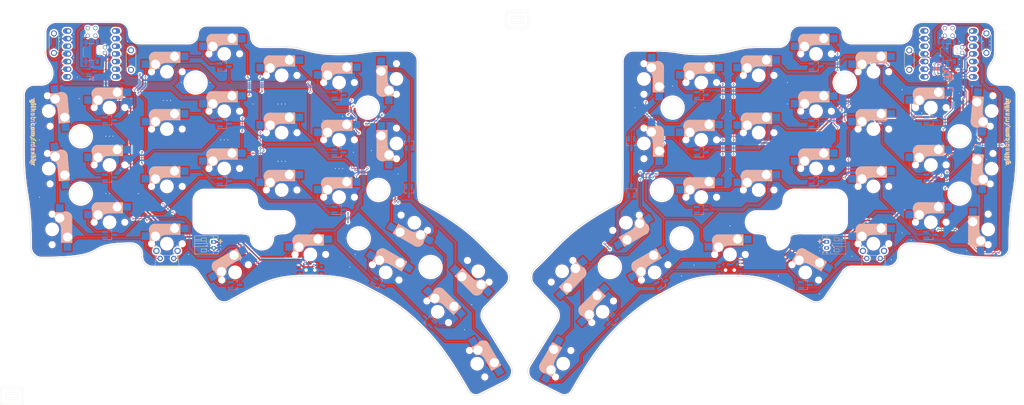
<source format=kicad_pcb>
(kicad_pcb (version 20221018) (generator pcbnew)
  (layers (0 "F.Cu" signal) (31 "B.Cu" signal) (34 "B.Paste" user) (35 "F.Paste" user) (36 "B.SilkS" user "B.Silkscreen") (37 "F.SilkS" user "F.Silkscreen") (38 "B.Mask" user) (39 "F.Mask" user) (44 "Edge.Cuts" user))
  (net 0 "")
  (net 1 "VBAT")
  (net 2 "GND")
  (net 3 "rowA")
  (net 4 "rowB")
  (net 5 "rowC")
  (net 6 "rowD")
  (net 7 "Net-(D11-A2)")
  (net 8 "rowE")
  (net 9 "col0")
  (net 12 "RESET")
  (net 13 "BAT+")
  (net 14 "col1")
  (net 15 "col2")
  (net 16 "col3")
  (net 17 "col4")
  (net 18 "col5")
  (net 19 "Net-(D1-A1)")
  (net 20 "Net-(D1-A2)")
  (net 21 "Net-(D2-A1)")
  (net 22 "Net-(D2-A2)")
  (net 23 "Net-(D3-A1)")
  (net 24 "Net-(D3-A2)")
  (net 25 "Net-(D14-A1)")
  (net 26 "Net-(D14-A2)")
  (net 27 "Net-(D6-A1)")
  (net 28 "Net-(D6-A2)")
  (net 29 "Net-(D7-A1)")
  (net 30 "Net-(D7-A2)")
  (net 31 "Net-(D8-A1)")
  (net 32 "Net-(D8-A2)")
  (net 33 "Net-(D9-A1)")
  (net 34 "Net-(D9-A2)")
  (net 35 "Net-(D11-A1)")
  (net 36 "Net-(D12-A1)")
  (net 37 "Net-(D12-A2)")
  (net 38 "Net-(D13-A1)")
  (net 39 "Net-(D13-A2)")
  (net 40 "Net-(D15-A1)")
  (net 41 "Net-(D15-A2)")
  (net 43 "Net-(D5-A2)")
  (net 44 "Net-(D10-A2)")
  (net 45 "Net-(D10-A1)")
  (net 46 "Net-(D5-A1)")
  (net 49 "Net-(D4-A1)")
  (net 50 "Net-(D4-A2)")
  (net 51 "R_VBAT")
  (net 53 "Net-(R_D1-A1)")
  (net 54 "Net-(R_D1-A2)")
  (net 55 "R_rowA")
  (net 56 "Net-(R_D2-A1)")
  (net 57 "Net-(R_D2-A2)")
  (net 58 "R_rowB")
  (net 59 "Net-(R_D3-A1)")
  (net 60 "Net-(R_D3-A2)")
  (net 61 "R_rowC")
  (net 62 "Net-(R_D4-A1)")
  (net 63 "Net-(R_D4-A2)")
  (net 64 "R_rowD")
  (net 65 "Net-(R_D5-A1)")
  (net 66 "Net-(R_D5-A2)")
  (net 67 "R_rowE")
  (net 68 "Net-(R_D6-A1)")
  (net 69 "Net-(R_D6-A2)")
  (net 70 "Net-(R_D7-A1)")
  (net 71 "Net-(R_D7-A2)")
  (net 72 "Net-(R_D8-A1)")
  (net 73 "Net-(R_D8-A2)")
  (net 74 "Net-(R_D9-A1)")
  (net 75 "Net-(R_D9-A2)")
  (net 76 "Net-(R_D10-A1)")
  (net 77 "Net-(R_D10-A2)")
  (net 78 "Net-(R_D11-A1)")
  (net 79 "Net-(R_D11-A2)")
  (net 80 "Net-(R_D12-A1)")
  (net 81 "Net-(R_D12-A2)")
  (net 82 "Net-(R_D13-A1)")
  (net 83 "Net-(R_D13-A2)")
  (net 84 "Net-(R_D14-A1)")
  (net 85 "Net-(R_D14-A2)")
  (net 86 "Net-(R_D15-A1)")
  (net 87 "Net-(R_D15-A2)")
  (net 88 "R_col0")
  (net 89 "R_col1")
  (net 90 "R_col2")
  (net 91 "R_col3")
  (net 92 "R_col4")
  (net 93 "R_col5")
  (net 94 "R_RESET")
  (net 95 "R_GND")
  (net 96 "R_BAT+")
  (footprint "Button_Switch_THT:SW_Tactile_SPST_Angled_PTS645Vx39-2LFS" (layer "F.Cu") (at 304.098691 119.766661 180)
    (fp_text reference "R_SE0_alt1" hide)
    (fp_text value "SW_Push")
  )
  (footprint "pretty:CherryMX_Hotswap" (layer "F.Cu") (at 139.898555 124.420417 -30)
    (fp_text reference "SE3" hide)
    (fp_text value "SW" hide)
  )
  (footprint "pretty:CherryMX_Hotswap" (layer "F.Cu") (at 28.044285 70.771347 -85)
    (fp_text reference "SA0" hide)
    (fp_text value "SW" hide)
  )
  (footprint "pretty:CherryMX_Hotswap" (layer "F.Cu") (at 341.049759 89.954147 85)
    (fp_text reference "R_SB0" hide)
    (fp_text value "SW" hide)
  )
  (footprint "pretty:CherryMX_Hotswap" (layer "F.Cu") (at 225.623611 60.126613 -90)
    (fp_text reference "R_SD2" hide)
    (fp_text value "SW" hide)
  )
  (footprint "pretty:CherryMX_Hotswap" (layer "F.Cu") (at 67.270385 76.795303)
    (fp_text reference "SB2" hide)
    (fp_text value "SW" hide)
  )
  (footprint "pretty:PushSW" (layer "F.Cu") (at 29.76565 48.220353 90)
    (fp_text reference "SD0" hide)
    (fp_text value "SW_Push")
  )
  (footprint "pretty:CherryMX_1.25U_Hotswap" (layer "F.Cu") (at 198.461016 124.046907 -135)
    (fp_text reference "R_SD5" hide)
    (fp_text value "SW" hide)
  )
  (footprint "pretty:CherryMX_Hotswap" (layer "F.Cu") (at 48.220385 107.751603)
    (fp_text reference "SC1" hide)
    (fp_text value "SW" hide)
  )
  (footprint "pretty:CherryMX_Hotswap" (layer "F.Cu") (at 105.370385 77.986003)
    (fp_text reference "SB4" hide)
    (fp_text value "SW" hide)
  )
  (footprint "pretty:CherryMX_Hotswap" (layer "F.Cu") (at 301.823675 57.745301)
    (fp_text reference "R_SA2" hide)
    (fp_text value "SW" hide)
  )
  (footprint "pretty:CherryMX_Hotswap" (layer "F.Cu") (at 320.873659 88.701603)
    (fp_text reference "R_SB1" hide)
    (fp_text value "SW" hide)
  )
  (footprint "pretty:CherryMX_Hotswap" (layer "F.Cu") (at 263.723643 58.935927)
    (fp_text reference "R_SA4" hide)
    (fp_text value "SW" hide)
  )
  (footprint "pretty:CherryMX_Hotswap" (layer "F.Cu") (at 86.320385 51.792171)
    (fp_text reference "SA3" hide)
    (fp_text value "SW" hide)
  )
  (footprint "pretty:CherryMX_Hotswap" (layer "F.Cu") (at 29.170385 110.132847 -90)
    (fp_text reference "SC0" hide)
    (fp_text value "SW" hide)
  )
  (footprint "pretty:CherryMX_1.25U_Hotswap" (layer "F.Cu") (at 114.895409 118.467347)
    (fp_text reference "SE2" hide)
    (fp_text value "SW" hide)
  )
  (footprint "pretty:CherryMX_Hotswap" (layer "F.Cu") (at 211.931412 137.517303 45)
    (fp_text reference "R_SE4" hide)
    (fp_text value "SW" hide)
  )
  (footprint "pretty:CherryMX_Hotswap" (layer "F.Cu") (at 157.162632 137.517303 -45)
    (fp_text reference "SE4" hide)
    (fp_text value "SW" hide)
  )
  (footprint "pretty:CherryMX_Hotswap" (layer "F.Cu") (at 48.220353 69.651561)
    (fp_text reference "SA1" hide)
    (fp_text value "SW" hide)
  )
  (footprint "pretty:CherryMX_Hotswap" (layer "F.Cu") (at 170.259518 154.78138 -60)
    (fp_text reference locked "SE5" hide)
    (fp_text value "SW" hide)
  )
  (footprint "Connector_JST:JST_PH_S2B-PH-K_1x02_P2.00mm_Horizontal" (layer "F.Cu") (at 82.817255 114.300096 -90)
    (fp_text reference "BT1" hide)
    (fp_text value "Battery_Cell")
  )
  (footprint "pretty:CherryMX_1.25U_Hotswap" (layer "F.Cu") (at 170.633028 124.046907 135)
    (fp_text reference "SD5" hide)
    (fp_text value "SW" hide)
  )
  (footprint "pretty:CherryMX_Hotswap" (layer "F.Cu") (at 301.823675 114.895409)
    (fp_text reference "R_SE0" hide)
    (fp_text value "SW" hide)
  )
  (footprint "pretty:CherryMX_Hotswap" (layer "F.Cu") (at 279.201781 124.420417 -30)
    (fp_text reference locked "R_SE1" hide)
    (fp_text value "SW" hide)
  )
  (footprint "pretty:CherryMX_Hotswap" (layer "F.Cu") (at 229.195489 124.420417 30)
    (fp_text reference "R_SE3" hide)
    (fp_text value "SW" hide)
  )
  (footprint "pretty:CherryMX_Hotswap" (layer "F.Cu") (at 263.723659 77.986003)
    (fp_text reference "R_SB4" hide)
    (fp_text value "SW" hide)
  )
  (footprint "pretty:CherryMX_Hotswap" (layer "F.Cu") (at 320.873659 107.751603)
    (fp_text reference "R_SC1" hide)
    (fp_text value "SW" hide)
  )
  (footprint "pretty:CherryMX_Hotswap" (layer "F.Cu") (at 105.370385 97.036003)
    (fp_text reference "SC4" hide)
    (fp_text value "SW" hide)
  )
  (footprint "pretty:CherryMX_Hotswap" (layer "F.Cu") (at 244.673659 99.417203)
    (fp_text reference "R_SC5" hide)
    (fp_text value "SW" hide)
  )
  (footprint "pretty:CherryMX_1.25U_Hotswap" (layer "F.Cu") (at 219.670481 107.922619 -150)
    (fp_text reference "R_SD4" hide)
    (fp_text value "SW" hide)
  )
  (footprint "pretty:CherryMX_Hotswap" (layer "F.Cu") (at 244.673659 80.367203)
    (fp_text reference "R_SB5" hide)
    (fp_text value "SW" hide)
  )
  (footprint "pretty:CherryMX_Hotswap" (layer "F.Cu") (at 124.420385 99.417203)
    (fp_text reference "SC5" hide)
    (fp_text value "SW" hide)
  )
  (footprint "pretty:CherryMX_Hotswap" (layer "F.Cu") (at 320.873691 69.651561)
    (fp_text reference "R_SA1" hide)
    (fp_text value "SW" hide)
  )
  (footprint "pretty:CherryMX_Hotswap" (layer "F.Cu") (at 86.320385 89.892203)
    (fp_text reference "SC3" hide)
    (fp_text value "SW" hide)
  )
  (footprint "pretty:CherryMX_Hotswap" (layer "F.Cu") (at 301.823659 76.795303)
    (fp_text reference "R_SB2" hide)
    (fp_text value "SW" hide)
  )
  (footprint "pretty:CherryMX_1.25U_Hotswap" (layer "F.Cu") (at 254.198635 118.467347)
    (fp_text reference "R_SE2" hide)
    (fp_text value "SW" hide)
  )
  (footprint "pretty:CherryMX_Hotswap" (layer "F.Cu") (at 67.270385 95.845303)
    (fp_text reference "SC2" hide)
    (fp_text value "SW" hide)
  )
  (footprint "Fiducial:Fiducial_1mm_Mask2mm" (layer "F.Cu") (at 173.831396 151.209502)
    (fp_text reference "FID3" hide)
    (fp_text value "Fiducial")
  )
  (footprint "Fiducial:Fiducial_1mm_Mask2mm" (layer "F.Cu") (at 85.129759 47.029727)
    (fp_text reference "FID1" hide)
    (fp_text value "Fiducial")
  )
  (footprint "pretty:CherryMX_Hotswap" (layer "F.Cu") (at 282.773659 70.842203)
    (fp_text reference "R_SB3" hide)
    (fp_text value "SW" hide)
  )
  (footprint "pretty:CherryMX_1.25U_Hotswap" (layer "F.Cu") (at 225.623611 81.557881 -90)
    (fp_text reference "R_SD3" hide)
    (fp_text value "SW" hide)
  )
  (footprint "pretty:CherryMX_Hotswap" (layer "F.Cu") (at 282.773659 51.792171)
    (fp_text reference "R_SA3" hide)
    (fp_text value "SW" hide)
  )
  (footprint "pretty:CherryMX_Hotswap" (layer "F.Cu") (at 124.420417 61.317179)
    (fp_text reference "SA5" hide)
    (fp_text value "SW" hide)
  )
  (footprint "pretty:CherryMX_Hotswap" (layer "F.Cu") (at 143.470433 60.126613 90)
    (fp_text reference "SD2" hide)
    (fp_text value "SW" hide)
  )
  (footprint "pretty:CherryMX_Hotswap" (layer "F.Cu") (at 282.773659 89.892203)
    (fp_text reference "R_SC3" hide)
    (fp_text value "SW" hide)
  )
  (footprint "pretty:CherryMX_Hotswap" (layer "F.Cu") (at 244.673627 61.317179)
    (fp_text reference "R_SA5" hide)
    (fp_text value "SW" hide)
  )
  (footprint "pretty:CherryMX_1.25U_Hotswap" (layer "F.Cu") (at 149.423563 107.922619 150)
    (fp_text reference "SD4" hide)
    (fp_text value "SW" hide)
  )
  (footprint "pretty:CherryMX_Hotswap" (layer "F.Cu") (at 198.834526 154.78138 60)
    (fp_text reference locked "R_SE5" hide)
    (fp_text value "SW" hide)
  )
  (footprint "pretty:CherryMX_Hotswap" (layer "F.Cu") (at 124.420385 80.367203)
    (fp_text reference "SB5" hide)
    (fp_text value "SW" hide)
  )
  (footprint "pretty:CherryMX_Hotswap" (layer "F.Cu") (at 67.270369 57.745301)
    (fp_text reference "SA2" hide)
    (fp_text value "SW" hide)
  )
  (footprint "pretty:CherryMX_Hotswap" (layer "F.Cu") (at 67.270369 114.895409)
    (fp_text reference "SE0" hide)
    (fp_text value "SW" hide)
  )
  (footprint "pretty:CherryMX_Hotswap" (layer "F.Cu") (at 28.044285 89.954147 -85)
    (fp_text reference "SB0" hide)
    (fp_text value "SW" hide)
  )
  (footprint "pretty:PushSW" (layer "F.Cu") (at 55.364109 53.851605 90)
    (fp_text reference "SD1" hide)
    (fp_text value "SW_Push")
  )
  (footprint "pretty:CherryMX_Hotswap" (layer "F.Cu") (at 339.923659 110.132847 90)
    (fp_text reference "R_SC0" hide)
    (fp_text value "SW" hide)
  )
  (footprint "pretty:CherryMX_1.25U_Hotswap" (layer "F.Cu") (at 143.470433 81.557881 90)
    (fp_text reference "SD3" hide)
    (fp_text value "SW" hide)
  )
  (footprint "pretty:PushSW" (layer "F.Cu") (at 339.328394 48.220353 90)
    (fp_text reference "R_SD0" hide)
    (fp_text value "SW_Push")
  )
  (footprint "pretty:CherryMX_Hotswap" (layer "F.Cu") (at 89.892263 124.420417 30)
    (fp_text reference locked "SE1" hide)
    (fp_text value "SW" hide)
  )
  (footprint "pretty:PushSW" (layer "F.Cu") (at 313.729935 53.851605 90)
    (fp_text reference "R_SD1" hide)
    (fp_text value "SW_Push")
  )
  (footprint "pretty:CherryMX_Hotswap" (layer "F.Cu") (at 341.049759 70.771347 85)
    (fp_text reference "R_SA0" hide)
    (fp_text value "SW" hide)
  )
  (footprint "pretty:CherryMX_Hotswap" (layer "F.Cu") (at 48.220385 88.701603)
    (fp_text reference "SB1" hide)
    (fp_text value "SW" hide)
  )
  (footprint "pretty:CherryMX_Hotswap" (layer "F.Cu") (at 263.723659 97.036003)
    (fp_text reference "R_SC4" hide)
    (fp_text value "SW" hide)
  )
  (footprint "pretty:CherryMX_Hotswap" (layer "F.Cu") (at 86.320385 70.842203)
    (fp_text reference "SB3" hide)
    (fp_text value "SW" hide)
  )
  (footprint "pretty:CherryMX_Hotswap" (layer "F.Cu") (at 105.370401 58.935927)
    (fp_text reference "SA4" hide)
    (fp_text value "SW" hide)
  )
  (footprint "pretty:CherryMX_Hotswap" (layer "F.Cu") (at 301.823659 95.845303)
    (fp_text reference "R_SC2" hide)
    (fp_text value "SW" hide)
  )
  (footprint "Fiducial:Fiducial_1mm_Mask2mm" (layer "F.Cu") (at 33.932841 108.942279)
    (fp_text reference "FID2" hide)
    (fp_text value "Fiducial")
  )
  (footprint "Button_Switch_THT:SW_Tactile_SPST_Angled_PTS645Vx39-2LFS" (layer "F.Cu") (at 69.545369 119.766661 180)
    (fp_text reference "SE0_alt1" hide)
    (fp_text value "SW_Push")
  )
  (footprint "pretty:SOT-23" (layer "B.Cu") (at 48.220353 92.868828)
    (fp_text reference "D2" hide)
    (fp_text value "BAV70")
  )
  (footprint "pretty:SOT-23" (layer "B.Cu") (at 147.637624 97.321958 -90)
    (fp_text reference "D14" hide)
    (fp_text value "BAV70")
  )
  (footprint "pretty:SOT-23" (layer "B.Cu") (at 282.773659 94.059454)
    (fp_text reference "R_D8" hide)
    (fp_text value "BAV70")
  )
  (footprint "pretty:SOT-23" (layer "B.Cu") (at 282.773659 75.009438)
    (fp_text reference "R_D7" hide)
    (fp_text value "BAV70")
  )
  (footprint "pretty:SOT-23" (layer "B.Cu") (at 137.517303 127.992295 -30)
    (fp_text reference "D10" hide)
    (fp_text value "BAV70")
  )
  (footprint "pretty:SOT-23" (layer "B.Cu") (at 279.201781 128.587608)
    (fp_text reference "R_D5" hide)
    (fp_text value "BAV70")
  )
  (footprint "pretty:SOT-23" (layer "B.Cu") (at 244.673627 65.48443)
    (fp_text reference "R_D11" hide)
    (fp_text value "BAV70")
  )
  (footprint "pretty:SOT-23" (layer "B.Cu") (at 147.637624 81.557881 90)
    (fp_text reference "D9" hide)
    (fp_text value "BAV70")
  )
  (footprint "pretty:SOT-23" (layer "B.Cu") (at 320.873691 111.918844)
    (fp_text reference "R_D3" hide)
    (fp_text value "BAV70")
  )
  (footprint "pretty:SOT-23" (layer "B.Cu") (at 48.220353 111.918844)
    (fp_text reference "D3" hide)
    (fp_text value "BAV70")
  )
  (footprint "pretty:SOT-23" (layer "B.Cu") (at 124.420417 103.584462)
    (fp_text reference "D13" hide)
    (fp_text value "BAV70")
  )
  (footprint "pretty:SOT-23" (layer "B.Cu") (at 244.673627 84.534446)
    (fp_text reference "R_D12" hide)
    (fp_text value "BAV70")
  )
  (footprint "pretty:SOT-23" (layer "B.Cu") (at 89.892263 128.587608)
    (fp_text reference "D5" hide)
    (fp_text value "BAV70")
  )
  (footprint "pretty:xiao-ble-smd-cutout" (layer "B.Cu") (at 326.826821 51.792231 180)
    (fp_text reference "R_U1" hide)
    (fp_text value "xiao-ble" hide)
    (fp_line (start -4.699 0.7488) (end -4.699 1.7902) (stroke (width 0.12)) (layer "Edge.Cuts"))
    (fp_line (start -4.0132 2.476) (end -2.413 2.476) (stroke (width 0.12)) (layer "Edge.Cuts"))
    (fp_line (start -2.413 0.063) (end -4.0132 0.063) (stroke (width 0.12)) (layer "Edge.Cuts"))
    (fp_line (start -2.032 2.095) (end -2.032 0.444) (stroke (width 0.12)) (layer "Edge.Cuts"))
    (fp_line (start -1.524 6.4638) (end -1.524 8.1402) (stroke (width 0.12)) (layer "Edge.Cuts"))
    (fp_line (start -0.8382 5.778) (end 0.8382 5.778) (stroke (width 0.12)) (layer "Edge.Cuts"))
    (fp_line (start -0.8382 8.826) (end 0.8382 8.826) (stroke (width 0.12)) (layer "Edge.Cuts"))
    (fp_line (start 1.524 6.4638) (end 1.524 8.1402) (stroke (width 0.12)) (layer "Edge.Cuts"))
    (fp_arc (start -4.699 1.7902) (mid -4.095391 1.872391) (end -4.0132 2.476) (stroke (width 0.12)) (layer "Edge.Cuts"))
    (fp_arc (start -4.0132 0.063) (mid -4.095391 0.666609) (end -4.699 0.7488) (stroke (width 0.12)) (layer "Edge.Cuts"))
    (fp_arc (start -2.413 0.063) (mid -2.143592 0.174592) (end -2.032 0.444) (stroke (width 0.12)) (layer "Edge.Cuts"))
    (fp_arc (start -2.032 2.095) (mid -2.143592 2.364408) (end -2.413 2.476) (stroke (width 0.12)) (layer "Edge.Cuts"))
    (fp_arc (start -1.524 8.1402) (mid -0.920391 8.222391) (end -0.8382 8.826) (stroke (width 0.12)) (layer "Edge.Cuts"))
    (fp_arc (start -0.8382 5.778) (mid -0.920391 6.381609) (end -1.524 6.4638) (stroke (width 0.12)) (layer "Edge.Cuts"))
    (fp_arc (start 0.8382 8.826) (mid 0.920393 8.222393) (end 1.524 8.1402) (stroke (width 0.12)) (layer "Edge.Cuts"))
    (fp_arc (start 1.524 6.4638) (mid 0.920393 6.381607) (end 0.8382 5.778) (stroke (width 0.12)) (layer "Edge.Cuts"))
  )
  (footprint "pretty:SOT-23" (layer "B.Cu") (at 244.673627 103.584462)
    (fp_text reference "R_D13" hide)
    (fp_text value "BAV70")
  )
  (footprint "pretty:SOT-23" (layer "B.Cu") (at 124.420417 65.48443)
    (fp_text reference "D11" hide)
    (fp_text value "BAV70")
  )
  (footprint "sepp:switch-MSK-12C02-smd" (layer "B.Cu") (at 114.920409 125.02273 90)
    (fp_text reference "SW_bat1")
    (fp_text value "SW_SPDT")
  )
  (footprint "pretty:SOT-23" (layer "B.Cu") (at 231.576741 127.992295 30)
    (fp_text reference "R_D10" hide)
    (fp_text value "BAV70")
  )
  (footprint "pretty:SOT-23" (layer "B.Cu") (at 124.420417 84.534446)
    (fp_text reference "D12" hide)
    (fp_text value "BAV70")
  )
  (footprint "pretty:xiao-ble-smd-cutout" (layer "B.Cu") (at 42.267223 51.792231 180)
    (fp_text reference "U1" hide)
    (fp_text value "xiao-ble" hide)
    (fp_line (start -4.699 0.7488) (end -4.699 1.7902) (stroke (width 0.12)) (layer "Edge.Cuts"))
    (fp_line (start -4.0132 2.476) (end -2.413 2.476) (stroke (width 0.12)) (layer "Edge.Cuts"))
    (fp_line (start -2.413 0.063) (end -4.0132 0.063) (stroke (width 0.12)) (layer "Edge.Cuts"))
    (fp_line (start -2.032 2.095) (end -2.032 0.444) (stroke (width 0.12)) (layer "Edge.Cuts"))
    (fp_line (start -1.524 6.4638) (end -1.524 8.1402) (stroke (width 0.12)) (layer "Edge.Cuts"))
    (fp_line (start -0.8382 5.778) (end 0.8382 5.778) (stroke (width 0.12)) (layer "Edge.Cuts"))
    (fp_line (start -0.8382 8.826) (end 0.8382 8.826) (stroke (width 0.12)) (layer "Edge.Cuts"))
    (fp_line (start 1.524 6.4638) (end 1.524 8.1402) (stroke (width 0.12)) (layer "Edge.Cuts"))
    (fp_arc (start -4.699 1.7902) (mid -4.095391 1.872391) (end -4.0132 2.476) (stroke (width 0.12)) (layer "Edge.Cuts"))
    (fp_arc (start -4.0132 0.063) (mid -4.095391 0.666609) (end -4.699 0.7488) (stroke (width 0.12)) (layer "Edge.Cuts"))
    (fp_arc (start -2.413 0.063) (mid -2.143592 0.174592) (end -2.032 0.444) (stroke (width 0.12)) (layer "Edge.Cuts"))
    (fp_arc (start -2.032 2.095) (mid -2.143592 2.364408) (end -2.413 2.476) (stroke (width 0.12)) (layer "Edge.Cuts"))
    (fp_arc (start -1.524 8.1402) (mid -0.920391 8.222391) (end -0.8382 8.826) (stroke (width 0.12)) (layer "Edge.Cuts"))
    (fp_arc (start -0.8382 5.778) (mid -0.920391 6.381609) (end -1.524 6.4638) (stroke (width 0.12)) (layer "Edge.Cuts"))
    (fp_arc (start 0.8382 8.826) (mid 0.920393 8.222393) (end 1.524 8.1402) (stroke (width 0.12)) (layer "Edge.Cuts"))
    (fp_arc (start 1.524 6.4638) (mid 0.920393 6.381607) (end 0.8382 5.778) (stroke (width 0.12)) (layer "Edge.Cuts"))
  )
  (footprint "pretty:SOT-23" (layer "B.Cu") (at 320.873691 92.868828)
    (fp_text reference "R_D2" hide)
    (fp_text value "BAV70")
  )
  (footprint "pretty:SOT-23" (layer "B.Cu") (at 154.186067 140.493868 135)
    (fp_text reference "D15" hide)
    (fp_text value "BAV70")
  )
  (footprint "sepp:switch-MSK-12C02-smd" (layer "B.Cu") (at 254.173635 125.02273 90)
    (fp_text reference "R_SW_bat1")
    (fp_text value "SW_SPDT")
  )
  (footprint "Connector_JST:JST_PH_S2B-PH-K_1x02_P2.00mm_Horizontal" (layer "B.Cu") (at 286.276789 114.300096 -90)
    (fp_text reference "R_BT1" hide)
    (fp_text value "Battery_Cell")
  )
  (footprint "Button_Switch_SMD:SW_SPST_TL3342" (layer "B.Cu") (at 326.826821 51.196918 90)
    (fp_text reference "R_SW1" hide)
    (fp_text value "SW_Push")
  )
  (footprint "pretty:SOT-23" (layer "B.Cu") (at 86.320385 55.959422)
    (fp_text reference "D6" hide)
    (fp_text value "BAV70")
  )
  (footprint "pretty:SOT-23" (layer "B.Cu") (at 48.220353 73.818812)
    (fp_text reference "D1" hide)
    (fp_text value "BAV70")
  )
  (footprint "pretty:SOT-23" (layer "B.Cu") (at 221.45642 97.321958 90)
    (fp_text reference "R_D14" hide)
    (fp_text value "BAV70")
  )
  (footprint "pretty:SOT-23" (layer "B.Cu") (at 282.773659 55.959422)
    (fp_text reference "R_D6" hide)
    (fp_text value "BAV70")
  )
  (footprint "Button_Switch_SMD:SW_SPST_TL3342" (layer "B.Cu") (at 42.267223 51.196918 90)
    (fp_text reference "SW1" hide)
    (fp_text value "SW_Push")
  )
  (footprint "pretty:SOT-23" (layer "B.Cu") (at 320.873691 73.818812)
    (fp_text reference "R_D1" hide)
    (fp_text value "BAV70")
  )
  (footprint "pretty:SOT-23" (layer "B.Cu") (at 86.320385 75.009438)
    (fp_text reference "D7" hide)
    (fp_text value "BAV70")
  )
  (footprint "Package_TO_SOT_SMD:SOT-23" (layer "B.Cu") (at 42.267223 57.745361)
    (fp_text reference "D4")
    (fp_text value "BAV70")
  )
  (footprint "pretty:SOT-23" (layer "B.Cu") (at 86.320385 94.059454)
    (fp_text reference "D8" hide)
    (fp_text value "BAV70")
  )
  (footprint "pretty:SOT-23" (layer "B.Cu") (at 214.907977 140.493868 -135)
    (fp_text reference "R_D15" hide)
    (fp_text value "BAV70")
  )
  (footprint "Package_TO_SOT_SMD:SOT-23" (layer "B.Cu") (at 326.826821 57.745361)
    (fp_text reference "R_D4")
    (fp_text value "BAV70")
  )
  (footprint "pretty:SOT-23" (layer "B.Cu") (at 221.45642 81.557881 -90)
    (fp_text reference "R_D9" hide)
    (fp_text value "BAV70")
  )
  (gr_arc locked (start 272.058028 100.607897) (mid 273.104243 98.082256) (end 275.629909 97.036016) (stroke (width 0.0381)) (layer "Edge.Cuts"))
  (gr_arc locked (start 25.598459 119.657913) (mid 23.072748 118.611782) (end 22.026581 116.086083) (stroke (width 0.16)) (layer "Edge.Cuts"))
  (gr_rect (start 181.570465 39.290658) (end 185.737656 41.67191) (stroke (width 0.0381)) (fill none) (layer "Edge.Cuts"))
  (gr_arc locked (start 62.507865 122.63443) (mid 59.982116 121.58832) (end 58.935987 119.0626) (stroke (width 0.16)) (layer "Edge.Cuts"))
  (gr_curve locked (pts (xy 151.804815 142.279807) (xy 157.162632 147.637624) (xy 160.73451 152.400128) (xy 167.282953 163.711075)) (stroke (width 0.16)) (layer "Edge.Cuts"))
  (gr_circle locked (center 238.125184 113.10947) (end 234.553309 113.109474) (stroke (width 0.1)) (fill none) (layer "Edge.Cuts"))
  (gr_circle locked (center 330.398699 98.226645) (end 326.826824 98.226649) (stroke (width 0.1)) (fill none) (layer "Edge.Cuts"))
  (gr_arc locked (start 76.200064 100.607897) (mid 77.246244 98.082196) (end 79.771945 97.036016) (stroke (width 0.0381)) (layer "Edge.Cuts"))
  (gr_arc locked (start 100.607897 104.179778) (mid 98.082196 103.133598) (end 97.036016 100.607897) (stroke (width 0.0381)) (layer "Edge.Cuts"))
  (gr_circle locked (center 235.148619 69.651621) (end 231.576744 69.651625) (stroke (width 0.1)) (fill none) (layer "Edge.Cuts"))
  (gr_line locked (start 289.322102 111.323531) (end 277.415846 111.323532) (stroke (width 0.0381)) (layer "Edge.Cuts"))
  (gr_arc locked (start 26.789085 44.648475) (mid 27.835261 42.122773) (end 30.360963 41.076597) (stroke (width 0.1)) (layer "Edge.Cuts"))
  (gr_circle locked (center 214.312661 122.634478) (end 210.740786 122.634482) (stroke (width 0.1)) (fill none) (layer "Edge.Cuts"))
  (gr_line locked (start 263.12833 49.410979) (end 270.272086 49.410979) (stroke (width 0.1)) (layer "Edge.Cuts"))
  (gr_line locked (start 93.464135 97.036016) (end 79.771945 97.036016) (stroke (width 0.0381)) (layer "Edge.Cuts"))
  (gr_arc locked (start 98.821958 49.410979) (mid 96.29623 48.364819) (end 95.25008 45.839101) (stroke (width 0.1)) (layer "Edge.Cuts"))
  (gr_arc locked (start 19.645329 65.48443) (mid 20.691504 62.958726) (end 23.217207 61.912552) (stroke (width 0.1)) (layer "Edge.Cuts"))
  (gr_line locked (start 80.367257 42.267149) (end 91.678202 42.267223) (stroke (width 0.1)) (layer "Edge.Cuts"))
  (gr_line locked (start 343.495585 61.912552) (end 345.876837 61.912552) (stroke (width 0.1)) (layer "Edge.Cuts"))
  (gr_curve locked (pts (xy 244.673627 51.792231) (xy 254.793948 51.792231) (xy 255.984574 49.410979) (xy 263.12833 49.410979)) (stroke (width 0.16)) (layer "Edge.Cuts"))
  (gr_line locked (start 23.217207 61.912552) (end 25.598459 61.912552) (stroke (width 0.1)) (layer "Edge.Cuts"))
  (gr_arc locked (start 338.733081 41.076597) (mid 341.258819 42.122758) (end 342.304959 44.648475) (stroke (width 0.1)) (layer "Edge.Cuts"))
  (gr_arc locked (start 310.158057 118.467335) (mid 311.20423 115.941651) (end 313.729935 114.895505) (stroke (width 0.16)) (layer "Edge.Cuts"))
  (gr_line locked (start 26.789085 51.196918) (end 26.789085 44.648475) (stroke (width 0.1)) (layer "Edge.Cuts"))
  (gr_arc locked (start 55.364109 114.895505) (mid 57.889829 115.941629) (end 58.935987 118.467335) (stroke (width 0.16)) (layer "Edge.Cuts"))
  (gr_curve locked (pts (xy 347.067463 116.086083) (xy 347.067463 97.631332) (xy 349.448715 98.821958) (xy 349.448715 83.939133)) (stroke (width 0.16)) (layer "Edge.Cuts"))
  (gr_curve locked (pts (xy 124.420417 51.792231) (xy 132.159486 51.792231) (xy 132.159486 50.601605) (xy 139.303242 50.601605)) (stroke (width 0.16)) (layer "Edge.Cuts"))
  (gr_curve locked (pts (xy 232.767367 130.96886) (xy 226.814237 133.945425) (xy 222.051733 137.517303) (xy 217.289229 142.279807)) (stroke (width 0.16)) (layer "Edge.Cuts"))
  (gr_curve locked (pts (xy 150.614189 87.511011) (xy 150.614189 100.607897) (xy 150.614189 100.607897) (xy 152.298214 101.379474)) (stroke (width 0.16)) (layer "Edge.Cuts"))
  (gr_arc locked (start 291.586546 124.420383) (mid 292.893966 123.112987) (end 294.679919 122.63443) (stroke (width 0.16)) (layer "Edge.Cuts"))
  (gr_rect (start 14.287512 164.901701) (end 17.264077 166.092327) (stroke (width 0.0381)) (fill none) (layer "Edge.Cuts"))
  (gr_rect (start 179.784526 37.504719) (end 187.523595 43.457849) (stroke (width 0.0381)) (fill none) (layer "Edge.Cuts"))
  (gr_curve locked (pts (xy 95.250081 113.109473) (xy 95.296332 111.323534) (xy 92.273511 111.323534) (xy 91.678198 111.323532)) (stroke (width 0.16)) (layer "Edge.Cuts"))
  (gr_arc locked (start 345.876837 61.912552) (mid 348.402519 62.958736) (end 349.448715 65.48443) (stroke (width 0.1)) (layer "Edge.Cuts"))
  (gr_line locked (start 338.733081 41.076597) (end 317.897126 41.076597) (stroke (width 0.1)) (layer "Edge.Cuts"))
  (gr_circle locked (center 38.695345 79.176629) (end 42.26722 79.176633) (stroke (width 0.1)) (fill none) (layer "Edge.Cuts"))
  (gr_curve locked (pts (xy 26.789085 51.196918) (xy 26.789085 54.768796) (xy 29.170337 54.768796) (xy 29.170337 58.340674)) (stroke (width 0.16)) (layer "Edge.Cuts"))
  (gr_line locked (start 181.450245 155.370314) (end 172.47622 140.867452) (stroke (width 0.16)) (layer "Edge.Cuts"))
  (gr_line locked (start 139.303242 50.601605) (end 147.042311 50.601605) (stroke (width 0.1)) (layer "Edge.Cuts"))
  (gr_curve locked (pts (xy 343.495585 119.657913) (xy 318.492439 119.657913) (xy 330.994012 114.895409) (xy 313.729935 114.895505)) (stroke (width 0.16)) (layer "Edge.Cuts"))
  (gr_rect (start 180.379839 38.100032) (end 186.928282 42.862536) (stroke (width 0.0381)) (fill none) (layer "Edge.Cuts"))
  (gr_curve locked (pts (xy 152.298214 101.379474) (xy 169.664205 110.728218) (xy 170.854831 114.895409) (xy 179.843474 123.269092)) (stroke (width 0.16)) (layer "Edge.Cuts"))
  (gr_line locked (start 292.893983 107.75165) (end 292.89398 100.607894) (stroke (width 0.0381)) (layer "Edge.Cuts"))
  (gr_line locked (start 77.507498 124.420383) (end 83.180792 132.702356) (stroke (width 0.16)) (layer "Edge.Cuts"))
  (gr_arc locked (start 102.393831 113.109469) (mid 98.821958 116.681348) (end 95.250081 113.109473) (stroke (width 0.0381)) (layer "Edge.Cuts"))
  (gr_curve locked (pts (xy 124.420417 51.792231) (xy 114.300096 51.792231) (xy 113.10947 49.410979) (xy 105.965714 49.410979)) (stroke (width 0.16)) (layer "Edge.Cuts"))
  (gr_curve locked (pts (xy 342.304959 51.196918) (xy 342.304959 54.768796) (xy 339.923707 54.768796) (xy 339.923707 58.340674)) (stroke (width 0.16)) (layer "Edge.Cuts"))
  (gr_arc locked (start 288.726787 42.267149) (mid 290.83157 43.138964) (end 291.703354 45.243751) (stroke (width 0.1)) (layer "Edge.Cuts"))
  (gr_arc locked (start 347.067463 116.086083) (mid 346.021282 118.611743) (end 343.495585 119.657913) (stroke (width 0.16)) (layer "Edge.Cuts"))
  (gr_line locked (start 171.404694 164.923514) (end 179.784526 160.73451) (stroke (width 0.16)) (layer "Edge.Cuts"))
  (gr_line locked (start 306.586179 122.63443) (end 294.679919 122.63443) (stroke (width 0.1)) (layer "Edge.Cuts"))
  (gr_circle locked (center 133.945425 69.651621) (end 137.5173 69.651625) (stroke (width 0.1)) (fill none) (layer "Edge.Cuts"))
  (gr_curve locked (pts (xy 254.198635 125.611043) (xy 266.104895 125.611043) (xy 269.08146 127.396982) (xy 281.033968 134.009447)) (stroke (width 0.16)) (layer "Edge.Cuts"))
  (gr_curve locked (pts (xy 266.700213 113.109469) (xy 266.746464 111.32353) (xy 263.723643 111.32353) (xy 263.12833 111.323528)) (stroke (width 0.16)) (layer "Edge.Cuts"))
  (gr_line locked (start 58.935987 118.467335) (end 58.935987 119.0626) (stroke (width 0.1)) (layer "Edge.Cuts"))
  (gr_line locked (start 310.75337 48.220353) (end 294.679921 48.220353) (stroke (width 0.1)) (layer "Edge.Cuts"))
  (gr_arc locked (start 218.479855 54.173483) (mid 219.52604 51.647797) (end 222.051733 50.601605) (stroke (width 0.1)) (layer "Edge.Cuts"))
  (gr_line locked (start 342.304959 44.648475) (end 342.304959 51.196918) (stroke (width 0.1)) (layer "Edge.Cuts"))
  (gr_line locked (start 105.96571 104.179778) (end 100.607897 104.179778) (stroke (width 0.0381)) (layer "Edge.Cuts"))
  (gr_arc locked (start 272.058028 100.607897) (mid 271.011851 103.133607) (end 268.486147 104.179778) (stroke (width 0.0381)) (layer "Edge.Cuts"))
  (gr_line locked (start 74.414125 122.63443) (end 62.507865 122.63443) (stroke (width 0.1)) (layer "Edge.Cuts"))
  (gr_arc locked (start 51.196918 41.076597) (mid 53.722645 42.122764) (end 54.768796 44.648475) (stroke (width 0.1)) (layer "Edge.Cuts"))
  (gr_line locked (start 98.821958 49.410979) (end 105.965714 49.410979) (stroke (width 0.1)) (layer "Edge.Cuts"))
  (gr_arc locked (start 289.322099 97.036016) (mid 291.847755 98.082221) (end 292.89398 100.607897) (stroke (width 0.0381)) (layer "Edge.Cuts"))
  (gr_arc locked (start 314.325248 44.648475) (mid 315.371406 42.122762) (end 317.897126 41.076597) (stroke (width 0.1)) (layer "Edge.Cuts"))
  (gr_arc locked (start 285.913252 132.702356) (mid 283.74431 134.366431) (end 281.033968 134.009447) (stroke (width 0.16)) (layer "Edge.Cuts"))
  (gr_line locked (start 189.309518 160.73451) (end 197.68935 164.923514) (stroke (width 0.16)) (layer "Edge.Cuts"))
  (gr_rect (start 12.501573 163.115762) (end 19.050016 167.878266) (stroke (width 0.0381)) (fill none) (layer "Edge.Cuts"))
  (gr_line locked (start 180.296155 128.33016) (end 173.23611 135.73137) (stroke (width 0.16)) (layer "Edge.Cuts"))
  (gr_circle locked (center 330.398699 79.176629) (end 326.826824 79.176633) (stroke (width 0.1)) (fill none) (layer "Edge.Cuts"))
  (gr_line locked (start 19.645329 83.939133) (end 19.645329 65.48443) (stroke (width 0.16)) (layer "Edge.Cuts"))
  (gr_arc locked (start 172.47622 140.867452) (mid 171.84654 138.150035) (end 173.23611 135.73137) (stroke (width 0.16)) (layer "Edge.Cuts"))
  (gr_circle locked (center 38.695345 98.226645) (end 42.26722 98.226649) (stroke (width 0.1)) (fill none) (layer "Edge.Cuts"))
  (gr_curve locked (pts (xy 254.198635 125.611043) (xy 242.292375 125.611043) (xy 239.31581 127.396982) (xy 232.767367 130.96886)) (stroke (width 0.16)) (layer "Edge.Cuts"))
  (gr_curve locked (pts (xy 114.895409 125.611043) (xy 102.989149 125.611043) (xy 100.012584 127.396982) (xy 88.060076 134.009447)) (stroke (width 0.16)) (layer "Edge.Cuts"))
  (gr_circle locked (center 231.576741 97.036016) (end 228.004866 97.03602) (stroke (width 0.1)) (fill none) (layer "Edge.Cuts"))
  (gr_arc locked (start 147.042311 50.601605) (mid 149.567992 51.64779) (end 150.614189 54.173483) (stroke (width 0.1)) (layer "Edge.Cuts"))
  (gr_arc locked (start 79.771942 111.323531) (mid 77.246241 110.277351) (end 76.200061 107.75165) (stroke (width 0.0381)) (layer "Edge.Cuts"))
  (gr_arc locked (start 292.893983 107.75165) (mid 291.847849 110.277404) (end 289.322102 111.323531) (stroke (width 0.0381)) (layer "Edge.Cuts"))
  (gr_rect (start 182.165778 39.885971) (end 185.142343 41.076597) (stroke (width 0.0381)) (fill none) (layer "Edge.Cuts"))
  (gr_line locked (start 349.448715 65.48443) (end 349.448715 83.939133) (stroke (width 0.16)) (layer "Edge.Cuts"))
  (gr_arc locked (start 93.464135 97.036016) (mid 95.989836 98.082196) (end 97.036016 100.607897) (stroke (width 0.0381)) (layer "Edge.Cuts"))
  (gr_line locked (start 310.158057 119.0626) (end 310.158057 118.467335) (stroke (width 0.1)) (layer "Edge.Cuts"))
  (gr_curve locked (pts (xy 244.673627 51.792231) (xy 236.934558 51.792231) (xy 236.934558 50.601605) (xy 229.790802 50.601605)) (stroke (width 0.16)) (layer "Edge.Cuts"))
  (gr_arc locked (start 294.679921 48.220353) (mid 292.575167 47.348521) (end 291.703354 45.243751) (stroke (width 0.1)) (layer "Edge.Cuts"))
  (gr_arc locked (start 188.797889 128.33016) (mid 188.13304 125.71991) (end 189.25057 123.269092) (stroke (width 0.16)) (layer "Edge.Cuts"))
  (gr_circle locked (center 292.298664 61.317239) (end 288.726789 61.317243) (stroke (width 0.1)) (fill none) (layer "Edge.Cuts"))
  (gr_arc locked (start 88.060076 134.009447) (mid 85.349721 134.3664) (end 83.180792 132.702356) (stroke (width 0.16)) (layer "Edge.Cuts"))
  (gr_line locked (start 51.196918 41.076597) (end 30.360963 41.076597) (stroke (width 0.1)) (layer "Edge.Cuts"))
  (gr_curve locked (pts (xy 25.598459 119.657913) (xy 50.601605 119.657913) (xy 38.100032 114.895409) (xy 55.364109 114.895505)) (stroke (width 0.16)) (layer "Edge.Cuts"))
  (gr_line locked (start 76.200061 107.75165) (end 76.200058 100.607894) (stroke (width 0.0381)) (layer "Edge.Cuts"))
  (gr_rect (start 11.90626 162.520449) (end 19.645329 168.473579) (stroke (width 0.0381)) (fill none) (layer "Edge.Cuts"))
  (gr_arc locked (start 273.843963 113.109473) (mid 270.272125 116.681336) (end 266.700213 113.109469) (stroke (width 0.0381)) (layer "Edge.Cuts"))
  (gr_line locked (start 196.617824 140.867452) (end 187.643799 155.370314) (stroke (width 0.16)) (layer "Edge.Cuts"))
  (gr_arc locked (start 273.843964 45.839101) (mid 272.797782 48.364785) (end 270.272086 49.410979) (stroke (width 0.1)) (layer "Edge.Cuts"))
  (gr_circle locked (center 137.517303 97.036016) (end 141.089178 97.03602) (stroke (width 0.1)) (fill none) (layer "Edge.Cuts"))
  (gr_arc locked (start 189.309518 160.73451) (mid 187.287815 158.421577) (end 187.643799 155.370314) (stroke (width 0.16)) (layer "Edge.Cuts"))
  (gr_arc locked (start 310.158057 119.0626) (mid 309.111905 121.588311) (end 306.586179 122.63443) (stroke (width 0.16)) (layer "Edge.Cuts"))
  (gr_line locked (start 285.913252 132.702356) (end 291.586546 124.420383) (stroke (width 0.16)) (layer "Edge.Cuts"))
  (gr_arc locked (start 29.170337 58.340674) (mid 28.124157 60.866373) (end 25.598459 61.912552) (stroke (width 0.1)) (layer "Edge.Cuts"))
  (gr_arc locked (start 77.39069 45.243751) (mid 76.518883 47.348521) (end 74.414123 48.220353) (stroke (width 0.1)) (layer "Edge.Cuts"))
  (gr_circle locked (center 154.781383 122.634478) (end 158.353258 122.634482) (stroke (width 0.1)) (fill none) (layer "Edge.Cuts"))
  (gr_line locked (start 195.857934 135.73137) (end 188.797889 128.33016) (stroke (width 0.16)) (layer "Edge.Cuts"))
  (gr_arc locked (start 179.843474 123.269092) (mid 180.961013 125.719914) (end 180.296155 128.33016) (stroke (width 0.16)) (layer "Edge.Cuts"))
  (gr_line locked (start 74.414123 48.220353) (end 58.340674 48.220353) (stroke (width 0.1)) (layer "Edge.Cuts"))
  (gr_line locked (start 218.479855 54.173483) (end 218.479855 87.511011) (stroke (width 0.1)) (layer "Edge.Cuts"))
  (gr_line locked (start 222.051733 50.601605) (end 229.790802 50.601605) (stroke (width 0.1)) (layer "Edge.Cuts"))
  (gr_circle locked (center 76.79538 61.317239) (end 80.367255 61.317243) (stroke (width 0.1)) (fill none) (layer "Edge.Cuts"))
  (gr_arc locked (start 273.843964 45.839101) (mid 274.890143 43.313407) (end 277.415842 42.267223) (stroke (width 0.1)) (layer "Edge.Cuts"))
  (gr_arc locked (start 314.325248 44.648475) (mid 313.279104 47.174199) (end 310.75337 48.220353) (stroke (width 0.1)) (layer "Edge.Cuts"))
  (gr_curve locked (pts (xy 218.479855 87.511011) (xy 218.479855 100.607897) (xy 218.479855 100.607897) (xy 216.79583 101.379474)) (stroke (width 0.16)) (layer "Edge.Cuts"))
  (gr_arc locked (start 195.857934 135.73137) (mid 197.247527 138.150029) (end 196.617824 140.867452) (stroke (width 0.16)) (layer "Edge.Cuts"))
  (gr_line locked (start 277.415842 42.267223) (end 288.726787 42.267149) (stroke (width 0.1)) (layer "Edge.Cuts"))
  (gr_arc locked (start 343.495585 61.912552) (mid 340.969922 60.866357) (end 339.923707 58.340674) (stroke (width 0.1)) (layer "Edge.Cuts"))
  (gr_curve locked (pts (xy 136.326677 130.96886) (xy 142.279807 133.945425) (xy 147.042311 137.517303) (xy 151.804815 142.279807)) (stroke (width 0.16)) (layer "Edge.Cuts"))
  (gr_curve locked (pts (xy 217.289229 142.279807) (xy 211.931412 147.637624) (xy 208.359534 152.400128) (xy 201.811091 163.711075)) (stroke (width 0.16)) (layer "Edge.Cuts"))
  (gr_curve locked (pts (xy 114.895409 125.611043) (xy 126.801669 125.611043) (xy 129.778234 127.396982) (xy 136.326677 130.96886)) (stroke (width 0.16)) (layer "Edge.Cuts"))
  (gr_arc locked (start 201.811091 163.711075) (mid 200.019944 165.234231) (end 197.68935 164.923514) (stroke (width 0.16)) (layer "Edge.Cuts"))
  (gr_arc locked (start 74.414125 122.63443) (mid 76.200083 123.112974) (end 77.507498 124.420383) (stroke (width 0.16)) (layer "Edge.Cuts"))
  (gr_curve locked (pts (xy 216.79583 101.379474) (xy 199.429839 110.728218) (xy 198.239213 114.895409) (xy 189.25057 123.269092)) (stroke (width 0.16)) (layer "Edge.Cuts"))
  (gr_arc locked (start 105.96571 104.179778) (mid 109.537589 107.751651) (end 105.965714 111.323528) (stroke (width 0.0381)) (layer "Edge.Cuts"))
  (gr_arc locked (start 181.450245 155.370314) (mid 181.806203 158.42156) (end 179.784526 160.73451) (stroke (width 0.16)) (layer "Edge.Cuts"))
  (gr_circle locked (center 130.96886 113.10947) (end 134.540735 113.109474) (stroke (width 0.1)) (fill none) (layer "Edge.Cuts"))
  (gr_line locked (start 289.322099 97.036016) (end 275.629909 97.036016) (stroke (width 0.0381)) (layer "Edge.Cuts"))
  (gr_rect (start 13.692199 164.306388) (end 17.85939 166.68764) (stroke (width 0.0381)) (fill none) (layer "Edge.Cuts"))
  (gr_curve locked (pts (xy 273.843963 113.109473) (xy 273.797712 111.323534) (xy 276.820533 111.323534) (xy 277.415846 111.323532)) (stroke (width 0.16)) (layer "Edge.Cuts"))
  (gr_line locked (start 91.678198 111.323532) (end 79.771942 111.323531) (stroke (width 0.0381)) (layer "Edge.Cuts"))
  (gr_line locked (start 268.486147 104.179778) (end 263.128334 104.179778) (stroke (width 0.0381)) (layer "Edge.Cuts"))
  (gr_arc locked (start 171.404694 164.923514) (mid 169.074105 165.234216) (end 167.282953 163.711075) (stroke (width 0.16)) (layer "Edge.Cuts"))
  (gr_curve locked (pts (xy 22.026581 116.086083) (xy 22.026581 97.631332) (xy 19.645329 98.821958) (xy 19.645329 83.939133)) (stroke (width 0.16)) (layer "Edge.Cuts"))
  (gr_arc locked (start 58.340674 48.220353) (mid 55.814967 47.174182) (end 54.768796 44.648475) (stroke (width 0.1)) (layer "Edge.Cuts"))
  (gr_curve locked (pts (xy 102.393831 113.109469) (xy 102.34758 111.32353) (xy 105.370401 111.32353) (xy 105.965714 111.323528)) (stroke (width 0.16)) (layer "Edge.Cuts"))
  (gr_arc locked (start 263.12833 111.323528) (mid 259.556499 107.751698) (end 263.128334 104.179778) (stroke (width 0.0381)) (layer "Edge.Cuts"))
  (gr_arc locked (start 91.678202 42.267223) (mid 94.203909 43.313401) (end 95.25008 45.839101) (stroke (width 0.1)) (layer "Edge.Cuts"))
  (gr_line locked (start 150.614189 87.511011) (end 150.614189 54.173483) (stroke (width 0.1)) (layer "Edge.Cuts"))
  (gr_arc locked (start 77.39069 45.243751) (mid 78.262497 43.138981) (end 80.367257 42.267149) (stroke (width 0.1)) (layer "Edge.Cuts"))
  (gr_text "github.com/maxhbr" (at 22.026581 88.701637 -90) (layer "B.SilkS") (effects (font (size 1.5 1.5) (thickness 0.3) bold) (justify left bottom mirror)))
  (gr_text "+" (at 285.201789 114.895409) (layer "B.SilkS") (effects (font (size 1.5 1.5) (thickness 0.3) bold) (justify left bottom mirror)))
  (gr_text "github.com/maxhbr" (at 347.067463 66.675056 90) (layer "B.SilkS") (effects (font (size 1.5 1.5) (thickness 0.3) bold) (justify left bottom mirror)))
  (gr_text "+" (at 86.273507 114.895409) (layer "B.SilkS") (effects (font (size 1.5 1.5) (thickness 0.3) bold) (justify left bottom mirror)))
  (gr_text "+" (at 282.820537 114.895409) (layer "F.SilkS") (effects (font (size 1.5 1.5) (thickness 0.3) bold) (justify left bottom)))
  (gr_text "github.com/maxhbr" (at 22.026581 66.675056 -90) (layer "F.SilkS") (effects (font (size 1.5 1.5) (thickness 0.3) bold) (justify left bottom)))
  (gr_text "+" (at 83.892255 114.895409) (layer "F.SilkS") (effects (font (size 1.5 1.5) (thickness 0.3) bold) (justify left bottom)))
  (gr_text "github.com/maxhbr" (at 347.067463 88.701637 90) (layer "F.SilkS") (effects (font (size 1.5 1.5) (thickness 0.3) bold) (justify left bottom)))
  (segment (start 115.490722 122.634478) (end 112.514157 122.634478) (width 0.5) (layer "F.Cu") (net 1))
  (segment (start 112.514157 122.634478) (end 111.323531 121.443852) (width 0.5) (layer "F.Cu") (net 1))
  (segment (start 111.323531 121.443852) (end 97.631332 121.443852) (width 0.5) (layer "F.Cu") (net 1))
  (segment (start 90.487576 114.300096) (end 82.817255 114.300096) (width 0.5) (layer "F.Cu") (net 1))
  (segment (start 97.631332 121.443852) (end 90.487576 114.300096) (width 0.5) (layer "F.Cu") (net 1))
  (segment (start 116.10247 122.02273) (end 115.490722 122.634478) (width 0.5) (layer "F.Cu") (net 1))
  (via (at 116.10247 122.02273) (size 0.8) (drill 0.4) (layers "F.Cu" "B.Cu") (net 1))
  (segment (start 116.118905 122.039165) (end 116.903974 122.039165) (width 0.5) (layer "B.Cu") (net 1))
  (segment (start 116.10247 122.02273) (end 116.118905 122.039165) (width 0.5) (layer "B.Cu") (net 1))
  (segment (start 116.903974 122.039165) (end 117.120409 121.82273) (width 0.5) (layer "B.Cu") (net 1))
  (via (at 66.079743 67.270369) (size 0.6) (drill 0.3) (layers "F.Cu" "B.Cu") (net 2))
  (via (at 135.136051 83.939133) (size 0.6) (drill 0.3) (layers "F.Cu" "B.Cu") (net 2))
  (via (at 106.561027 68.460995) (size 0.6) (drill 0.3) (layers "F.Cu" "B.Cu") (net 2))
  (via (at 87.511011 80.367255) (size 0.6) (drill 0.3) (layers "F.Cu" "B.Cu") (net 2))
  (via (at 49.410979 79.176629) (size 0.6) (drill 0.3) (layers "F.Cu" "B.Cu") (net 2))
  (via (at 55.364109 66.675056) (size 0.6) (drill 0.3) (layers "F.Cu" "B.Cu") (net 2))
  (via (at 74.414125 118.467287) (size 0.6) (drill 0.3) (layers "F.Cu" "B.Cu") (net 2))
  (via (at 104.179775 87.511011) (size 0.6) (drill 0.3) (layers "F.Cu" "B.Cu") (net 2))
  (via (at 166.092327 143.470433) (size 0.6) (drill 0.3) (layers "F.Cu" "B.Cu") (net 2))
  (via (at 144.065746 91.678202) (size 0.6) (drill 0.3) (layers "F.Cu" "B.Cu") (net 2))
  (via (at 85.129759 115.490722) (size 0.6) (drill 0.3) (layers "F.Cu" "B.Cu") (net 2))
  (via (at 129.182921 84.534446) (size 0.6) (drill 0.3) (layers "F.Cu" "B.Cu") (net 2))
  (via (at 37.504719 59.5313) (size 0.6) (drill 0.3) (layers "F.Cu" "B.Cu") (net 2))
  (via (at 106.561027 87.511011) (size 0.6) (drill 0.3) (layers "F.Cu" "B.Cu") (net 2))
  (via (at 47.029727 98.226645) (size 0.6) (drill 0.3) (layers "F.Cu" "B.Cu") (net 2))
  (via (at 105.370401 68.460995) (size 0.6) (drill 0.3) (layers "F.Cu" "B.Cu") (net 2))
  (via (at 85.129759 116.681348) (size 0.6) (drill 0.3) (layers "F.Cu" "B.Cu") (net 2))
  (via (at 68.460995 67.270369) (size 0.6) (drill 0.3) (layers "F.Cu" "B.Cu") (net 2))
  (via (at 84.534446 117.276661) (size 0.6) (drill 0.3) (layers "F.Cu" "B.Cu") (net 2))
  (via (at 124.420417 89.892263) (size 0.6) (drill 0.3) (layers "F.Cu" "B.Cu") (net 2))
  (via (at 31.551589 47.62504) (size 0.6) (drill 0.3) (layers "F.Cu" "B.Cu") (net 2))
  (via (at 80.367255 114.300096) (size 0.6) (drill 0.3) (layers "F.Cu" "B.Cu") (net 2))
  (via (at 36.314093 45.243788) (size 0.6) (drill 0.3) (layers "F.Cu" "B.Cu") (net 2))
  (via (at 80.962568 117.276661) (size 0.6) (drill 0.3) (layers "F.Cu" "B.Cu") (net 2))
  (via (at 123.229791 89.892263) (size 0.6) (drill 0.3) (layers "F.Cu" "B.Cu") (net 2))
  (via (at 31.551589 46.434414) (size 0.6) (drill 0.3) (layers "F.Cu" "B.Cu") (net 2))
  (via (at 129.778234 118.467287) (size 0.6) (drill 0.3) (layers "F.Cu" "B.Cu") (net 2))
  (via (at 81.557881 61.317239) (size 0.6) (drill 0.3) (layers "F.Cu" "B.Cu") (net 2))
  (via (at 25.003146 80.367255) (size 0.6) (drill 0.3) (layers "F.Cu" "B.Cu") (net 2))
  (via (at 104.179775 68.460995) (size 0.6) (drill 0.3) (layers "F.Cu" "B.Cu") (net 2))
  (via (at 105.370401 87.511011) (size 0.6) (drill 0.3) (layers "F.Cu" "B.Cu") (net 2))
  (via (at 86.320385 80.367255) (size 0.6) (drill 0.3) (layers "F.Cu" "B.Cu") (net 2))
  (via (at 85.129759 80.367255) (size 0.6) (drill 0.3) (layers "F.Cu" "B.Cu") (net 2))
  (via (at 36.314093 52.982857) (size 0.6) (drill 0.3) (layers "F.Cu" "B.Cu") (net 2))
  (via (at 47.029727 79.176629) (size 0.6) (drill 0.3) (layers "F.Cu" "B.Cu") (net 2))
  (via (at 168.473579 135.136051) (size 0.6) (drill 0.3) (layers "F.Cu" "B.Cu") (net 2))
  (via (at 80.367255 115.490722) (size 0.6) (drill 0.3) (layers "F.Cu" "B.Cu") (net 2))
  (via (at 25.003146 99.417271) (size 0.6) (drill 0.3) (layers "F.Cu" "B.Cu") (net 2))
  (via (at 80.367255 116.681348) (size 0.6) (drill 0.3) (layers "F.Cu" "B.Cu") (net 2))
  (via (at 127.992295 122.634478) (size 0.6) (drill 0.3) (layers "F.Cu" "B.Cu") (net 2))
  (via (at 125.611043 89.892263) (size 0.6) (drill 0.3) (layers "F.Cu" "B.Cu") (net 2))
  (via (at 67.270369 67.270369) (size 0.6) (drill 0.3) (layers "F.Cu" "B.Cu") (net 2))
  (via (at 95.845393 68.460995) (size 0.6) (drill 0.3) (layers "F.Cu" "B.Cu") (net 2))
  (via (at 72.032873 61.317239) (size 0.6) (drill 0.3) (layers "F.Cu" "B.Cu") (net 2))
  (via (at 138.707929 82.748507) (size 0.6) (drill 0.3) (layers "F.Cu" "B.Cu") (net 2))
  (via (at 38.100032 66.675056) (size 0.6) (drill 0.3) (layers "F.Cu" "B.Cu") (net 2))
  (via (at 119.0626 73.818812) (size 0.6) (drill 0.3) (layers "F.Cu" "B.Cu") (net 2))
  (via (at 57.745361 98.226645) (size 0.6) (drill 0.3) (layers "F.Cu" "B.Cu") (net 2))
  (via (at 125.611043 72.628186) (size 0.6) (drill 0.3) (layers "F.Cu" "B.Cu") (net 2))
  (via (at 48.220353 79.176629) (size 0.6) (drill 0.3) (layers "F.Cu" "B.Cu") (net 2))
  (via (at 54.173483 47.62504) (size 0.6) (drill 0.3) (layers "F.Cu" "B.Cu") (net 2))
  (via (at 48.220353 98.226645) (size 0.6) (drill 0.3) (layers "F.Cu" "B.Cu") (net 2))
  (via (at 91.678202 120.253226) (size 0.6) (drill 0.3) (layers "F.Cu" "B.Cu") (net 2))
  (via (at 51.792231 90.487576) (size 0.6) (drill 0.3) (layers "F.Cu" "B.Cu") (net 2))
  (segment (start 58.340674 58.53551) (end 58.340674 61.912552) (width 0.2) (layer "F.Cu") (net 3))
  (segment (start 58.340674 61.912552) (end 56.554735 63.698491) (width 0.2) (layer "F.Cu") (net 3))
  (via (at 58.340674 58.53551) (size 0.6) (drill 0.3) (layers "F.Cu" "B.Cu") (net 3))
  (via (at 56.554735 63.698491) (size 0.6) (drill 0.3) (layers "F.Cu" "B.Cu") (net 3))
  (segment (start 52.714544 48.281439) (end 52.714544 50.003709) (width 0.2) (layer "B.Cu") (net 3))
  (segment (start 115.028274 60.721926) (end 121.576717 67.270369) (width 0.2) (layer "B.Cu") (net 3))
  (segment (start 87.820385 60.359674) (end 88.796638 61.335927) (width 0.2) (layer "B.Cu") (net 3))
  (segment (start 123.825104 67.270369) (end 125.611043 65.48443) (width 0.2) (layer "B.Cu") (net 3))
  (segment (start 49.887223 44.172231) (end 51.108579 44.172231) (width 0.2) (layer "B.Cu") (net 3))
  (segment (start 125.611043 65.48443) (end 125.920417 65.48443) (width 0.2) (layer "B.Cu") (net 3))
  (segment (start 54.895916 59.564865) (end 57.311319 59.564865) (width 0.2) (layer "B.Cu") (net 3))
  (segment (start 87.820385 55.959422) (end 87.820385 60.359674) (width 0.2) (layer "B.Cu") (net 3))
  (segment (start 88.796638 61.335927) (end 113.23961 61.335927) (width 0.2) (layer "B.Cu") (net 3))
  (segment (start 78.300091 55.305422) (end 84.40416 61.409491) (width 0.2) (layer "B.Cu") (net 3))
  (segment (start 58.340674 58.53551) (end 57.311319 59.564865) (width 0.2) (layer "B.Cu") (net 3))
  (segment (start 69.861247 60.182717) (end 69.861247 56.743704) (width 0.2) (layer "B.Cu") (net 3))
  (segment (start 57.311319 59.564865) (end 59.155945 61.409491) (width 0.2) (layer "B.Cu") (net 3))
  (segment (start 52.714544 50.003709) (end 53.041544 50.330709) (width 0.2) (layer "B.Cu") (net 3))
  (segment (start 59.155945 61.409491) (end 68.634473 61.409491) (width 0.2) (layer "B.Cu") (net 3))
  (segment (start 84.40416 61.409491) (end 86.770568 61.409491) (width 0.2) (layer "B.Cu") (net 3))
  (segment (start 113.23961 61.335927) (end 113.853611 60.721926) (width 0.2) (layer "B.Cu") (net 3))
  (segment (start 53.368544 54.632316) (end 53.695544 54.959316) (width 0.2) (layer "B.Cu") (net 3))
  (segment (start 53.041544 50.330709) (end 53.041544 52.249513) (width 0.2) (layer "B.Cu") (net 3))
  (segment (start 53.041544 52.249513) (end 53.368544 52.576513) (width 0.2) (layer "B.Cu") (net 3))
  (segment (start 121.576717 67.270369) (end 123.825104 67.270369) (width 0.2) (layer "B.Cu") (net 3))
  (segment (start 68.634473 61.409491) (end 69.861247 60.182717) (width 0.2) (layer "B.Cu") (net 3))
  (segment (start 113.853611 60.721926) (end 115.028274 60.721926) (width 0.2) (layer "B.Cu") (net 3))
  (segment (start 86.770568 61.409491) (end 87.820385 60.359674) (width 0.2) (layer "B.Cu") (net 3))
  (segment (start 71.299529 55.305422) (end 78.300091 55.305422) (width 0.2) (layer "B.Cu") (net 3))
  (segment (start 52.387544 47.954439) (end 52.714544 48.281439) (width 0.2) (layer "B.Cu") (net 3))
  (segment (start 51.108579 44.172231) (end 52.387544 45.451196) (width 0.2) (layer "B.Cu") (net 3))
  (segment (start 52.387544 45.451196) (end 52.387544 47.954439) (width 0.2) (layer "B.Cu") (net 3))
  (segment (start 56.554735 69.056308) (end 51.792231 73.818812) (width 0.2) (layer "B.Cu") (net 3))
  (segment (start 69.861247 56.743704) (end 71.299529 55.305422) (width 0.2) (layer "B.Cu") (net 3))
  (segment (start 53.695544 58.364493) (end 54.895916 59.564865) (width 0.2) (layer "B.Cu") (net 3))
  (segment (start 53.695544 54.959316) (end 53.695544 58.364493) (width 0.2) (layer "B.Cu") (net 3))
  (segment (start 56.554735 63.698491) (end 56.554735 69.056308) (width 0.2) (layer "B.Cu") (net 3))
  (segment (start 53.368544 52.576513) (end 53.368544 54.632316) (width 0.2) (layer "B.Cu") (net 3))
  (segment (start 51.792231 73.818812) (end 49.720353 73.818812) (width 0.2) (layer "B.Cu") (net 3))
  (segment (start 114.300096 61.959384) (end 114.300096 61.317239) (width 0.2) (layer "F.Cu") (net 4))
  (segment (start 114.895409 62.554697) (end 114.300096 61.959384) (width 0.2) (layer "F.Cu") (net 4))
  (segment (start 114.895409 64.293804) (end 114.895409 62.554697) (width 0.2) (layer "F.Cu") (net 4))
  (via (at 114.300096 61.317239) (size 0.6) (drill 0.3) (layers "F.Cu" "B.Cu") (net 4))
  (via (at 114.895409 64.293804) (size 0.6) (drill 0.3) (layers "F.Cu" "B.Cu") (net 4))
  (segment (start 114.300096 78.500635) (end 114.300096 64.889117) (width 0.2) (layer "B.Cu") (net 4))
  (segment (start 52.387544 48.416887) (end 50.682888 46.712231) (width 0.2) (layer "B.Cu") (net 4))
  (segment (start 50.682888 46.712231) (end 49.887223 46.712231) (width 0.2) (layer "B.Cu") (net 4))
  (segment (start 99.417271 81.557881) (end 116.432446 81.557881) (width 0.2) (layer "B.Cu") (net 4))
  (segment (start 53.041544 52.711961) (end 52.714544 52.384961) (width 0.2) (layer "B.Cu") (net 4))
  (segment (start 60.42427 86.320385) (end 62.805522 83.939133) (width 0.2) (layer "B.Cu") (net 4))
  (segment (start 125.920417 84.534446) (end 120.333907 84.534446) (width 0.2) (layer "B.Cu") (net 4))
  (segment (start 78.164643 55.632422) (end 71.434977 55.632422) (width 0.2) (layer "B.Cu") (net 4))
  (segment (start 78.89069 83.939133) (end 87.820385 75.009438) (width 0.2) (layer "B.Cu") (net 4))
  (segment (start 121.19495 86.320385) (end 124.87276 86.320385) (width 0.2) (layer "B.Cu") (net 4))
  (segment (start 53.368544 55.094764) (end 53.041544 54.767764) (width 0.2) (layer "B.Cu") (net 4))
  (segment (start 57.745361 86.320385) (end 60.42427 86.320385) (width 0.2) (layer "B.Cu") (net 4))
  (segment (start 51.196918 92.868828) (end 57.745361 86.320385) (width 0.2) (layer "B.Cu") (net 4))
  (segment (start 125.920417 85.272728) (end 125.920417 84.534446) (width 0.2) (layer "B.Cu") (net 4))
  (segment (start 113.880844 61.736491) (end 84.268712 61.736491) (width 0.2) (layer "B.Cu") (net 4))
  (segment (start 62.805522 83.939133) (end 78.89069 83.939133) (width 0.2) (layer "B.Cu") (net 4))
  (segment (start 52.714544 50.466157) (end 52.387544 50.139157) (width 0.2) (layer "B.Cu") (net 4))
  (segment (start 49.720353 92.868828) (end 51.196918 92.868828) (width 0.2) (layer "B.Cu") (net 4))
  (segment (start 92.868828 75.009438) (end 99.417271 81.557881) (width 0.2) (layer "B.Cu") (net 4))
  (segment (start 70.188247 56.879152) (end 70.188247 60.318165) (width 0.2) (layer "B.Cu") (net 4))
  (segment (start 114.300096 61.317239) (end 113.880844 61.736491) (width 0.2) (layer "B.Cu") (net 4))
  (segment (start 116.432446 81.557881) (end 121.19495 86.320385) (width 0.2) (layer "B.Cu") (net 4))
  (segment (start 52.714544 52.384961) (end 52.714544 50.466157) (width 0.2) (layer "B.Cu") (net 4))
  (segment (start 124.87276 86.320385) (end 125.920417 85.272728) (width 0.2) (layer "B.Cu") (net 4))
  (segment (start 68.769921 61.736491) (end 59.020497 61.736491) (width 0.2) (layer "B.Cu") (net 4))
  (segment (start 114.300096 64.889117) (end 114.895409 64.293804) (width 0.2) (layer "B.Cu") (net 4))
  (segment (start 71.434977 55.632422) (end 70.188247 56.879152) (width 0.2) (layer "B.Cu") (net 4))
  (segment (start 87.820385 75.009438) (end 92.868828 75.009438) (width 0.2) (layer "B.Cu") (net 4))
  (segment (start 70.188247 60.318165) (end 68.769921 61.736491) (width 0.2) (layer "B.Cu") (net 4))
  (segment (start 52.387544 50.139157) (end 52.387544 48.416887) (width 0.2) (layer "B.Cu") (net 4))
  (segment (start 59.020497 61.736491) (end 57.175871 59.891865) (width 0.2) (layer "B.Cu") (net 4))
  (segment (start 84.268712 61.736491) (end 78.164643 55.632422) (width 0.2) (layer "B.Cu") (net 4))
  (segment (start 54.760468 59.891865) (end 53.368544 58.499941) (width 0.2) (layer "B.Cu") (net 4))
  (segment (start 120.333907 84.534446) (end 114.300096 78.500635) (width 0.2) (layer "B.Cu") (net 4))
  (segment (start 57.175871 59.891865) (end 54.760468 59.891865) (width 0.2) (layer "B.Cu") (net 4))
  (segment (start 53.041544 54.767764) (end 53.041544 52.711961) (width 0.2) (layer "B.Cu") (net 4))
  (segment (start 53.368544 58.499941) (end 53.368544 55.094764) (width 0.2) (layer "B.Cu") (net 4))
  (segment (start 129.778234 76.795377) (end 130.96886 77.986003) (width 0.2) (layer "F.Cu") (net 5))
  (segment (start 129.778234 72.599187) (end 129.778234 76.795377) (width 0.2) (layer "F.Cu") (net 5))
  (segment (start 128.616607 69.622622) (end 128.616607 71.43756) (width 0.2) (layer "F.Cu") (net 5))
  (segment (start 129.182921 69.056308) (end 128.616607 69.622622) (width 0.2) (layer "F.Cu") (net 5))
  (segment (start 128.616607 71.43756) (end 129.778234 72.599187) (width 0.2) (layer "F.Cu") (net 5))
  (via (at 129.182921 69.056308) (size 0.6) (drill 0.3) (layers "F.Cu" "B.Cu") (net 5))
  (via (at 130.96886 77.986003) (size 0.6) (drill 0.3) (layers "F.Cu" "B.Cu") (net 5))
  (segment (start 84.133264 62.063491) (end 78.029195 55.959422) (width 0.2) (layer "B.Cu") (net 5))
  (segment (start 128.146982 104.179775) (end 127.551669 103.584462) (width 0.2) (layer "B.Cu") (net 5))
  (segment (start 131.832486 89.166668) (end 132.100799 89.434981) (width 0.2) (layer "B.Cu") (net 5))
  (segment (start 123.411104 69.60171) (end 115.872885 62.063491) (width 0.2) (layer "B.Cu") (net 5))
  (segment (start 68.905369 62.063491) (end 58.885049 62.063491) (width 0.2) (layer "B.Cu") (net 5))
  (segment (start 52.714544 54.903212) (end 52.714544 52.847409) (width 0.2) (layer "B.Cu") (net 5))
  (segment (start 127.551669 103.584462) (end 125.920417 103.584462) (width 0.2) (layer "B.Cu") (net 5))
  (segment (start 52.387544 52.520409) (end 52.387544 50.601605) (width 0.2) (layer "B.Cu") (net 5))
  (segment (start 130.96886 101.20321) (end 129.98786 102.18421) (width 0.2) (layer "B.Cu") (net 5))
  (segment (start 83.365255 95.636454) (end 80.597629 92.868828) (width 0.2) (layer "B.Cu") (net 5))
  (segment (start 130.96886 97.782276) (end 130.96886 101.20321) (width 0.2) (layer "B.Cu") (net 5))
  (segment (start 57.040423 60.218865) (end 54.62502 60.218865) (width 0.2) (layer "B.Cu") (net 5))
  (segment (start 132.100799 96.650337) (end 130.96886 97.782276) (width 0.2) (layer "B.Cu") (net 5))
  (segment (start 101.20321 100.607897) (end 116.911723 100.607897) (width 0.2) (layer "B.Cu") (net 5))
  (segment (start 121.465288 105.161462) (end 124.343417 105.161462) (width 0.2) (layer "B.Cu") (net 5))
  (segment (start 52.982857 111.918844) (end 49.720353 111.918844) (width 0.2) (layer "B.Cu") (net 5))
  (segment (start 86.243385 95.636454) (end 83.365255 95.636454) (width 0.2) (layer "B.Cu") (net 5))
  (segment (start 52.714544 52.847409) (end 52.387544 52.520409) (width 0.2) (layer "B.Cu") (net 5))
  (segment (start 128.637519 69.60171) (end 123.411104 69.60171) (width 0.2) (layer "B.Cu") (net 5))
  (segment (start 129.152094 104.179775) (end 128.146982 104.179775) (width 0.2) (layer "B.Cu") (net 5))
  (segment (start 116.911723 100.607897) (end 121.465288 105.161462) (width 0.2) (layer "B.Cu") (net 5))
  (segment (start 70.515247 60.453613) (end 68.905369 62.063491) (width 0.2) (layer "B.Cu") (net 5))
  (segment (start 71.570425 55.959422) (end 70.515247 57.0146) (width 0.2) (layer "B.Cu") (net 5))
  (segment (start 66.079743 104.775088) (end 60.126613 104.775088) (width 0.2) (layer "B.Cu") (net 5))
  (segment (start 53.041544 58.635389) (end 53.041544 55.230212) (width 0.2) (layer "B.Cu") (net 5))
  (segment (start 129.98786 102.18421) (end 129.98786 103.344009) (width 0.2) (layer "B.Cu") (net 5))
  (segment (start 53.041544 55.230212) (end 52.714544 54.903212) (width 0.2) (layer "B.Cu") (net 5))
  (segment (start 52.387544 50.601605) (end 51.03817 49.252231) (width 0.2) (layer "B.Cu") (net 5))
  (segment (start 130.96886 78.78917) (end 131.832486 79.652796) (width 0.2) (layer "B.Cu") (net 5))
  (segment (start 129.182921 69.056308) (end 128.637519 69.60171) (width 0.2) (layer "B.Cu") (net 5))
  (segment (start 94.654767 94.059454) (end 101.20321 100.607897) (width 0.2) (layer "B.Cu") (net 5))
  (segment (start 70.515247 57.0146) (end 70.515247 60.453613) (width 0.2) (layer "B.Cu") (net 5))
  (segment (start 77.986003 92.868828) (end 66.079743 104.775088) (width 0.2) (layer "B.Cu") (net 5))
  (segment (start 130.96886 77.986003) (end 130.96886 78.78917) (width 0.2) (layer "B.Cu") (net 5))
  (segment (start 58.885049 62.063491) (end 57.040423 60.218865) (width 0.2) (layer "B.Cu") (net 5))
  (segment (start 54.62502 60.218865) (end 53.041544 58.635389) (width 0.2) (layer "B.Cu") (net 5))
  (segment (start 80.597629 92.868828) (end 77.986003 92.868828) (width 0.2) (layer "B.Cu") (net 5))
  (segment (start 115.872885 62.063491) (end 84.133264 62.063491) (width 0.2) (layer "B.Cu") (net 5))
  (segment (start 131.832486 79.652796) (end 131.832486 89.166668) (width 0.2) (layer "B.Cu") (net 5))
  (segment (start 132.100799 89.434981) (end 132.100799 96.650337) (width 0.2) (layer "B.Cu") (net 5))
  (segment (start 124.343417 105.161462) (end 125.920417 103.584462) (width 0.2) (layer "B.Cu") (net 5))
  (segment (start 51.03817 49.252231) (end 49.887223 49.252231) (width 0.2) (layer "B.Cu") (net 5))
  (segment (start 129.98786 103.344009) (end 129.152094 104.179775) (width 0.2) (layer "B.Cu") (net 5))
  (segment (start 87.820385 94.059454) (end 94.654767 94.059454) (width 0.2) (layer "B.Cu") (net 5))
  (segment (start 78.029195 55.959422) (end 71.570425 55.959422) (width 0.2) (layer "B.Cu") (net 5))
  (segment (start 87.820385 94.059454) (end 86.243385 95.636454) (width 0.2) (layer "B.Cu") (net 5))
  (segment (start 60.126613 104.775088) (end 52.982857 111.918844) (width 0.2) (layer "B.Cu") (net 5))
  (segment (start 47.029727 56.554735) (end 45.839101 57.745361) (width 0.2) (layer "B.Cu") (net 6))
  (segment (start 123.535193 70.188247) (end 115.737437 62.390491) (width 0.2) (layer "B.Cu") (net 6))
  (segment (start 77.888585 56.286422) (end 71.705873 56.286422) (width 0.2) (layer "B.Cu") (net 6))
  (segment (start 52.714544 55.36566) (end 52.387544 55.03866) (width 0.2) (layer "B.Cu") (net 6))
  (segment (start 56.904975 60.545865) (end 54.489572 60.545865) (width 0.2) (layer "B.Cu") (net 6))
  (segment (start 49.887223 51.792231) (end 47.029727 54.649727) (width 0.2) (layer "B.Cu") (net 6))
  (segment (start 128.528921 70.188247) (end 123.535193 70.188247) (width 0.2) (layer "B.Cu") (net 6))
  (segment (start 58.749601 62.390491) (end 56.904975 60.545865) (width 0.2) (layer "B.Cu") (net 6))
  (segment (start 83.992654 62.390491) (end 77.888585 56.286422) (width 0.2) (layer "B.Cu") (net 6))
  (segment (start 54.489572 60.545865) (end 52.714544 58.770837) (width 0.2) (layer "B.Cu") (net 6))
  (segment (start 45.839101 57.745361) (end 43.204723 57.745361) (width 0.2) (layer "B.Cu") (net 6))
  (segment (start 147.637624 80.057881) (end 147.637624 98.821958) (width 0.2) (layer "B.Cu") (net 6))
  (segment (start 70.842247 60.589061) (end 69.040817 62.390491) (width 0.2) (layer "B.Cu") (net 6))
  (segment (start 147.637624 80.057881) (end 147.637624 78.806594) (width 0.2) (layer "B.Cu") (net 6))
  (segment (start 70.842247 57.150048) (end 70.842247 60.589061) (width 0.2) (layer "B.Cu") (net 6))
  (segment (start 69.040817 62.390491) (end 58.749601 62.390491) (width 0.2) (layer "B.Cu") (net 6))
  (segment (start 115.737437 62.390491) (end 83.992654 62.390491) (width 0.2) (layer "B.Cu") (net 6))
  (segment (start 142.661438 73.830408) (end 132.171082 73.830408) (width 0.2) (layer "B.Cu") (net 6))
  (segment (start 47.029727 54.649727) (end 47.029727 56.554735) (width 0.2) (layer "B.Cu") (net 6))
  (segment (start 147.637624 78.806594) (end 142.661438 73.830408) (width 0.2) (layer "B.Cu") (net 6))
  (segment (start 52.714544 58.770837) (end 52.714544 55.36566) (width 0.2) (layer "B.Cu") (net 6))
  (segment (start 132.171082 73.830408) (end 128.528921 70.188247) (width 0.2) (layer "B.Cu") (net 6))
  (segment (start 51.196918 51.792231) (end 49.887223 51.792231) (width 0.2) (layer "B.Cu") (net 6))
  (segment (start 52.387544 55.03866) (end 52.387544 52.982857) (width 0.2) (layer "B.Cu") (net 6))
  (segment (start 52.387544 52.982857) (end 51.196918 51.792231) (width 0.2) (layer "B.Cu") (net 6))
  (segment (start 71.705873 56.286422) (end 70.842247 57.150048) (width 0.2) (layer "B.Cu") (net 6))
  (segment (start 119.742274 64.475674) (end 117.276661 62.010061) (width 0.25) (layer "B.Cu") (net 7))
  (segment (start 117.276661 62.010061) (end 117.276661 58.718423) (width 0.25) (layer "B.Cu") (net 7))
  (segment (start 122.861661 64.475674) (end 119.742274 64.475674) (width 0.25) (layer "B.Cu") (net 7))
  (segment (start 123.066099 114.172691) (end 137.635703 128.742295) (width 0.2) (layer "B.Cu") (net 8))
  (segment (start 130.31486 103.479457) (end 123.066099 110.728218) (width 0.2) (layer "B.Cu") (net 8))
  (segment (start 54.354124 60.872865) (end 56.769527 60.872865) (width 0.2) (layer "B.Cu") (net 8))
  (segment (start 132.427799 96.785785) (end 131.29586 97.917724) (width 0.2) (layer "B.Cu") (net 8))
  (segment (start 132.159486 74.28126) (end 132.159486 89.03122) (width 0.2) (layer "B.Cu") (net 8))
  (segment (start 131.29586 101.338658) (end 130.31486 102.319658) (width 0.2) (layer "B.Cu") (net 8))
  (segment (start 130.31486 102.319658) (end 130.31486 103.479457) (width 0.2) (layer "B.Cu") (net 8))
  (segment (start 98.635568 119.844303) (end 111.137141 119.844303) (width 0.2) (layer "B.Cu") (net 8))
  (segment (start 113.10947 114.300096) (end 116.681348 110.728218) (width 0.2) (layer "B.Cu") (net 8))
  (segment (start 51.218667 54.332231) (end 52.387544 55.501108) (width 0.2) (layer "B.Cu") (net 8))
  (segment (start 111.918844 119.0626) (end 111.918844 117.871974) (width 0.2) (layer "B.Cu") (net 8))
  (segment (start 69.223013 62.717491) (end 72.199578 65.694056) (width 0.2) (layer "B.Cu") (net 8))
  (segment (start 123.399745 70.515247) (end 128.393473 70.515247) (width 0.2) (layer "B.Cu") (net 8))
  (segment (start 132.427799 89.299533) (end 132.427799 96.785785) (width 0.2) (layer "B.Cu") (net 8))
  (segment (start 123.066099 110.728218) (end 123.066099 114.172691) (width 0.2) (layer "B.Cu") (net 8))
  (segment (start 91.392263 128.587608) (end 91.392263 127.087608) (width 0.2) (layer "B.Cu") (net 8))
  (segment (start 132.159486 89.03122) (end 132.427799 89.299533) (width 0.2) (layer "B.Cu") (net 8))
  (segment (start 72.199578 65.694056) (end 81.151537 65.694056) (width 0.2) (layer "B.Cu") (net 8))
  (segment (start 81.151537 65.694056) (end 84.128102 62.717491) (width 0.2) (layer "B.Cu") (net 8))
  (segment (start 52.387544 58.906285) (end 54.354124 60.872865) (width 0.2) (layer "B.Cu") (net 8))
  (segment (start 91.392263 127.087608) (end 98.635568 119.844303) (width 0.2) (layer "B.Cu") (net 8))
  (segment (start 56.769527 60.872865) (end 58.614153 62.717491) (width 0.2) (layer "B.Cu") (net 8))
  (segment (start 49.887223 54.332231) (end 51.218667 54.332231) (width 0.2) (layer "B.Cu") (net 8))
  (segment (start 142.434494 128.742295) (end 138.816341 128.742295) (width 0.2) (layer "B.Cu") (net 8))
  (segment (start 116.681348 110.728218) (end 123.066099 110.728218) (width 0.2) (layer "B.Cu") (net 8))
  (segment (start 137.635703 128.742295) (end 138.816341 128.742295) (width 0.2) (layer "B.Cu") (net 8))
  (segment (start 84.128102 62.717491) (end 115.601989 62.717491) (width 0.2) (layer "B.Cu") (net 8))
  (segment (start 128.393473 70.515247) (end 132.159486 74.28126) (width 0.2) (layer "B.Cu") (net 8))
  (segment (start 111.137141 119.844303) (end 111.918844 119.0626) (width 0.2) (layer "B.Cu") (net 8))
  (segment (start 131.29586 97.917724) (end 131.29586 101.338658) (width 0.2) (layer "B.Cu") (net 8))
  (segment (start 58.614153 62.717491) (end 69.223013 62.717491) (width 0.2) (layer "B.Cu") (net 8))
  (segment (start 115.601989 62.717491) (end 123.399745 70.515247) (width 0.2) (layer "B.Cu") (net 8))
  (segment (start 153.125407 139.433208) (end 142.434494 128.742295) (width 0.2) (layer "B.Cu") (net 8))
  (segment (start 52.387544 55.501108) (end 52.387544 58.906285) (width 0.2) (layer "B.Cu") (net 8))
  (segment (start 113.10947 116.681348) (end 113.10947 114.300096) (width 0.2) (layer "B.Cu") (net 8))
  (segment (start 111.918844 117.871974) (end 113.10947 116.681348) (width 0.2) (layer "B.Cu") (net 8))
  (segment (start 31.492902 57.196648) (end 31.492902 60.530374) (width 0.2) (layer "B.Cu") (net 9))
  (segment (start 29.957121 82.674732) (end 31.211896 82.674732) (width 0.2) (layer "B.Cu") (net 9))
  (segment (start 32.205545 89.238307) (end 30.956276 90.487576) (width 0.2) (layer "B.Cu") (net 9))
  (segment (start 27.979711 52.387544) (end 27.979711 50.763672) (width 0.2) (layer "B.Cu") (net 9))
  (segment (start 31.819902 56.869648) (end 31.492902 57.196648) (width 0.2) (layer "B.Cu") (net 9))
  (segment (start 60.185369 112.355409) (end 59.431308 113.10947) (width 0.2) (layer "B.Cu") (net 9))
  (segment (start 30.444285 70.758925) (end 30.444285 82.187568) (width 0.2) (layer "B.Cu") (net 9))
  (segment (start 34.647223 51.792231) (end 32.742215 51.792231) (width 0.2) (layer "B.Cu") (net 9))
  (segment (start 29.76565 48.977733) (end 29.76565 44.970353) (width 0.2) (layer "B.Cu") (net 9))
  (segment (start 29.170337 53.57817) (end 27.979711 52.387544) (width 0.2) (layer "B.Cu") (net 9))
  (segment (start 31.211896 82.674732) (end 32.205545 83.668381) (width 0.2) (layer "B.Cu") (net 9))
  (segment (start 32.092556 65.627367) (end 32.092556 69.110654) (width 0.2) (layer "B.Cu") (net 9))
  (segment (start 60.185369 116.194097) (end 63.757933 119.766661) (width 0.2) (layer "B.Cu") (net 9))
  (segment (start 63.757933 119.766661) (end 64.995369 119.766661) (width 0.2) (layer "B.Cu") (net 9))
  (segment (start 32.092556 69.110654) (end 30.444285 70.758925) (width 0.2) (layer "B.Cu") (net 9))
  (segment (start 59.431308 113.10947) (end 48.815666 113.10947) (width 0.2) (layer "B.Cu") (net 9))
  (segment (start 30.956276 90.487576) (end 30.956276 102.293738) (width 0.2) (layer "B.Cu") (net 9))
  (segment (start 30.956276 53.57817) (end 29.170337 53.57817) (width 0.2) (layer "B.Cu") (net 9))
  (segment (start 32.088215 61.125687) (end 29.957121 63.256781) (width 0.2) (layer "B.Cu") (net 9))
  (segment (start 29.957121 63.256781) (end 29.957121 63.491932) (width 0.2) (layer "B.Cu") (net 9))
  (segment (start 48.815666 113.10947) (end 47.60604 111.899844) (width 0.2) (layer "B.Cu") (net 9))
  (segment (start 47.60604 111.899844) (end 40.562382 111.899844) (width 0.2) (layer "B.Cu") (net 9))
  (segment (start 40.562382 111.899844) (end 31.710385 103.047847) (width 0.2) (layer "B.Cu") (net 9))
  (segment (start 30.956276 102.293738) (end 31.710385 103.047847) (width 0.2) (layer "B.Cu") (net 9))
  (segment (start 27.979711 50.763672) (end 29.76565 48.977733) (width 0.2) (layer "B.Cu") (net 9))
  (segment (start 31.492902 60.530374) (end 32.088215 61.125687) (width 0.2) (layer "B.Cu") (net 9))
  (segment (start 32.742215 51.792231) (end 30.956276 53.57817) (width 0.2) (layer "B.Cu") (net 9))
  (segment (start 32.205545 83.668381) (end 32.205545 89.238307) (width 0.2) (layer "B.Cu") (net 9))
  (segment (start 30.444285 82.187568) (end 29.957121 82.674732) (width 0.2) (layer "B.Cu") (net 9))
  (segment (start 30.956276 53.57817) (end 31.819902 54.441796) (width 0.2) (layer "B.Cu") (net 9))
  (segment (start 60.185369 112.355409) (end 60.185369 116.194097) (width 0.2) (layer "B.Cu") (net 9))
  (segment (start 29.957121 63.491932) (end 32.092556 65.627367) (width 0.2) (layer "B.Cu") (net 9))
  (segment (start 31.819902 54.441796) (end 31.819902 56.869648) (width 0.2) (layer "B.Cu") (net 9))
  (segment (start 44.167223 46.390231) (end 43.537223 45.760231) (width 0.25) (layer "B.Cu") (net 12))
  (segment (start 44.167223 54.346918) (end 42.862536 53.042231) (width 0.25) (layer "B.Cu") (net 12))
  (segment (start 42.862536 53.042231) (end 42.862536 49.351605) (width 0.25) (layer "B.Cu") (net 12))
  (segment (start 44.167223 48.046918) (end 44.167223 46.390231) (width 0.25) (layer "B.Cu") (net 12))
  (segment (start 42.862536 49.351605) (end 44.167223 48.046918) (width 0.25) (layer "B.Cu") (net 12))
  (segment (start 55.210987 68.903186) (end 55.210987 98.668836) (width 0.5) (layer "F.Cu") (net 13))
  (segment (start 47.029727 51.792735) (end 47.029727 64.293804) (width 0.5) (layer "F.Cu") (net 13))
  (segment (start 46.712223 51.475231) (end 47.029727 51.792735) (width 0.5) (layer "F.Cu") (net 13))
  (segment (start 90.587914 112.614495) (end 98.226645 120.253226) (width 0.5) (layer "F.Cu") (net 13))
  (segment (start 47.029727 64.293804) (end 49.410979 66.675056) (width 0.5) (layer "F.Cu") (net 13))
  (segment (start 69.156646 112.614495) (end 90.587914 112.614495) (width 0.5) (layer "F.Cu") (net 13))
  (segment (start 98.226645 120.253226) (end 112.650905 120.253226) (width 0.5) (layer "F.Cu") (net 13))
  (segment (start 52.982857 66.675056) (end 55.210987 68.903186) (width 0.5) (layer "F.Cu") (net 13))
  (segment (start 55.210987 98.668836) (end 69.156646 112.614495) (width 0.5) (layer "F.Cu") (net 13))
  (segment (start 112.650905 120.253226) (end 113.143657 120.745978) (width 0.5) (layer "F.Cu") (net 13))
  (segment (start 49.410979 66.675056) (end 52.982857 66.675056) (width 0.5) (layer "F.Cu") (net 13))
  (via (at 113.143657 120.745978) (size 0.8) (drill 0.4) (layers "F.Cu" "B.Cu") (net 13))
  (segment (start 113.143657 120.745978) (end 114.220409 121.82273) (width 0.5) (layer "B.Cu") (net 13))
  (segment (start 60.126613 106.561027) (end 55.959422 106.561027) (width 0.2) (layer "F.Cu") (net 14))
  (segment (start 60.721926 107.15634) (end 60.126613 106.561027) (width 0.2) (layer "F.Cu") (net 14))
  (via (at 55.959422 106.561027) (size 0.6) (drill 0.3) (layers "F.Cu" "B.Cu") (net 14))
  (via (at 60.721926 107.15634) (size 0.6) (drill 0.3) (layers "F.Cu" "B.Cu") (net 14))
  (segment (start 34.647223 54.332231) (end 32.742215 54.332231) (width 0.2) (layer "B.Cu") (net 14))
  (segment (start 54.062385 83.621603) (end 54.062385 80.85147) (width 0.2) (layer "B.Cu") (net 14))
  (segment (start 91.496519 116.184944) (end 92.411583 117.100008) (width 0.2) (layer "B.Cu") (net 14))
  (segment (start 32.146902 54.927544) (end 32.146902 57.005096) (width 0.2) (layer "B.Cu") (net 14))
  (segment (start 51.196918 70.246934) (end 51.196918 67.436996) (width 0.2) (layer "B.Cu") (net 14))
  (segment (start 51.097387 41.676597) (end 40.014149 41.676597) (width 0.2) (layer "B.Cu") (net 14))
  (segment (start 53.041544 47.683543) (end 53.041544 43.620754) (width 0.2) (layer "B.Cu") (net 14))
  (segment (start 53.041544 43.620754) (end 51.097387 41.676597) (width 0.2) (layer "B.Cu") (net 14))
  (segment (start 42.294223 58.389202) (end 42.294223 59.00152) (width 0.2) (layer "B.Cu") (net 14))
  (segment (start 52.000385 85.683603) (end 54.062385 83.621603) (width 0.2) (layer "B.Cu") (net 14))
  (segment (start 40.586064 58.168361) (end 42.073382 58.168361) (width 0.2) (layer "B.Cu") (net 14))
  (segment (start 31.819902 60.394926) (end 33.396215 61.971239) (width 0.2) (layer "B.Cu") (net 14))
  (segment (start 42.073382 59.222361) (end 39.537353 59.222361) (width 0.2) (layer "B.Cu") (net 14))
  (segment (start 51.196918 67.436996) (end 54.062353 64.571561) (width 0.2) (layer "B.Cu") (net 14))
  (segment (start 42.294223 59.00152) (end 42.073382 59.222361) (width 0.2) (layer "B.Cu") (net 14))
  (segment (start 54.062385 80.85147) (end 48.220353 75.009438) (width 0.2) (layer "B.Cu") (net 14))
  (segment (start 39.580562 58.340674) (end 40.413751 58.340674) (width 0.2) (layer "B.Cu") (net 14))
  (segment (start 37.504719 56.264831) (end 39.580562 58.340674) (width 0.2) (layer "B.Cu") (net 14))
  (segment (start 51.462031 61.971239) (end 54.062353 64.571561) (width 0.2) (layer "B.Cu") (net 14))
  (segment (start 54.062385 102.671603) (end 48.220353 96.829571) (width 0.2) (layer "B.Cu") (net 14))
  (segment (start 61.317239 106.561027) (end 72.836987 106.561027) (width 0.2) (layer "B.Cu") (net 14))
  (segment (start 42.073382 58.168361) (end 42.294223 58.389202) (width 0.2) (layer "B.Cu") (net 14))
  (segment (start 33.396215 61.971239) (end 51.462031 61.971239) (width 0.2) (layer "B.Cu") (net 14))
  (segment (start 54.173667 48.815666) (end 53.041544 47.683543) (width 0.2) (layer "B.Cu") (net 14))
  (segment (start 32.146902 57.005096) (end 31.819902 57.332096) (width 0.2) (layer "B.Cu") (net 14))
  (segment (start 32.742215 54.332231) (end 32.146902 54.927544) (width 0.2) (layer "B.Cu") (net 14))
  (segment (start 55.959422 48.815666) (end 54.173667 48.815666) (width 0.2) (layer "B.Cu") (net 14))
  (segment (start 40.413751 58.340674) (end 40.586064 58.168361) (width 0.2) (layer "B.Cu") (net 14))
  (segment (start 55.959422 52.387544) (end 57.150048 51.196918) (width 0.2) (layer "B.Cu") (net 14))
  (segment (start 60.721926 107.15634) (end 61.317239 106.561027) (width 0.2) (layer "B.Cu") (net 14))
  (segment (start 55.364109 57.101605) (end 54.022544 55.76004) (width 0.2) (layer "B.Cu") (net 14))
  (segment (start 72.836987 106.561027) (end 74.682438 108.406478) (width 0.2) (layer "B.Cu") (net 14))
  (segment (start 57.150048 51.196918) (end 57.150048 50.006292) (width 0.2) (layer "B.Cu") (net 14))
  (segment (start 52.000385 88.315716) (end 52.000385 85.683603) (width 0.2) (layer "B.Cu") (net 14))
  (segment (start 48.220353 73.223499) (end 51.196918 70.246934) (width 0.2) (layer "B.Cu") (net 14))
  (segment (start 57.150048 50.006292) (end 55.959422 48.815666) (width 0.2) (layer "B.Cu") (net 14))
  (segment (start 74.682438 108.406478) (end 74.682438 116.145412) (width 0.2) (layer "B.Cu") (net 14))
  (segment (start 31.819902 57.332096) (end 31.819902 60.394926) (width 0.2) (layer "B.Cu") (net 14))
  (segment (start 37.504719 44.186027) (end 37.504719 56.264831) (width 0.2) (layer "B.Cu") (net 14))
  (segment (start 54.022544 54.823868) (end 53.695544 54.496868) (width 0.2) (layer "B.Cu") (net 14))
  (segment (start 54.062385 104.66399) (end 54.062385 102.671603) (width 0.2) (layer "B.Cu") (net 14))
  (segment (start 74.682438 116.145412) (end 77.599626 119.0626) (width 0.2) (layer "B.Cu") (net 14))
  (segment (start 88.007415 116.184944) (end 91.496519 116.184944) (width 0.2) (layer "B.Cu") (net 14))
  (segment (start 53.695544 54.496868) (end 53.695544 53.758453) (width 0.2) (layer "B.Cu") (net 14))
  (segment (start 40.014149 41.676597) (end 37.504719 44.186027) (width 0.2) (layer "B.Cu") (net 14))
  (segment (start 39.537353 59.222361) (end 34.647223 54.332231) (width 0.2) (layer "B.Cu") (net 14))
  (segment (start 54.022544 55.76004) (end 54.022544 54.823868) (width 0.2) (layer "B.Cu") (net 14))
  (segment (start 77.599626 119.0626) (end 85.129759 119.0626) (width 0.2) (layer "B.Cu") (net 14))
  (segment (start 85.129759 119.0626) (end 88.007415 116.184944) (width 0.2) (layer "B.Cu") (net 14))
  (segment (start 53.695544 53.758453) (end 55.066453 52.387544) (width 0.2) (layer "B.Cu") (net 14))
  (segment (start 55.959422 106.561027) (end 54.062385 104.66399) (width 0.2) (layer "B.Cu") (net 14))
  (segment (start 48.220353 75.009438) (end 48.220353 73.223499) (width 0.2) (layer "B.Cu") (net 14))
  (segment (start 55.066453 52.387544) (end 55.959422 52.387544) (width 0.2) (layer "B.Cu") (net 14))
  (segment (start 48.220353 92.095748) (end 52.000385 88.315716) (width 0.2) (layer "B.Cu") (net 14))
  (segment (start 48.220353 96.829571) (end 48.220353 92.095748) (width 0.2) (layer "B.Cu") (net 14))
  (segment (start 127.396982 104.775088) (end 127.396982 107.751653) (width 0.2) (layer "F.Cu") (net 15))
  (segment (start 135.731364 75.009438) (end 133.350112 75.009438) (width 0.2) (layer "F.Cu") (net 15))
  (segment (start 60.126613 59.5313) (end 60.126613 62.507865) (width 0.2) (layer "F.Cu") (net 15))
  (segment (start 138.707929 72.032873) (end 135.731364 75.009438) (width 0.2) (layer "F.Cu") (net 15))
  (segment (start 58.935987 84.534446) (end 58.935987 88.106324) (width 0.2) (layer "F.Cu") (net 15))
  (segment (start 60.126613 62.507865) (end 57.745361 64.889117) (width 0.2) (layer "F.Cu") (net 15))
  (segment (start 69.353965 104.477431) (end 68.758651 104.477431) (width 0.2) (layer "F.Cu") (net 15))
  (segment (start 68.758651 104.477431) (end 66.079743 101.798523) (width 0.2) (layer "F.Cu") (net 15))
  (via (at 66.079743 101.798523) (size 0.6) (drill 0.3) (layers "F.Cu" "B.Cu") (net 15))
  (via (at 138.707929 72.032873) (size 0.6) (drill 0.3) (layers "F.Cu" "B.Cu") (net 15))
  (via (at 127.396982 107.751653) (size 0.6) (drill 0.3) (layers "F.Cu" "B.Cu") (net 15))
  (via (at 60.126613 59.5313) (size 0.6) (drill 0.3) (layers "F.Cu" "B.Cu") (net 15))
  (via (at 133.350112 75.009438) (size 0.6) (drill 0.3) (layers "F.Cu" "B.Cu") (net 15))
  (via (at 69.353965 104.477431) (size 0.6) (drill 0.3) (layers "F.Cu" "B.Cu") (net 15))
  (via (at 58.935987 84.534446) (size 0.6) (drill 0.3) (layers "F.Cu" "B.Cu") (net 15))
  (via (at 57.745361 64.889117) (size 0.6) (drill 0.3) (layers "F.Cu" "B.Cu") (net 15))
  (via (at 58.935987 88.106324) (size 0.6) (drill 0.3) (layers "F.Cu" "B.Cu") (net 15))
  (via (at 127.396982 104.775088) (size 0.6) (drill 0.3) (layers "F.Cu" "B.Cu") (net 15))
  (segment (start 33.531663 61.644239) (end 32.146902 60.259478) (width 0.2) (layer "B.Cu") (net 15))
  (segment (start 130.64186 103.614905) (end 127.396982 106.859783) (width 0.2) (layer "B.Cu") (net 15))
  (segment (start 84.994311 118.7356) (end 87.871967 115.857944) (width 0.2) (layer "B.Cu") (net 15))
  (segment (start 116.5459 110.401218) (end 122.930651 110.401218) (width 0.2) (layer "B.Cu") (net 15))
  (segment (start 69.353965 104.477431) (end 71.110561 106.234027) (width 0.2) (layer "B.Cu") (net 15))
  (segment (start 87.871967 115.857944) (end 90.487576 115.857944) (width 0.2) (layer "B.Cu") (net 15))
  (segment (start 57.745361 63.698491) (end 56.227735 62.180865) (width 0.2) (layer "B.Cu") (net 15))
  (segment (start 60.185385 95.904165) (end 60.185385 93.305303) (width 0.2) (layer "B.Cu") (net 15))
  (segment (start 109.660409 114.077347) (end 112.869771 114.077347) (width 0.2) (layer "B.Cu") (net 15))
  (segment (start 90.487576 115.857944) (end 91.192544 115.152976) (width 0.2) (layer "B.Cu") (net 15))
  (segment (start 75.009438 116.009964) (end 77.735074 118.7356) (width 0.2) (layer "B.Cu") (net 15))
  (segment (start 106.106324 119.517303) (end 107.810409 117.813218) (width 0.2) (layer "B.Cu") (net 15))
  (segment (start 60.126613 59.5313) (end 60.185369 59.472544) (width 0.2) (layer "B.Cu") (net 15))
  (segment (start 56.227735 62.180865) (end 53.812332 62.180865) (width 0.2) (layer "B.Cu") (net 15))
  (segment (start 132.754799 89.164085) (end 132.754799 96.921233) (width 0.2) (layer "B.Cu") (net 15))
  (segment (start 60.185369 59.472544) (end 60.185369 55.205301) (width 0.2) (layer "B.Cu") (net 15))
  (segment (start 131.62286 98.053172) (end 131.62286 101.474106) (width 0.2) (layer "B.Cu") (net 15))
  (segment (start 127.396982 105.934887) (end 127.396982 104.775088) (width 0.2) (layer "B.Cu") (net 15))
  (segment (start 60.185385 89.355722) (end 60.185385 93.305303) (width 0.2) (layer "B.Cu") (net 15))
  (segment (start 66.079743 101.798523) (end 60.185385 95.904165) (width 0.2) (layer "B.Cu") (net 15))
  (segment (start 58.935987 88.106324) (end 60.185385 89.355722) (width 0.2) (layer "B.Cu") (net 15))
  (segment (start 132.486486 76.75122) (end 132.486486 88.895772) (width 0.2) (layer "B.Cu") (net 15))
  (segment (start 75.009438 108.27103) (end 75.009438 116.009964) (width 0.2) (layer "B.Cu") (net 15))
  (segment (start 97.490722 119.517303) (end 106.106324 119.517303) (width 0.2) (layer "B.Cu") (net 15))
  (segment (start 112.869771 114.077347) (end 116.5459 110.401218) (width 0.2) (layer "B.Cu") (net 15))
  (segment (start 53.812332 62.180865) (end 53.275706 61.644239) (width 0.2) (layer "B.Cu") (net 15))
  (segment (start 131.62286 101.474106) (end 130.64186 102.455106) (width 0.2) (layer "B.Cu") (net 15))
  (segment (start 130.64186 102.455106) (end 130.64186 103.614905) (width 0.2) (layer "B.Cu") (net 15))
  (segment (start 91.192544 115.152976) (end 93.126395 115.152976) (width 0.2) (layer "B.Cu") (net 15))
  (segment (start 32.742215 56.872231) (end 34.647223 56.872231) (width 0.2) (layer "B.Cu") (net 15))
  (segment (start 60.185385 74.255303) (end 60.185385 83.285048) (width 0.2) (layer "B.Cu") (net 15))
  (segment (start 72.972435 106.234027) (end 75.009438 108.27103) (width 0.2) (layer "B.Cu") (net 15))
  (segment (start 57.745361 64.889117) (end 57.745361 63.698491) (width 0.2) (layer "B.Cu") (net 15))
  (segment (start 127.396982 106.859783) (end 127.396982 107.751653) (width 0.2) (layer "B.Cu") (net 15))
  (segment (start 53.275706 61.644239) (end 33.531663 61.644239) (width 0.2) (layer "B.Cu") (net 15))
  (segment (start 32.146902 60.259478) (end 32.146902 57.467544) (width 0.2) (layer "B.Cu") (net 15))
  (segment (start 132.754799 96.921233) (end 131.62286 98.053172) (width 0.2) (layer "B.Cu") (net 15))
  (segment (start 71.110561 106.234027) (end 72.972435 106.234027) (width 0.2) (layer "B.Cu") (net 15))
  (segment (start 60.185385 67.329141) (end 60.185385 74.255303) (width 0.2) (layer "B.Cu") (net 15))
  (segment (start 93.126395 115.152976) (end 97.490722 119.517303) (width 0.2) (layer "B.Cu") (net 15))
  (segment (start 140.930433 69.810369) (end 140.930433 67.211613) (width 0.2) (layer "B.Cu") (net 15))
  (segment (start 133.350112 75.009438) (end 133.350112 75.887594) (width 0.2) (layer "B.Cu") (net 15))
  (segment (start 133.350112 75.887594) (end 132.486486 76.75122) (width 0.2) (layer "B.Cu") (net 15))
  (segment (start 60.185385 83.285048) (end 58.935987 84.534446) (width 0.2) (layer "B.Cu") (net 15))
  (segment (start 138.707929 72.032873) (end 140.930433 69.810369) (width 0.2) (layer "B.Cu") (net 15))
  (segment (start 32.146902 57.467544) (end 32.742215 56.872231) (width 0.2) (layer "B.Cu") (net 15))
  (segment (start 132.486486 88.895772) (end 132.754799 89.164085) (width 0.2) (layer "B.Cu") (net 15))
  (segment (start 122.930651 110.401218) (end 127.396982 105.934887) (width 0.2) (layer "B.Cu") (net 15))
  (segment (start 107.810409 115.927347) (end 109.660409 114.077347) (width 0.2) (layer "B.Cu") (net 15))
  (segment (start 57.745361 64.889117) (end 60.185385 67.329141) (width 0.2) (layer "B.Cu") (net 15))
  (segment (start 77.735074 118.7356) (end 84.994311 118.7356) (width 0.2) (layer "B.Cu") (net 15))
  (segment (start 107.810409 117.813218) (end 107.810409 115.927347) (width 0.2) (layer "B.Cu") (net 15))
  (segment (start 99.417271 84.078012) (end 99.417271 83.939133) (width 0.2) (layer "F.Cu") (net 16))
  (segment (start 95.845393 84.812203) (end 98.68308 84.812203) (width 0.2) (layer "F.Cu") (net 16))
  (segment (start 94.654767 60.126613) (end 94.059454 59.5313) (width 0.2) (layer "F.Cu") (net 16))
  (segment (start 133.081799 90.755889) (end 133.945425 89.892263) (width 0.2) (layer "F.Cu") (net 16))
  (segment (start 94.654767 65.48443) (end 94.654767 60.126613) (width 0.2) (layer "F.Cu") (net 16))
  (segment (start 92.273515 77.39069) (end 92.273515 73.223499) (width 0.2) (layer "F.Cu") (net 16))
  (segment (start 131.104308 90.755889) (end 133.081799 90.755889) (width 0.2) (layer "F.Cu") (net 16))
  (segment (start 128.587608 89.892263) (end 130.240682 89.892263) (width 0.2) (layer "F.Cu") (net 16))
  (segment (start 130.240682 89.892263) (end 131.104308 90.755889) (width 0.2) (layer "F.Cu") (net 16))
  (segment (start 98.68308 84.812203) (end 99.417271 84.078012) (width 0.2) (layer "F.Cu") (net 16))
  (via (at 99.417271 83.939133) (size 0.6) (drill 0.3) (layers "F.Cu" "B.Cu") (net 16))
  (via (at 95.845393 84.812203) (size 0.6) (drill 0.3) (layers "F.Cu" "B.Cu") (net 16))
  (via (at 133.945425 89.892263) (size 0.6) (drill 0.3) (layers "F.Cu" "B.Cu") (net 16))
  (via (at 94.654767 65.48443) (size 0.6) (drill 0.3) (layers "F.Cu" "B.Cu") (net 16))
  (via (at 94.059454 59.5313) (size 0.6) (drill 0.3) (layers "F.Cu" "B.Cu") (net 16))
  (via (at 92.273515 73.223499) (size 0.6) (drill 0.3) (layers "F.Cu" "B.Cu") (net 16))
  (via (at 128.587608 89.892263) (size 0.6) (drill 0.3) (layers "F.Cu" "B.Cu") (net 16))
  (via (at 92.273515 77.39069) (size 0.6) (drill 0.3) (layers "F.Cu" "B.Cu") (net 16))
  (segment (start 95.845393 84.812203) (end 92.162385 84.812203) (width 0.2) (layer "B.Cu") (net 16))
  (segment (start 53.411154 61.317239) (end 53.94778 61.853865) (width 0.2) (layer "B.Cu") (net 16))
  (segment (start 94.059454 65.48443) (end 93.781681 65.762203) (width 0.2) (layer "B.Cu") (net 16))
  (segment (start 92.162385 49.299849) (end 92.162385 46.712171) (width 0.2) (layer "B.Cu") (net 16))
  (segment (start 136.83196 74.157408) (end 134.872444 74.157408) (width 0.2) (layer "B.Cu") (net 16))
  (segment (start 93.464141 70.135804) (end 92.162385 68.834048) (width 0.2) (layer "B.Cu") (net 16))
  (segment (start 34.647223 60.126613) (end 35.837849 61.317239) (width 0.2) (layer "B.Cu") (net 16))
  (segment (start 93.464141 72.032873) (end 93.464141 70.135804) (width 0.2) (layer "B.Cu") (net 16))
  (segment (start 116.144722 82.211881) (end 100.416345 82.211881) (width 0.2) (layer "B.Cu") (net 16))
  (segment (start 92.162385 68.834048) (end 92.162385 65.762203) (width 0.2) (layer "B.Cu") (net 16))
  (segment (start 99.417271 83.210955) (end 99.417271 83.939133) (width 0.2) (layer "B.Cu") (net 16))
  (segment (start 81.557881 66.675056) (end 84.534446 63.698491) (width 0.2) (layer "B.Cu") (net 16))
  (segment (start 53.94778 61.853865) (end 56.363183 61.853865) (width 0.2) (layer "B.Cu") (net 16))
  (segment (start 84.534446 63.698491) (end 90.098673 63.698491) (width 0.2) (layer "B.Cu") (net 16))
  (segment (start 126.397908 86.974385) (end 120.907226 86.974385) (width 0.2) (layer "B.Cu") (net 16))
  (segment (start 58.207809 63.698491) (end 68.816669 63.698491) (width 0.2) (layer "B.Cu") (net 16))
  (segment (start 130.96886 103.584462) (end 130.96886 102.590554) (width 0.2) (layer "B.Cu") (net 16))
  (segment (start 128.587608 89.892263) (end 128.587608 89.164085) (width 0.2) (layer "B.Cu") (net 16))
  (segment (start 132.813486 76.886668) (end 132.813486 88.760324) (width 0.2) (layer "B.Cu") (net 16))
  (segment (start 133.081799 90.755889) (end 133.945425 89.892263) (width 0.2) (layer "B.Cu") (net 16))
  (segment (start 68.816669 63.698491) (end 71.793234 66.675056) (width 0.2) (layer "B.Cu") (net 16))
  (segment (start 100.416345 82.211881) (end 99.417271 83.210955) (width 0.2) (layer "B.Cu") (net 16))
  (segment (start 128.587608 89.164085) (end 126.397908 86.974385) (width 0.2) (layer "B.Cu") (net 16))
  (segment (start 92.273515 73.223499) (end 93.464141 72.032873) (width 0.2) (layer "B.Cu") (net 16))
  (segment (start 35.837849 61.317239) (end 53.411154 61.317239) (width 0.2) (layer "B.Cu") (net 16))
  (segment (start 133.081799 97.056681) (end 133.081799 90.755889) (width 0.2) (layer "B.Cu") (net 16))
  (segment (start 131.94986 101.609554) (end 131.94986 98.18862) (width 0.2) (layer "B.Cu") (net 16))
  (segment (start 34.647223 59.412231) (end 34.647223 60.126613) (width 0.2) (layer "B.Cu") (net 16))
  (segment (start 147.497875 120.113477) (end 130.96886 103.584462) (width 0.2) (layer "B.Cu") (net 16))
  (segment (start 133.945425 75.754729) (end 132.813486 76.886668) (width 0.2) (layer "B.Cu") (net 16))
  (segment (start 134.872444 74.157408) (end 133.945425 75.084427) (width 0.2) (layer "B.Cu") (net 16))
  (segment (start 93.781681 65.762203) (end 92.162385 65.762203) (width 0.2) (layer "B.Cu") (net 16))
  (segment (start 94.059454 59.5313) (end 94.059454 51.196918) (width 0.2) (layer "B.Cu") (net 16))
  (segment (start 120.907226 86.974385) (end 116.144722 82.211881) (width 0.2) (layer "B.Cu") (net 16))
  (segment (start 138.390433 75.715881) (end 136.83196 74.157408) (width 0.2) (layer "B.Cu") (net 16))
  (segment (start 92.162385 77.50182) (end 92.273515 77.39069) (width 0.2) (layer "B.Cu") (net 16))
  (segment (start 130.96886 102.590554) (end 131.94986 101.609554) (width 0.2) (layer "B.Cu") (net 16))
  (segment (start 92.162385 84.812203) (end 92.162385 77.50182) (width 0.2) (layer "B.Cu") (net 16))
  (segment (start 56.363183 61.853865) (end 58.207809 63.698491) (width 0.2) (layer "B.Cu") (net 16))
  (segment (start 90.098673 63.698491) (end 92.162385 65.762203) (width 0.2) (layer "B.Cu") (net 16))
  (segment (start 94.654767 65.48443) (end 94.059454 65.48443) (width 0.2) (layer "B.Cu") (net 16))
  (segment (start 147.497875 122.942008) (end 147.497875 120.113477) (width 0.2) (layer "B.Cu") (net 16))
  (segment (start 94.059454 51.196918) (end 92.162385 49.299849) (width 0.2) (layer "B.Cu") (net 16))
  (segment (start 132.813486 88.760324) (end 133.945425 89.892263) (width 0.2) (layer "B.Cu") (net 16))
  (segment (start 133.945425 75.084427) (end 133.945425 75.754729) (width 0.2) (layer "B.Cu") (net 16))
  (segment (start 71.793234 66.675056) (end 81.557881 66.675056) (width 0.2) (layer "B.Cu") (net 16))
  (segment (start 131.94986 98.18862) (end 133.081799 97.056681) (width 0.2) (layer "B.Cu") (net 16))
  (segment (start 98.821958 60.126613) (end 98.821958 64.293804) (width 0.2) (layer "F.Cu") (net 17))
  (segment (start 130.373547 90.487576) (end 129.778234 90.487576) (width 0.2) (layer "F.Cu") (net 17))
  (segment (start 98.226645 83.22634) (end 98.285385 83.28508) (width 0.2) (layer "F.Cu") (net 17))
  (segment (start 98.226645 59.5313) (end 98.821958 60.126613) (width 0.2) (layer "F.Cu") (net 17))
  (segment (start 98.285385 77.986003) (end 98.226645 78.044743) (width 0.2) (layer "F.Cu") (net 17))
  (segment (start 143.20212 94.386454) (end 139.898555 91.082889) (width 0.2) (layer "F.Cu") (net 17))
  (segment (start 144.065746 101.20321) (end 143.20212 100.339584) (width 0.2) (layer "F.Cu") (net 17))
  (segment (start 139.898555 91.082889) (end 130.96886 91.082889) (width 0.2) (layer "F.Cu") (net 17))
  (segment (start 130.96886 91.082889) (end 130.373547 90.487576) (width 0.2) (layer "F.Cu") (net 17))
  (segment (start 143.20212 100.339584) (end 143.20212 94.386454) (width 0.2) (layer "F.Cu") (net 17))
  (segment (start 98.226645 78.044743) (end 98.226645 83.22634) (width 0.2) (layer "F.Cu") (net 17))
  (via (at 98.226645 59.5313) (size 0.6) (drill 0.3) (layers "F.Cu" "B.Cu") (net 17))
  (via (at 129.778234 90.487576) (size 0.6) (drill 0.3) (layers "F.Cu" "B.Cu") (net 17))
  (via (at 144.065746 101.20321) (size 0.6) (drill 0.3) (layers "F.Cu" "B.Cu") (net 17))
  (via (at 98.285385 77.986003) (size 0.6) (drill 0.3) (layers "F.Cu" "B.Cu") (net 17))
  (via (at 98.285385 83.28508) (size 0.6) (drill 0.3) (layers "F.Cu" "B.Cu") (net 17))
  (via (at 98.821958 64.293804) (size 0.6) (drill 0.3) (layers "F.Cu" "B.Cu") (net 17))
  (segment (start 153.948832 130.7114) (end 159.543884 125.116348) (width 0.2) (layer "B.Cu") (net 17))
  (segment (start 68.952117 63.371491) (end 71.928682 66.348056) (width 0.2) (layer "B.Cu") (net 17))
  (segment (start 98.285385 64.830377) (end 98.821958 64.293804) (width 0.2) (layer "B.Cu") (net 17))
  (segment (start 116.296998 81.884881) (end 100.280897 81.884881) (width 0.2) (layer "B.Cu") (net 17))
  (segment (start 96.709019 63.371491) (end 98.285385 64.947857) (width 0.2) (layer "B.Cu") (net 17))
  (segment (start 98.285385 64.947857) (end 98.285385 65.54317) (width 0.2) (layer "B.Cu") (net 17))
  (segment (start 156.567319 108.942279) (end 156.567319 111.386858) (width 0.2) (layer "B.Cu") (net 17))
  (segment (start 129.778234 90.487576) (end 129.778234 89.892263) (width 0.2) (layer "B.Cu") (net 17))
  (segment (start 144.065746 101.20321) (end 144.661059 100.607897) (width 0.2) (layer "B.Cu") (net 17))
  (segment (start 58.343257 63.371491) (end 68.952117 63.371491) (width 0.2) (layer "B.Cu") (net 17))
  (segment (start 84.398998 63.371491) (end 96.709019 63.371491) (width 0.2) (layer "B.Cu") (net 17))
  (segment (start 49.887223 59.412231) (end 51.968594 59.412231) (width 0.2) (layer "B.Cu") (net 17))
  (segment (start 98.285385 83.28508) (end 98.285385 94.496003) (width 0.2) (layer "B.Cu") (net 17))
  (segment locked (start 98.285385 77.986003) (end 98.285385 75.446003) (width 0.2) (layer "B.Cu") (net 17))
  (segment (start 56.498631 61.526865) (end 58.343257 63.371491) (width 0.2) (layer "B.Cu") (net 17))
  (segment (start 144.661059 100.607897) (end 148.232937 100.607897) (width 0.2) (layer "B.Cu") (net 17))
  (segment (start 98.285385 65.54317) (end 98.285385 64.830377) (width 0.2) (layer "B.Cu") (net 17))
  (segment (start 100.280897 81.884881) (end 98.880698 83.28508) (width 0.2) (layer "B.Cu") (net 17))
  (segment (start 98.285385 65.54317) (end 98.285385 75.446003) (width 0.2) (layer "B.Cu") (net 17))
  (segment (start 98.880698 83.28508) (end 98.285385 83.28508) (width 0.2) (layer "B.Cu") (net 17))
  (segment (start 98.226645 59.5313) (end 98.285401 59.472544) (width 0.2) (layer "B.Cu") (net 17))
  (segment (start 71.928682 66.348056) (end 81.422433 66.348056) (width 0.2) (layer "B.Cu") (net 17))
  (segment (start 156.567319 111.386858) (end 154.289353 113.664824) (width 0.2) (layer "B.Cu") (net 17))
  (segment (start 159.543884 125.116348) (end 159.543884 118.919355) (width 0.2) (layer "B.Cu") (net 17))
  (segment (start 98.285401 59.472544) (end 98.285401 56.395927) (width 0.2) (layer "B.Cu") (net 17))
  (segment (start 159.543884 118.919355) (end 154.289353 113.664824) (width 0.2) (layer "B.Cu") (net 17))
  (segment (start 51.968594 59.412231) (end 54.083228 61.526865) (width 0.2) (layer "B.Cu") (net 17))
  (segment (start 81.422433 66.348056) (end 84.398998 63.371491) (width 0.2) (layer "B.Cu") (net 17))
  (segment (start 129.778234 89.892263) (end 126.533356 86.647385) (width 0.2) (layer "B.Cu") (net 17))
  (segment (start 148.232937 100.607897) (end 156.567319 108.942279) (width 0.2) (layer "B.Cu") (net 17))
  (segment (start 126.533356 86.647385) (end 121.059502 86.647385) (width 0.2) (layer "B.Cu") (net 17))
  (segment (start 121.059502 86.647385) (end 116.296998 81.884881) (width 0.2) (layer "B.Cu") (net 17))
  (segment (start 54.083228 61.526865) (end 56.498631 61.526865) (width 0.2) (layer "B.Cu") (net 17))
  (segment (start 128.260608 71.169247) (end 127.396982 72.032873) (width 0.2) (layer "F.Cu") (net 18))
  (segment (start 128.587608 67.270369) (end 128.260608 67.597369) (width 0.2) (layer "F.Cu") (net 18))
  (segment (start 139.630242 91.409889) (end 142.87512 94.654767) (width 0.2) (layer "F.Cu") (net 18))
  (segment (start 142.87512 94.654767) (end 142.87512 101.20321) (width 0.2) (layer "F.Cu") (net 18))
  (segment (start 128.260608 67.597369) (end 128.260608 71.169247) (width 0.2) (layer "F.Cu") (net 18))
  (segment (start 130.262385 92.273515) (end 131.126011 91.409889) (width 0.2) (layer "F.Cu") (net 18))
  (segment (start 131.126011 91.409889) (end 139.630242 91.409889) (width 0.2) (layer "F.Cu") (net 18))
  (via (at 142.87512 101.20321) (size 0.6) (drill 0.3) (layers "F.Cu" "B.Cu") (net 18))
  (via (at 127.396982 72.032873) (size 0.6) (drill 0.3) (layers "F.Cu" "B.Cu") (net 18))
  (via (at 128.587608 67.270369) (size 0.6) (drill 0.3) (layers "F.Cu" "B.Cu") (net 18))
  (via (at 130.262385 92.273515) (size 0.6) (drill 0.3) (layers "F.Cu" "B.Cu") (net 18))
  (segment (start 127.396982 71.272768) (end 127.396982 72.032873) (width 0.2) (layer "B.Cu") (net 18))
  (segment (start 54.218676 61.199865) (end 56.634079 61.199865) (width 0.2) (layer "B.Cu") (net 18))
  (segment (start 58.478705 63.044491) (end 69.087565 63.044491) (width 0.2) (layer "B.Cu") (net 18))
  (segment (start 130.262385 94.337203) (end 131.773799 92.825789) (width 0.2) (layer "B.Cu") (net 18))
  (segment (start 56.634079 61.199865) (end 58.478705 63.044491) (width 0.2) (layer "B.Cu") (net 18))
  (segment (start 52.060544 58.013674) (end 52.060544 59.041733) (width 0.2) (layer "B.Cu") (net 18))
  (segment (start 123.264297 70.842247) (end 126.966461 70.842247) (width 0.2) (layer "B.Cu") (net 18))
  (segment (start 142.87512 101.20321) (end 143.797433 100.280897) (width 0.2) (layer "B.Cu") (net 18))
  (segment (start 127.827503 70.842247) (end 127.396982 71.272768) (width 0.2) (layer "B.Cu") (net 18))
  (segment (start 52.060544 59.041733) (end 54.218676 61.199865) (width 0.2) (layer "B.Cu") (net 18))
  (segment (start 72.06413 66.021056) (end 81.286985 66.021056) (width 0.2) (layer "B.Cu") (net 18))
  (segment (start 173.831396 147.637624) (end 169.068892 142.87512) (width 0.2) (layer "B.Cu") (net 18))
  (segment (start 131.564173 63.103178) (end 131.564173 60.126613) (width 0.2) (layer "B.Cu") (net 18))
  (segment (start 50.919101 56.872231) (end 52.060544 58.013674) (width 0.2) (layer "B.Cu") (net 18))
  (segment (start 128.587608 67.270369) (end 128.587608 66.079743) (width 0.2) (layer "B.Cu") (net 18))
  (segment (start 128.258025 70.842247) (end 130.262385 72.846607) (width 0.2) (layer "B.Cu") (net 18))
  (segment (start 173.831396 154.959849) (end 173.831396 147.637624) (width 0.2) (layer "B.Cu") (net 18))
  (segment (start 128.258025 70.842247) (end 127.827503 70.842247) (width 0.2) (layer "B.Cu") (net 18))
  (segment (start 176.172247 157.3007) (end 173.831396 154.959849) (width 0.2) (layer "B.Cu") (net 18))
  (segment (start 169.068892 142.87512) (end 169.068892 137.517303) (width 0.2) (layer "B.Cu") (net 18))
  (segment (start 128.587608 66.079743) (end 131.564173 63.103178) (width 0.2) (layer "B.Cu") (net 18))
  (segment (start 130.262385 78.545143) (end 130.262385 75.287203) (width 0.2) (layer "B.Cu") (net 18))
  (segment (start 169.068892 137.517303) (end 162.910008 131.358419) (width 0.2) (layer "B.Cu") (net 18))
  (segment (start 49.887223 56.872231) (end 50.919101 56.872231) (width 0.2) (layer "B.Cu") (net 18))
  (segment (start 81.286985 66.021056) (end 84.26355 63.044491) (width 0.2) (layer "B.Cu") (net 18))
  (segment (start 115.466541 63.044491) (end 123.264297 70.842247) (width 0.2) (layer "B.Cu") (net 18))
  (segment (start 162.910008 114.72475) (end 162.910008 123.508092) (width 0.2) (layer "B.Cu") (net 18))
  (segment (start 130.262385 72.846607) (end 130.262385 75.287203) (width 0.2) (layer "B.Cu") (net 18))
  (segment (start 148.466155 100.280897) (end 162.910008 114.72475) (width 0.2) (layer "B.Cu") (net 18))
  (segment (start 126.966461 70.842247) (end 127.396982 71.272768) (width 0.2) (layer "B.Cu") (net 18))
  (segment (start 162.910008 131.358419) (end 162.910008 123.508092) (width 0.2) (layer "B.Cu") (net 18))
  (segment (start 130.262385 92.273515) (end 130.262385 94.337203) (width 0.2) (layer "B.Cu") (net 18))
  (segment (start 130.262417 58.824857) (end 130.262417 56.237179) (width 0.2) (layer "B.Cu") (net 18))
  (segment (start 84.26355 63.044491) (end 115.466541 63.044491) (width 0.2) (layer "B.Cu") (net 18))
  (segment (start 131.773799 89.570429) (end 131.505486 89.302116) (width 0.2) (layer "B.Cu") (net 18))
  (segment (start 131.564173 60.126613) (end 130.262417 58.824857) (width 0.2) (layer "B.Cu") (net 18))
  (segment (start 131.773799 92.825789) (end 131.773799 89.570429) (width 0.2) (layer "B.Cu") (net 18))
  (segment (start 177.579927 157.3007) (end 176.172247 157.3007) (width 0.2) (layer "B.Cu") (net 18))
  (segment (start 69.087565 63.044491) (end 72.06413 66.021056) (width 0.2) (layer "B.Cu") (net 18))
  (segment (start 131.505486 79.788244) (end 130.262385 78.545143) (width 0.2) (layer "B.Cu") (net 18))
  (segment (start 143.797433 100.280897) (end 148.466155 100.280897) (width 0.2) (layer "B.Cu") (net 18))
  (segment (start 131.505486 89.302116) (end 131.505486 79.788244) (width 0.2) (layer "B.Cu") (net 18))
  (segment (start 46.720353 74.768812) (end 36.852376 74.768812) (width 0.2) (layer "B.Cu") (net 19))
  (segment (start 35.472823 76.148365) (end 33.614118 76.148365) (width 0.2) (layer "B.Cu") (net 19))
  (segment (start 36.852376 74.768812) (end 35.472823 76.148365) (width 0.2) (layer "B.Cu") (net 19))
  (segment (start 41.076597 70.246934) (end 41.076597 67.052805) (width 0.25) (layer "B.Cu") (net 20))
  (segment (start 43.639719 72.810056) (end 41.076597 70.246934) (width 0.25) (layer "B.Cu") (net 20))
  (segment (start 46.661597 72.810056) (end 43.639719 72.810056) (width 0.25) (layer "B.Cu") (net 20))
  (segment (start 37.150032 93.818828) (end 35.637695 95.331165) (width 0.2) (layer "B.Cu") (net 21))
  (segment (start 46.720353 93.818828) (end 37.150032 93.818828) (width 0.2) (layer "B.Cu") (net 21))
  (segment (start 35.637695 95.331165) (end 33.614118 95.331165) (width 0.2) (layer "B.Cu") (net 21))
  (segment (start 41.076597 89.29695) (end 41.076597 86.102821) (width 0.25) (layer "B.Cu") (net 22))
  (segment (start 46.661597 91.860072) (end 43.639719 91.860072) (width 0.25) (layer "B.Cu") (net 22))
  (segment (start 43.639719 91.860072) (end 41.076597 89.29695) (width 0.25) (layer "B.Cu") (net 22))
  (segment (start 46.720353 112.868844) (end 37.356388 112.868844) (width 0.2) (layer "B.Cu") (net 23))
  (segment (start 37.356388 112.868844) (end 34.250385 115.974847) (width 0.2) (layer "B.Cu") (net 23))
  (segment (start 41.076597 108.346966) (end 41.076597 105.152837) (width 0.25) (layer "B.Cu") (net 24))
  (segment (start 43.639719 110.910088) (end 41.076597 108.346966) (width 0.25) (layer "B.Cu") (net 24))
  (segment (start 46.661597 110.910088) (end 43.639719 110.910088) (width 0.25) (layer "B.Cu") (net 24))
  (segment (start 144.988059 99.685584) (end 143.127131 99.685584) (width 0.2) (layer "B.Cu") (net 25))
  (segment (start 141.824243 100.988472) (end 141.824243 109.401028) (width 0.2) (layer "B.Cu") (net 25))
  (segment (start 146.687624 97.986019) (end 144.988059 99.685584) (width 0.2) (layer "B.Cu") (net 25))
  (segment (start 143.127131 99.685584) (end 141.824243 100.988472) (width 0.2) (layer "B.Cu") (net 25))
  (segment (start 146.687624 95.821958) (end 146.687624 97.986019) (width 0.2) (layer "B.Cu") (net 25))
  (segment (start 169.068892 126.636933) (end 169.068892 129.778234) (width 0.2) (layer "B.Cu") (net 26))
  (segment (start 170.143468 130.85281) (end 173.846828 130.85281) (width 0.2) (layer "B.Cu") (net 26))
  (segment (start 163.237008 120.805049) (end 169.068892 126.636933) (width 0.2) (layer "B.Cu") (net 26))
  (segment (start 148.587624 95.821958) (end 148.587624 99.939918) (width 0.2) (layer "B.Cu") (net 26))
  (segment (start 148.587624 99.939918) (end 163.237008 114.589302) (width 0.2) (layer "B.Cu") (net 26))
  (segment (start 169.068892 129.778234) (end 170.143468 130.85281) (width 0.2) (layer "B.Cu") (net 26))
  (segment (start 163.237008 114.589302) (end 163.237008 120.805049) (width 0.2) (layer "B.Cu") (net 26))
  (segment (start 78.956582 52.665301) (end 73.112369 52.665301) (width 0.2) (layer "B.Cu") (net 27))
  (segment (start 84.820385 56.909422) (end 83.213629 55.302666) (width 0.2) (layer "B.Cu") (net 27))
  (segment (start 81.593947 55.302666) (end 78.956582 52.665301) (width 0.2) (layer "B.Cu") (net 27))
  (segment (start 83.213629 55.302666) (end 81.593947 55.302666) (width 0.2) (layer "B.Cu") (net 27))
  (segment (start 79.176629 52.387544) (end 79.176629 49.193415) (width 0.25) (layer "B.Cu") (net 28))
  (segment (start 81.739751 54.950666) (end 79.176629 52.387544) (width 0.25) (layer "B.Cu") (net 28))
  (segment (start 84.761629 54.950666) (end 81.739751 54.950666) (width 0.25) (layer "B.Cu") (net 28))
  (segment (start 84.820385 75.959438) (end 83.213629 74.352682) (width 0.2) (layer "B.Cu") (net 29))
  (segment (start 81.593947 74.352682) (end 78.956568 71.715303) (width 0.2) (layer "B.Cu") (net 29))
  (segment (start 83.213629 74.352682) (end 81.593947 74.352682) (width 0.2) (layer "B.Cu") (net 29))
  (segment (start 78.956568 71.715303) (end 73.112385 71.715303) (width 0.2) (layer "B.Cu") (net 29))
  (segment (start 79.176629 71.43756) (end 79.176629 68.243431) (width 0.25) (layer "B.Cu") (net 30))
  (segment (start 84.761629 74.000682) (end 81.739751 74.000682) (width 0.25) (layer "B.Cu") (net 30))
  (segment (start 81.739751 74.000682) (end 79.176629 71.43756) (width 0.25) (layer "B.Cu") (net 30))
  (segment (start 83.200703 95.009454) (end 84.820385 95.009454) (width 0.2) (layer "B.Cu") (net 31))
  (segment (start 78.956552 90.765303) (end 83.200703 95.009454) (width 0.2) (layer "B.Cu") (net 31))
  (segment (start 73.112385 90.765303) (end 78.956552 90.765303) (width 0.2) (layer "B.Cu") (net 31))
  (segment (start 81.739751 93.050698) (end 79.176629 90.487576) (width 0.25) (layer "B.Cu") (net 32))
  (segment (start 84.761629 93.050698) (end 81.739751 93.050698) (width 0.25) (layer "B.Cu") (net 32))
  (segment (start 79.176629 90.487576) (end 79.176629 87.293447) (width 0.25) (layer "B.Cu") (net 32))
  (segment (start 145.256372 57.150048) (end 141.255868 57.150048) (width 0.2) (layer "B.Cu") (net 33))
  (segment (start 141.255868 57.150048) (end 138.390433 54.284613) (width 0.2) (layer "B.Cu") (net 33))
  (segment (start 148.587624 83.057881) (end 148.587624 60.4813) (width 0.2) (layer "B.Cu") (net 33))
  (segment (start 148.587624 60.4813) (end 145.256372 57.150048) (width 0.2) (layer "B.Cu") (net 33))
  (segment (start 146.628868 83.116637) (end 146.628868 86.138515) (width 0.25) (layer "B.Cu") (net 34))
  (segment (start 144.065746 88.701637) (end 140.871617 88.701637) (width 0.25) (layer "B.Cu") (net 34))
  (segment (start 146.628868 86.138515) (end 144.065746 88.701637) (width 0.25) (layer "B.Cu") (net 34))
  (segment (start 121.203226 66.43443) (end 111.212401 56.443605) (width 0.2) (layer "B.Cu") (net 35))
  (segment (start 111.212401 56.443605) (end 111.212401 53.855927) (width 0.2) (layer "B.Cu") (net 35))
  (segment (start 122.920417 66.43443) (end 121.203226 66.43443) (width 0.2) (layer "B.Cu") (net 35))
  (segment (start 120.821459 85.484446) (end 111.212385 75.875372) (width 0.2) (layer "B.Cu") (net 36))
  (segment (start 111.212385 75.875372) (end 111.212385 72.906003) (width 0.2) (layer "B.Cu") (net 36))
  (segment (start 122.920417 85.484446) (end 120.821459 85.484446) (width 0.2) (layer "B.Cu") (net 36))
  (segment (start 119.839783 83.52569) (end 117.276661 80.962568) (width 0.25) (layer "B.Cu") (net 37))
  (segment (start 117.276661 80.962568) (end 117.276661 77.768439) (width 0.25) (layer "B.Cu") (net 37))
  (segment (start 122.861661 83.52569) (end 119.839783 83.52569) (width 0.25) (layer "B.Cu") (net 37))
  (segment (start 122.920417 104.534462) (end 121.300736 104.534462) (width 0.2) (layer "B.Cu") (net 38))
  (segment (start 121.300736 104.534462) (end 111.212385 94.446111) (width 0.2) (layer "B.Cu") (net 38))
  (segment (start 111.212385 94.446111) (end 111.212385 91.956003) (width 0.2) (layer "B.Cu") (net 38))
  (segment (start 117.276661 100.012584) (end 117.276661 96.818455) (width 0.25) (layer "B.Cu") (net 39))
  (segment (start 122.861661 102.575706) (end 119.839783 102.575706) (width 0.25) (layer "B.Cu") (net 39))
  (segment (start 119.839783 102.575706) (end 117.276661 100.012584) (width 0.25) (layer "B.Cu") (net 39))
  (segment (start 157.445107 142.409405) (end 162.390851 142.409405) (width 0.2) (layer "B.Cu") (net 40))
  (segment (start 162.390851 142.409405) (end 164.885652 139.914604) (width 0.2) (layer "B.Cu") (net 40))
  (segment (start 155.918479 140.882777) (end 157.445107 142.409405) (width 0.2) (layer "B.Cu") (net 40))
  (segment (start 164.885652 139.914604) (end 164.885652 138.056118) (width 0.2) (layer "B.Cu") (net 40))
  (segment (start 154.574976 142.22628) (end 159.724286 147.37559) (width 0.2) (layer "B.Cu") (net 41))
  (segment (start 159.724286 147.37559) (end 168.916723 147.37559) (width 0.2) (layer "B.Cu") (net 41))
  (segment (start 87.442263 128.587608) (end 84.534446 128.587608) (width 0.2) (layer "B.Cu") (net 43))
  (segment (start 82.486473 126.539635) (end 82.486473 125.763212) (width 0.2) (layer "B.Cu") (net 43))
  (segment (start 88.392263 127.637608) (end 87.442263 128.587608) (width 0.2) (layer "B.Cu") (net 43))
  (segment (start 84.534446 128.587608) (end 82.486473 126.539635) (width 0.2) (layer "B.Cu") (net 43))
  (segment (start 136.693265 126.419571) (end 134.199146 123.925452) (width 0.2) (layer "B.Cu") (net 44))
  (segment (start 134.199146 119.511831) (end 135.032765 118.678212) (width 0.2) (layer "B.Cu") (net 44))
  (segment (start 134.199146 123.925452) (end 134.199146 119.511831) (width 0.2) (layer "B.Cu") (net 44))
  (segment (start 135.743265 127.312305) (end 121.818307 113.387347) (width 0.2) (layer "B.Cu") (net 45))
  (segment (start 121.818307 113.387347) (end 120.737409 113.387347) (width 0.2) (layer "B.Cu") (net 45))
  (segment (start 135.743265 128.065019) (end 135.743265 127.312305) (width 0.2) (layer "B.Cu") (net 45))
  (segment (start 92.868828 125.061043) (end 92.868828 123.229791) (width 0.2) (layer "B.Cu") (net 46))
  (segment (start 88.392263 129.537608) (end 92.868828 125.061043) (width 0.2) (layer "B.Cu") (net 46))
  (segment (start 87.184011 121.443852) (end 85.129759 119.3896) (width 0.2) (layer "B.Cu") (net 46))
  (segment (start 73.223499 111.323531) (end 73.223499 109.926539) (width 0.2) (layer "B.Cu") (net 46))
  (segment (start 91.082889 121.443852) (end 87.184011 121.443852) (width 0.2) (layer "B.Cu") (net 46))
  (segment (start 73.223499 109.926539) (end 73.112369 109.815409) (width 0.2) (layer "B.Cu") (net 46))
  (segment (start 74.287369 116.212791) (end 74.287369 112.387401) (width 0.2) (layer "B.Cu") (net 46))
  (segment (start 85.129759 119.3896) (end 77.464178 119.3896) (width 0.2) (layer "B.Cu") (net 46))
  (segment (start 77.464178 119.3896) (end 74.287369 116.212791) (width 0.2) (layer "B.Cu") (net 46))
  (segment (start 92.868828 123.229791) (end 91.082889 121.443852) (width 0.2) (layer "B.Cu") (net 46))
  (segment (start 70.733499 119.766661) (end 69.545369 119.766661) (width 0.2) (layer "B.Cu") (net 46))
  (segment (start 74.287369 112.387401) (end 73.223499 111.323531) (width 0.2) (layer "B.Cu") (net 46))
  (segment (start 74.287369 116.212791) (end 70.733499 119.766661) (width 0.2) (layer "B.Cu") (net 46))
  (segment (start 32.146902 50.601605) (end 31.278154 51.470353) (width 0.2) (layer "B.Cu") (net 49))
  (segment (start 37.177719 51.465231) (end 36.314093 50.601605) (width 0.2) (layer "B.Cu") (net 49))
  (segment (start 37.177719 56.400279) (end 37.177719 51.465231) (width 0.2) (layer "B.Cu") (net 49))
  (segment (start 31.278154 51.470353) (end 29.76565 51.470353) (width 0.2) (layer "B.Cu") (net 49))
  (segment (start 36.314093 50.601605) (end 32.146902 50.601605) (width 0.2) (layer "B.Cu") (net 49))
  (segment (start 41.329723 58.695361) (end 39.472801 58.695361) (width 0.2) (layer "B.Cu") (net 49))
  (segment (start 39.472801 58.695361) (end 37.177719 56.400279) (width 0.2) (layer "B.Cu") (net 49))
  (segment (start 37.831719 56.129383) (end 37.831719 44.321475) (width 0.2) (layer "B.Cu") (net 50))
  (segment (start 53.041544 49.469666) (end 54.173483 50.601605) (width 0.2) (layer "B.Cu") (net 50))
  (segment (start 50.961939 42.003597) (end 52.714544 43.756202) (width 0.2) (layer "B.Cu") (net 50))
  (segment (start 40.149597 42.003597) (end 50.961939 42.003597) (width 0.2) (layer "B.Cu") (net 50))
  (segment (start 54.173483 50.601605) (end 55.364109 50.601605) (width 0.2) (layer "B.Cu") (net 50))
  (segment (start 38.497697 56.795361) (end 37.831719 56.129383) (width 0.2) (layer "B.Cu") (net 50))
  (segment (start 52.714544 47.818991) (end 53.041544 48.145991) (width 0.2) (layer "B.Cu") (net 50))
  (segment (start 52.714544 43.756202) (end 52.714544 47.818991) (width 0.2) (layer "B.Cu") (net 50))
  (segment (start 37.831719 44.321475) (end 40.149597 42.003597) (width 0.2) (layer "B.Cu") (net 50))
  (segment (start 53.041544 48.145991) (end 53.041544 49.469666) (width 0.2) (layer "B.Cu") (net 50))
  (segment (start 41.329723 56.795361) (end 38.497697 56.795361) (width 0.2) (layer "B.Cu") (net 50))
  (segment (start 278.606484 114.300096) (end 286.276789 114.300096) (width 0.5) (layer "F.Cu") (net 51))
  (segment (start 257.770529 121.443852) (end 271.462728 121.443852) (width 0.5) (layer "F.Cu") (net 51))
  (segment (start 271.462728 121.443852) (end 278.606484 114.300096) (width 0.5) (layer "F.Cu") (net 51))
  (via (at 257.770529 121.443852) (size 0.6) (drill 0.3) (layers "F.Cu" "B.Cu") (net 51))
  (segment (start 257.770529 121.443852) (end 256.752513 121.443852) (width 0.5) (layer "B.Cu") (net 51))
  (segment (start 256.752513 121.443852) (end 256.373635 121.82273) (width 0.5) (layer "B.Cu") (net 51))
  (segment (start 336.498254 64.508826) (end 326.238268 74.768812) (width 0.2) (layer "B.Cu") (net 53))
  (segment (start 326.238268 74.768812) (end 319.373691 74.768812) (width 0.2) (layer "B.Cu") (net 53))
  (segment (start 319.373691 72.868812) (end 315.756516 72.868812) (width 0.2) (layer "B.Cu") (net 54))
  (segment (start 315.756516 72.868812) (end 313.788691 70.900987) (width 0.2) (layer "B.Cu") (net 54))
  (segment (start 313.788691 70.900987) (end 313.788691 67.111561) (width 0.2) (layer "B.Cu") (net 54))
  (segment (start 326.10282 74.441812) (end 333.622428 66.922204) (width 0.2) (layer "B.Cu") (net 55))
  (segment (start 285.137285 55.095796) (end 284.273659 55.959422) (width 0.2) (layer "B.Cu") (net 55))
  (segment (start 268.519909 55.364109) (end 267.027224 56.856794) (width 0.2) (layer "B.Cu") (net 55))
  (segment (start 333.622428 63.350326) (end 332.779967 62.507865) (width 0.2) (layer "B.Cu") (net 55))
  (segment (start 292.434131 52.714544) (end 290.052879 55.095796) (width 0.2) (layer "B.Cu") (net 55))
  (segment (start 332.779967 45.839085) (end 334.446821 44.172231) (width 0.2) (layer "B.Cu") (net 55))
  (segment (start 324.445585 74.441812) (end 326.10282 74.441812) (width 0.2) (layer "B.Cu") (net 55))
  (segment (start 322.373691 73.818812) (end 323.822585 73.818812) (width 0.2) (layer "B.Cu") (net 55))
  (segment (start 270.867415 55.364109) (end 268.519909 55.364109) (width 0.2) (layer "B.Cu") (net 55))
  (segment (start 316.244068 73.818812) (end 304.223675 61.798419) (width 0.2) (layer "B.Cu") (net 55))
  (segment (start 273.248667 57.745361) (end 270.867415 55.364109) (width 0.2) (layer "B.Cu") (net 55))
  (segment (start 267.027224 56.856794) (end 267.027224 60.857374) (width 0.2) (layer "B.Cu") (net 55))
  (segment (start 247.632566 64.025491) (end 246.173627 65.48443) (width 0.2) (layer "B.Cu") (net 55))
  (segment (start 282.48772 57.745361) (end 273.248667 57.745361) (width 0.2) (layer "B.Cu") (net 55))
  (segment (start 300.497617 52.714544) (end 292.434131 52.714544) (width 0.2) (layer "B.Cu") (net 55))
  (segment (start 304.223675 61.798419) (end 304.223675 56.573467) (width 0.2) (layer "B.Cu") (net 55))
  (segment (start 333.622428 66.922204) (end 333.622428 63.350326) (width 0.2) (layer "B.Cu") (net 55))
  (segment (start 290.052879 55.095796) (end 285.137285 55.095796) (width 0.2) (layer "B.Cu") (net 55))
  (segment (start 304.223675 56.573467) (end 304.204943 56.554735) (width 0.2) (layer "B.Cu") (net 55))
  (segment (start 332.779967 62.507865) (end 332.779967 45.839085) (width 0.2) (layer "B.Cu") (net 55))
  (segment (start 323.822585 73.818812) (end 324.445585 74.441812) (width 0.2) (layer "B.Cu") (net 55))
  (segment (start 263.859107 64.025491) (end 247.632566 64.025491) (width 0.2) (layer "B.Cu") (net 55))
  (segment (start 304.204943 56.554735) (end 304.204943 56.42187) (width 0.2) (layer "B.Cu") (net 55))
  (segment (start 284.273659 55.959422) (end 282.48772 57.745361) (width 0.2) (layer "B.Cu") (net 55))
  (segment (start 267.027224 60.857374) (end 263.859107 64.025491) (width 0.2) (layer "B.Cu") (net 55))
  (segment (start 304.204943 56.42187) (end 300.497617 52.714544) (width 0.2) (layer "B.Cu") (net 55))
  (segment (start 322.373691 73.818812) (end 316.244068 73.818812) (width 0.2) (layer "B.Cu") (net 55))
  (segment (start 326.371052 93.818828) (end 336.498254 83.691626) (width 0.2) (layer "B.Cu") (net 56))
  (segment (start 319.373691 93.818828) (end 326.371052 93.818828) (width 0.2) (layer "B.Cu") (net 56))
  (segment (start 315.756516 91.918828) (end 313.788659 89.950971) (width 0.2) (layer "B.Cu") (net 57))
  (segment (start 313.788659 89.950971) (end 313.788659 86.161603) (width 0.2) (layer "B.Cu") (net 57))
  (segment (start 319.373691 91.918828) (end 315.756516 91.918828) (width 0.2) (layer "B.Cu") (net 57))
  (segment (start 326.854385 85.181478) (end 324.327272 87.708591) (width 0.2) (layer "F.Cu") (net 58))
  (segment (start 324.327272 87.708591) (end 324.327272 90.964576) (width 0.2) (layer "F.Cu") (net 58))
  (segment (start 344.686227 82.153194) (end 335.835799 82.153194) (width 0.2) (layer "F.Cu") (net 58))
  (segment (start 324.327272 90.964576) (end 324.445585 91.082889) (width 0.2) (layer "F.Cu") (net 58))
  (segment (start 324.445585 91.082889) (end 324.445585 92.273515) (width 0.2) (layer "F.Cu") (net 58))
  (segment (start 332.807515 85.181478) (end 326.854385 85.181478) (width 0.2) (layer "F.Cu") (net 58))
  (segment (start 335.835799 82.153194) (end 332.807515 85.181478) (width 0.2) (layer "F.Cu") (net 58))
  (via (at 344.686227 82.153194) (size 0.6) (drill 0.3) (layers "F.Cu" "B.Cu") (net 58))
  (via (at 324.445585 92.273515) (size 0.6) (drill 0.3) (layers "F.Cu" "B.Cu") (net 58))
  (segment (start 304.800256 81.425016) (end 304.800256 76.067199) (width 0.2) (layer "B.Cu") (net 58))
  (segment (start 270.867415 74.414125) (end 268.519985 74.414125) (width 0.2) (layer "B.Cu") (net 58))
  (segment (start 344.149601 81.557881) (end 344.686227 82.094507) (width 0.2) (layer "B.Cu") (net 58))
  (segment (start 247.632566 83.075507) (end 246.173627 84.534446) (width 0.2) (layer "B.Cu") (net 58))
  (segment (start 267.027224 79.90739) (end 263.859107 83.075507) (width 0.2) (layer "B.Cu") (net 58))
  (segment (start 334.446821 46.712231) (end 334.843723 46.712231) (width 0.2) (layer "B.Cu") (net 58))
  (segment (start 282.696659 76.586438) (end 273.039728 76.586438) (width 0.2) (layer "B.Cu") (net 58))
  (segment (start 301.09293 72.359873) (end 292.434131 72.359873) (width 0.2) (layer "B.Cu") (net 58))
  (segment (start 338.196471 55.688526) (end 338.196471 61.046343) (width 0.2) (layer "B.Cu") (net 58))
  (segment (start 316.244068 92.868828) (end 304.800256 81.425016) (width 0.2) (layer "B.Cu") (net 58))
  (segment (start 267.907761 75.026349) (end 267.027224 75.906886) (width 0.2) (layer "B.Cu") (net 58))
  (segment (start 324.445585 92.273515) (end 323.850272 92.868828) (width 0.2) (layer "B.Cu") (net 58))
  (segment (start 340.253306 63.103178) (end 342.039245 63.103178) (width 0.2) (layer "B.Cu") (net 58))
  (segment (start 263.859107 83.075507) (end 247.632566 83.075507) (width 0.2) (layer "B.Cu") (net 58))
  (segment (start 323.850272 92.868828) (end 322.373691 92.868828) (width 0.2) (layer "B.Cu") (net 58))
  (segment (start 338.196471 61.046343) (end 340.253306 63.103178) (width 0.2) (layer "B.Cu") (net 58))
  (segment (start 292.434131 72.359873) (end 290.648192 74.145812) (width 0.2) (layer "B.Cu") (net 58))
  (segment (start 268.519985 74.414125) (end 267.907761 75.026349) (width 0.2) (layer "B.Cu") (net 58))
  (segment (start 342.039245 63.103178) (end 344.149601 65.213534) (width 0.2) (layer "B.Cu") (net 58))
  (segment (start 344.686227 82.094507) (end 344.686227 82.153194) (width 0.2) (layer "B.Cu") (net 58))
  (segment (start 304.800256 76.067199) (end 301.09293 72.359873) (width 0.2) (layer "B.Cu") (net 58))
  (segment (start 322.373691 92.868828) (end 316.244068 92.868828) (width 0.2) (layer "B.Cu") (net 58))
  (segment (start 284.273659 75.009438) (end 282.696659 76.586438) (width 0.2) (layer "B.Cu") (net 58))
  (segment (start 290.648192 74.145812) (end 285.137285 74.145812) (width 0.2) (layer "B.Cu") (net 58))
  (segment (start 344.149601 65.213534) (end 344.149601 81.557881) (width 0.2) (layer "B.Cu") (net 58))
  (segment (start 337.274158 54.766213) (end 338.196471 55.688526) (width 0.2) (layer "B.Cu") (net 58))
  (segment (start 273.039728 76.586438) (end 270.867415 74.414125) (width 0.2) (layer "B.Cu") (net 58))
  (segment (start 337.274158 49.142666) (end 337.274158 54.766213) (width 0.2) (layer "B.Cu") (net 58))
  (segment (start 267.027224 75.906886) (end 267.027224 79.90739) (width 0.2) (layer "B.Cu") (net 58))
  (segment (start 285.137285 74.145812) (end 284.273659 75.009438) (width 0.2) (layer "B.Cu") (net 58))
  (segment (start 334.843723 46.712231) (end 337.274158 49.142666) (width 0.2) (layer "B.Cu") (net 58))
  (segment (start 319.373691 112.868844) (end 319.88263 113.377783) (width 0.2) (layer "B.Cu") (net 59))
  (segment (start 319.88263 113.377783) (end 325.756723 113.377783) (width 0.2) (layer "B.Cu") (net 59))
  (segment (start 325.756723 113.377783) (end 334.843659 104.290847) (width 0.2) (layer "B.Cu") (net 59))
  (segment (start 319.373691 110.968844) (end 315.869156 110.968844) (width 0.2) (layer "B.Cu") (net 60))
  (segment (start 313.788659 108.888347) (end 313.788659 105.211603) (width 0.2) (layer "B.Cu") (net 60))
  (segment (start 315.869156 110.968844) (end 313.788659 108.888347) (width 0.2) (layer "B.Cu") (net 60))
  (segment (start 336.947158 117.871974) (end 329.208089 110.132905) (width 0.2) (layer "F.Cu") (net 61))
  (segment (start 343.495601 117.871974) (end 336.947158 117.871974) (width 0.2) (layer "F.Cu") (net 61))
  (segment (start 329.208089 110.132905) (end 323.254959 110.132905) (width 0.2) (layer "F.Cu") (net 61))
  (via (at 343.495601 117.871974) (size 0.6) (drill 0.3) (layers "F.Cu" "B.Cu") (net 61))
  (via (at 323.254959 110.132905) (size 0.6) (drill 0.3) (layers "F.Cu" "B.Cu") (net 61))
  (segment (start 336.947158 50.601605) (end 336.947158 54.901661) (width 0.2) (layer "B.Cu") (net 61))
  (segment (start 299.902304 90.219263) (end 293.029444 90.219263) (width 0.2) (layer "B.Cu") (net 61))
  (segment (start 335.597784 49.252231) (end 336.947158 50.601605) (width 0.2) (layer "B.Cu") (net 61))
  (segment (start 290.052879 93.195828) (end 285.137285 93.195828) (width 0.2) (layer "B.Cu") (net 61))
  (segment (start 304.223659 99.785795) (end 304.223659 94.540618) (width 0.2) (layer "B.Cu") (net 61))
  (segment (start 282.48772 95.845393) (end 273.248667 95.845393) (width 0.2) (layer "B.Cu") (net 61))
  (segment (start 293.029444 90.219263) (end 290.052879 93.195828) (width 0.2) (layer "B.Cu") (net 61))
  (segment (start 341.903797 63.430178) (end 343.822601 65.348982) (width 0.2) (layer "B.Cu") (net 61))
  (segment (start 322.373691 111.918844) (end 320.873707 111.918844) (width 0.2) (layer "B.Cu") (net 61))
  (segment (start 343.822601 117.544974) (end 343.495601 117.871974) (width 0.2) (layer "B.Cu") (net 61))
  (segment (start 320.550707 111.595844) (end 316.033708 111.595844) (width 0.2) (layer "B.Cu") (net 61))
  (segment (start 267.027224 98.957406) (end 263.859107 102.125523) (width 0.2) (layer "B.Cu") (net 61))
  (segment (start 337.869471 55.823974) (end 337.869471 61.181791) (width 0.2) (layer "B.Cu") (net 61))
  (segment (start 270.867415 93.464141) (end 268.519969 93.464141) (width 0.2) (layer "B.Cu") (net 61))
  (segment (start 285.137285 93.195828) (end 284.273659 94.059454) (width 0.2) (layer "B.Cu") (net 61))
  (segment (start 337.869471 61.181791) (end 340.117858 63.430178) (width 0.2) (layer "B.Cu") (net 61))
  (segment (start 263.859107 102.125523) (end 259.957646 102.125523) (width 0.2) (layer "B.Cu") (net 61))
  (segment (start 320.873707 111.918844) (end 320.550707 111.595844) (width 0.2) (layer "B.Cu") (net 61))
  (segment (start 259.957646 102.125523) (end 258.498707 103.584462) (width 0.2) (layer "B.Cu") (net 61))
  (segment (start 343.822601 65.348982) (end 343.822601 117.544974) (width 0.2) (layer "B.Cu") (net 61))
  (segment (start 340.117858 63.430178) (end 341.903797 63.430178) (width 0.2) (layer "B.Cu") (net 61))
  (segment (start 322.373691 111.014173) (end 322.373691 111.918844) (width 0.2) (layer "B.Cu") (net 61))
  (segment (start 323.254959 110.132905) (end 322.373691 111.014173) (width 0.2) (layer "B.Cu") (net 61))
  (segment (start 258.498707 103.584462) (end 246.173627 103.584462) (width 0.2) (layer "B.Cu") (net 61))
  (segment (start 284.273659 94.059454) (end 282.48772 95.845393) (width 0.2) (layer "B.Cu") (net 61))
  (segment (start 304.223659 94.540618) (end 299.902304 90.219263) (width 0.2) (layer "B.Cu") (net 61))
  (segment (start 268.519969 93.464141) (end 267.027224 94.956886) (width 0.2) (layer "B.Cu") (net 61))
  (segment (start 336.947158 54.901661) (end 337.869471 55.823974) (width 0.2) (layer "B.Cu") (net 61))
  (segment (start 316.033708 111.595844) (end 304.223659 99.785795) (width 0.2) (layer "B.Cu") (net 61))
  (segment (start 267.027224 94.956886) (end 267.027224 98.957406) (width 0.2) (layer "B.Cu") (net 61))
  (segment (start 334.446821 49.252231) (end 335.597784 49.252231) (width 0.2) (layer "B.Cu") (net 61))
  (segment (start 273.248667 95.845393) (end 270.867415 93.464141) (width 0.2) (layer "B.Cu") (net 61))
  (segment (start 339.32841 47.029727) (end 339.32841 51.470337) (width 0.2) (layer "B.Cu") (net 62))
  (segment (start 325.889321 58.695361) (end 325.889321 58.076792) (width 0.2) (layer "B.Cu") (net 62))
  (segment (start 335.89919 42.003597) (end 337.542471 43.646878) (width 0.2) (layer "B.Cu") (net 62))
  (segment (start 327.999821 55.966292) (end 327.999821 54.155841) (width 0.2) (layer "B.Cu") (net 62))
  (segment (start 327.999821 54.155841) (end 322.391333 48.547353) (width 0.2) (layer "B.Cu") (net 62))
  (segment (start 337.542471 43.646878) (end 337.542471 45.243788) (width 0.2) (layer "B.Cu") (net 62))
  (segment (start 324.642778 42.003597) (end 335.89919 42.003597) (width 0.2) (layer "B.Cu") (net 62))
  (segment (start 322.391333 48.547353) (end 322.391333 44.255042) (width 0.2) (layer "B.Cu") (net 62))
  (segment (start 339.32841 51.470337) (end 339.328394 51.470353) (width 0.2) (layer "B.Cu") (net 62))
  (segment (start 322.391333 44.255042) (end 324.642778 42.003597) (width 0.2) (layer "B.Cu") (net 62))
  (segment (start 325.889321 58.076792) (end 327.999821 55.966292) (width 0.2) (layer "B.Cu") (net 62))
  (segment (start 337.542471 45.243788) (end 339.32841 47.029727) (width 0.2) (layer "B.Cu") (net 62))
  (segment (start 326.708304 56.795361) (end 327.672821 55.830844) (width 0.2) (layer "B.Cu") (net 63))
  (segment (start 327.672821 55.830844) (end 327.672821 54.291289) (width 0.2) (layer "B.Cu") (net 63))
  (segment (start 316.111187 52.982857) (end 313.729935 50.601605) (width 0.2) (layer "B.Cu") (net 63))
  (segment (start 322.659646 50.601605) (end 320.278394 52.982857) (width 0.2) (layer "B.Cu") (net 63))
  (segment (start 320.278394 52.982857) (end 316.111187 52.982857) (width 0.2) (layer "B.Cu") (net 63))
  (segment (start 325.889321 56.795361) (end 326.708304 56.795361) (width 0.2) (layer "B.Cu") (net 63))
  (segment (start 327.672821 54.291289) (end 323.983137 50.601605) (width 0.2) (layer "B.Cu") (net 63))
  (segment (start 323.983137 50.601605) (end 322.659646 50.601605) (width 0.2) (layer "B.Cu") (net 63))
  (segment (start 331.589341 57.150048) (end 332.184654 56.554735) (width 0.2) (layer "F.Cu") (net 64))
  (segment (start 305.990882 54.768796) (end 306.586195 55.364109) (width 0.2) (layer "F.Cu") (net 64))
  (segment (start 332.184654 56.554735) (end 332.184654 54.054398) (width 0.2) (layer "F.Cu") (net 64))
  (segment (start 301.228378 54.768796) (end 305.990882 54.768796) (width 0.2) (layer "F.Cu") (net 64))
  (segment (start 332.184654 54.054398) (end 334.446821 51.792231) (width 0.2) (layer "F.Cu") (net 64))
  (segment (start 329.803402 57.150048) (end 331.589341 57.150048) (width 0.2) (layer "F.Cu") (net 64))
  (via (at 329.803402 57.150048) (size 0.6) (drill 0.3) (layers "F.Cu" "B.Cu") (net 64))
  (via (at 301.228378 54.768796) (size 0.6) (drill 0.3) (layers "F.Cu" "B.Cu") (net 64))
  (via (at 306.586195 55.364109) (size 0.6) (drill 0.3) (layers "F.Cu" "B.Cu") (net 64))
  (segment (start 249.972773 64.352491) (end 263.994555 64.352491) (width 0.2) (layer "B.Cu") (net 64))
  (segment (start 313.134638 61.912552) (end 325.636211 61.912552) (width 0.2) (layer "B.Cu") (net 64))
  (segment (start 325.636211 61.912552) (end 327.764321 59.784442) (width 0.2) (layer "B.Cu") (net 64))
  (segment (start 300.362169 53.041544) (end 301.228378 53.907753) (width 0.2) (layer "B.Cu") (net 64))
  (segment (start 283.96472 58.072361) (end 286.614285 55.422796) (width 0.2) (layer "B.Cu") (net 64))
  (segment (start 306.586195 55.364109) (end 313.134638 61.912552) (width 0.2) (layer "B.Cu") (net 64))
  (segment (start 221.45642 83.057881) (end 221.45642 77.523571) (width 0.2) (layer "B.Cu") (net 64))
  (segment (start 221.45642 77.523571) (end 226.351805 72.628186) (width 0.2) (layer "B.Cu") (net 64))
  (segment (start 226.351805 72.628186) (end 230.386131 72.628186) (width 0.2) (layer "B.Cu") (net 64))
  (segment (start 268.655357 55.691109) (end 270.731967 55.691109) (width 0.2) (layer "B.Cu") (net 64))
  (segment (start 301.228378 53.907753) (end 301.228378 54.768796) (width 0.2) (layer "B.Cu") (net 64))
  (segment (start 244.673643 67.270369) (end 247.054895 67.270369) (width 0.2) (layer "B.Cu") (net 64))
  (segment (start 236.934574 75.009438) (end 244.673643 67.270369) (width 0.2) (layer "B.Cu") (net 64))
  (segment (start 232.767383 75.009438) (end 236.934574 75.009438) (width 0.2) (layer "B.Cu") (net 64))
  (segment (start 329.803402 57.150048) (end 329.208089 57.745361) (width 0.2) (layer "B.Cu") (net 64))
  (segment (start 267.354224 56.992242) (end 268.655357 55.691109) (width 0.2) (layer "B.Cu") (net 64))
  (segment (start 230.386131 72.628186) (end 232.767383 75.009438) (width 0.2) (layer "B.Cu") (net 64))
  (segment (start 247.054895 67.270369) (end 249.972773 64.352491) (width 0.2) (layer "B.Cu") (net 64))
  (segment (start 327.764321 59.784442) (end 327.764321 57.745361) (width 0.2) (layer "B.Cu") (net 64))
  (segment (start 270.731967 55.691109) (end 273.113219 58.072361) (width 0.2) (layer "B.Cu") (net 64))
  (segment (start 286.614285 55.422796) (end 290.188327 55.422796) (width 0.2) (layer "B.Cu") (net 64))
  (segment (start 267.354224 60.992822) (end 267.354224 56.992242) (width 0.2) (layer "B.Cu") (net 64))
  (segment (start 273.113219 58.072361) (end 283.96472 58.072361) (width 0.2) (layer "B.Cu") (net 64))
  (segment (start 263.994555 64.352491) (end 267.354224 60.992822) (width 0.2) (layer "B.Cu") (net 64))
  (segment (start 329.208089 57.745361) (end 327.764321 57.745361) (width 0.2) (layer "B.Cu") (net 64))
  (segment (start 292.569579 53.041544) (end 300.362169 53.041544) (width 0.2) (layer "B.Cu") (net 64))
  (segment (start 290.188327 55.422796) (end 292.569579 53.041544) (width 0.2) (layer "B.Cu") (net 64))
  (segment (start 221.45642 95.821958) (end 221.45642 83.057881) (width 0.2) (layer "B.Cu") (net 64))
  (segment (start 304.098691 119.766661) (end 305.336127 119.766661) (width 0.2) (layer "B.Cu") (net 65))
  (segment (start 302.7485 121.116852) (end 304.098691 119.766661) (width 0.2) (layer "B.Cu") (net 65))
  (segment (start 305.336127 119.766661) (end 308.203675 116.899113) (width 0.2) (layer "B.Cu") (net 65))
  (segment (start 292.03037 121.116852) (end 302.7485 121.116852) (width 0.2) (layer "B.Cu") (net 65))
  (segment (start 308.203675 110.353409) (end 307.665675 109.815409) (width 0.2) (layer "B.Cu") (net 65))
  (segment (start 283.609614 129.537608) (end 292.03037 121.116852) (width 0.2) (layer "B.Cu") (net 65))
  (segment (start 277.701781 129.537608) (end 283.609614 129.537608) (width 0.2) (layer "B.Cu") (net 65))
  (segment (start 308.203675 116.899113) (end 308.203675 110.353409) (width 0.2) (layer "B.Cu") (net 65))
  (segment (start 277.701781 127.637608) (end 273.502372 123.438199) (width 0.2) (layer "B.Cu") (net 66))
  (segment (start 273.502372 119.511831) (end 274.335991 118.678212) (width 0.2) (layer "B.Cu") (net 66))
  (segment (start 273.502372 123.438199) (end 273.502372 119.511831) (width 0.2) (layer "B.Cu") (net 66))
  (segment (start 340.861789 118.719847) (end 335.804967 118.719847) (width 0.2) (layer "B.Cu") (net 67))
  (segment (start 282.64081 130.96886) (end 277.251387 130.96886) (width 0.2) (layer "B.Cu") (net 67))
  (segment (start 325.798419 114.031783) (end 317.082303 114.031783) (width 0.2) (layer "B.Cu") (net 67))
  (segment (start 313.159032 112.489763) (end 304.204943 121.443852) (width 0.2) (layer "B.Cu") (net 67))
  (segment (start 275.629919 126.028194) (end 273.564404 123.962679) (width 0.2) (layer "B.Cu") (net 67))
  (segment (start 292.165818 121.443852) (end 282.64081 130.96886) (width 0.2) (layer "B.Cu") (net 67))
  (segment (start 232.875779 128.657105) (end 232.875779 127.242295) (width 0.2) (layer "B.Cu") (net 67))
  (segment (start 276.225232 129.942705) (end 276.225232 129.182921) (width 0.2) (layer "B.Cu") (net 67))
  (segment (start 341.768349 63.757178) (end 343.495601 65.48443) (width 0.2) (layer "B.Cu") (net 67))
  (segment (start 232.875779 126.074814) (end 232.875779 127.242295) (width 0.2) (layer "B.Cu") (net 67))
  (segment (start 337.542471 55.959422) (end 337.542471 61.317239) (width 0.2) (layer "B.Cu") (net 67))
  (segment (start 213.847317 141.554528) (end 224.432985 130.96886) (width 0.2) (layer "B.Cu") (net 67))
  (segment (start 315.540283 112.489763) (end 313.159032 112.489763) (width 0.2) (layer "B.Cu") (net 67))
  (segment (start 317.082303 114.031783) (end 315.540283 112.489763) (width 0.2) (layer "B.Cu") (net 67))
  (segment (start 273.564404 123.962679) (end 256.978294 123.962679) (width 0.2) (layer "B.Cu") (net 67))
  (segment (start 224.432985 130.96886) (end 230.564024 130.96886) (width 0.2) (layer "B.Cu") (net 67))
  (segment (start 252.408018 125.011036) (end 251.222086 123.825104) (width 0.2) (layer "B.Cu") (net 67))
  (segment (start 335.91528 54.332231) (end 337.542471 55.959422) (width 0.2) (layer "B.Cu") (net 67))
  (segment (start 230.564024 130.96886) (end 232.875779 128.657105) (width 0.2) (layer "B.Cu") (net 67))
  (segment (start 343.495601 65.48443) (end 343.495601 116.086035) (width 0.2) (layer "B.Cu") (net 67))
  (segment (start 327.461483 115.694847) (end 325.798419 114.031783) (width 0.2) (layer "B.Cu") (net 67))
  (segment (start 277.251387 130.96886) (end 276.225232 129.942705) (width 0.2) (layer "B.Cu") (net 67))
  (segment (start 339.98241 63.757178) (end 341.768349 63.757178) (width 0.2) (layer "B.Cu") (net 67))
  (segment (start 276.225232 129.182921) (end 276.820545 128.587608) (width 0.2) (layer "B.Cu") (net 67))
  (segment (start 275.629919 127.396982) (end 275.629919 126.028194) (width 0.2) (layer "B.Cu") (net 67))
  (segment (start 235.125489 123.825104) (end 232.875779 126.074814) (width 0.2) (layer "B.Cu") (net 67))
  (segment (start 251.222086 123.825104) (end 235.125489 123.825104) (width 0.2) (layer "B.Cu") (net 67))
  (segment (start 304.204943 121.443852) (end 292.165818 121.443852) (width 0.2) (layer "B.Cu") (net 67))
  (segment (start 256.978294 123.962679) (end 255.929937 125.011036) (width 0.2) (layer "B.Cu") (net 67))
  (segment (start 335.804967 118.719847) (end 332.779967 115.694847) (width 0.2) (layer "B.Cu") (net 67))
  (segment (start 343.495601 116.086035) (end 340.861789 118.719847) (width 0.2) (layer "B.Cu") (net 67))
  (segment (start 255.929937 125.011036) (end 252.408018 125.011036) (width 0.2) (layer "B.Cu") (net 67))
  (segment (start 334.446821 54.332231) (end 335.91528 54.332231) (width 0.2) (layer "B.Cu") (net 67))
  (segment (start 337.542471 61.317239) (end 339.98241 63.757178) (width 0.2) (layer "B.Cu") (net 67))
  (segment (start 276.820545 128.587608) (end 275.629919 127.396982) (width 0.2) (layer "B.Cu") (net 67))
  (segment (start 280.701781 128.587608) (end 276.820545 128.587608) (width 0.2) (layer "B.Cu") (net 67))
  (segment (start 332.779967 115.694847) (end 327.461483 115.694847) (width 0.2) (layer "B.Cu") (net 67))
  (segment (start 304.966867 55.364109) (end 307.665675 52.665301) (width 0.2) (layer "B.Cu") (net 68))
  (segment (start 283.368988 54.768796) (end 289.917431 54.768796) (width 0.2) (layer "B.Cu") (net 68))
  (segment (start 289.917431 54.768796) (end 292.298683 52.387544) (width 0.2) (layer "B.Cu") (net 68))
  (segment (start 281.273659 56.909422) (end 283.368988 54.814093) (width 0.2) (layer "B.Cu") (net 68))
  (segment (start 303.60963 55.364109) (end 304.966867 55.364109) (width 0.2) (layer "B.Cu") (net 68))
  (segment (start 292.298683 52.387544) (end 300.633065 52.387544) (width 0.2) (layer "B.Cu") (net 68))
  (segment (start 283.368988 54.814093) (end 283.368988 54.768796) (width 0.2) (layer "B.Cu") (net 68))
  (segment (start 300.633065 52.387544) (end 303.60963 55.364109) (width 0.2) (layer "B.Cu") (net 68))
  (segment (start 275.688659 52.928936) (end 275.688659 49.252171) (width 0.2) (layer "B.Cu") (net 69))
  (segment (start 277.769145 55.009422) (end 275.688659 52.928936) (width 0.2) (layer "B.Cu") (net 69))
  (segment (start 281.273659 55.009422) (end 277.769145 55.009422) (width 0.2) (layer "B.Cu") (net 69))
  (segment (start 283.414285 73.818812) (end 290.512744 73.818812) (width 0.2) (layer "B.Cu") (net 70))
  (segment (start 301.228378 72.032873) (end 303.014317 73.818812) (width 0.2) (layer "B.Cu") (net 70))
  (segment (start 303.014317 73.818812) (end 305.56215 73.818812) (width 0.2) (layer "B.Cu") (net 70))
  (segment (start 305.56215 73.818812) (end 307.665659 71.715303) (width 0.2) (layer "B.Cu") (net 70))
  (segment (start 292.298683 72.032873) (end 301.228378 72.032873) (width 0.2) (layer "B.Cu") (net 70))
  (segment (start 290.512744 73.818812) (end 292.298683 72.032873) (width 0.2) (layer "B.Cu") (net 70))
  (segment (start 281.273659 75.959438) (end 283.414285 73.818812) (width 0.2) (layer "B.Cu") (net 70))
  (segment (start 277.656484 74.059438) (end 275.688659 72.091613) (width 0.2) (layer "B.Cu") (net 71))
  (segment (start 281.273659 74.059438) (end 277.656484 74.059438) (width 0.2) (layer "B.Cu") (net 71))
  (segment (start 275.688659 72.091613) (end 275.688659 68.302203) (width 0.2) (layer "B.Cu") (net 71))
  (segment (start 283.414285 92.868828) (end 289.917431 92.868828) (width 0.2) (layer "B.Cu") (net 72))
  (segment (start 303.014317 92.868828) (end 305.562134 92.868828) (width 0.2) (layer "B.Cu") (net 72))
  (segment (start 281.273659 95.009454) (end 283.414285 92.868828) (width 0.2) (layer "B.Cu") (net 72))
  (segment (start 292.893996 89.892263) (end 300.037752 89.892263) (width 0.2) (layer "B.Cu") (net 72))
  (segment (start 289.917431 92.868828) (end 292.893996 89.892263) (width 0.2) (layer "B.Cu") (net 72))
  (segment (start 305.562134 92.868828) (end 307.665659 90.765303) (width 0.2) (layer "B.Cu") (net 72))
  (segment (start 300.037752 89.892263) (end 303.014317 92.868828) (width 0.2) (layer "B.Cu") (net 72))
  (segment (start 277.769145 93.109454) (end 275.688659 91.028968) (width 0.2) (layer "B.Cu") (net 73))
  (segment (start 281.273659 93.109454) (end 277.769145 93.109454) (width 0.2) (layer "B.Cu") (net 73))
  (segment (start 275.688659 91.028968) (end 275.688659 87.352203) (width 0.2) (layer "B.Cu") (net 73))
  (segment (start 220.50642 78.011123) (end 230.703611 67.813932) (width 0.2) (layer "B.Cu") (net 74))
  (segment (start 220.50642 80.057881) (end 220.50642 78.011123) (width 0.2) (layer "B.Cu") (net 74))
  (segment (start 230.703611 67.813932) (end 230.703611 65.968613) (width 0.2) (layer "B.Cu") (net 74))
  (segment (start 222.40642 80.057881) (end 222.40642 77.036019) (width 0.2) (layer "B.Cu") (net 75))
  (segment (start 222.40642 77.036019) (end 224.969558 74.472881) (width 0.2) (layer "B.Cu") (net 75))
  (segment (start 224.969558 74.472881) (end 228.163611 74.472881) (width 0.2) (layer "B.Cu") (net 75))
  (segment (start 258.190635 115.237347) (end 260.040635 113.387347) (width 0.2) (layer "B.Cu") (net 76))
  (segment (start 251.817399 117.276661) (end 253.856713 115.237347) (width 0.2) (layer "B.Cu") (net 76))
  (segment (start 231.576757 128.740965) (end 231.576757 126.801669) (width 0.2) (layer "B.Cu") (net 76))
  (segment (start 231.576757 126.801669) (end 238.1252 120.253226) (width 0.2) (layer "B.Cu") (net 76))
  (segment (start 253.856713 115.237347) (end 258.190635 115.237347) (width 0.2) (layer "B.Cu") (net 76))
  (segment (start 249.436147 120.253226) (end 251.817399 117.871974) (width 0.2) (layer "B.Cu") (net 76))
  (segment (start 251.817399 117.871974) (end 251.817399 117.276661) (width 0.2) (layer "B.Cu") (net 76))
  (segment (start 230.752703 129.565019) (end 231.576757 128.740965) (width 0.2) (layer "B.Cu") (net 76))
  (segment (start 238.1252 120.253226) (end 249.436147 120.253226) (width 0.2) (layer "B.Cu") (net 76))
  (segment (start 229.802703 127.919571) (end 229.107255 128.615019) (width 0.2) (layer "B.Cu") (net 77))
  (segment (start 221.789699 127.134932) (end 221.789699 125.763212) (width 0.2) (layer "B.Cu") (net 77))
  (segment (start 229.107255 128.615019) (end 223.269786 128.615019) (width 0.2) (layer "B.Cu") (net 77))
  (segment (start 223.269786 128.615019) (end 221.789699 127.134932) (width 0.2) (layer "B.Cu") (net 77))
  (segment (start 245.909566 63.698491) (end 263.723659 63.698491) (width 0.2) (layer "B.Cu") (net 78))
  (segment (start 266.700224 60.721926) (end 266.700224 56.721346) (width 0.2) (layer "B.Cu") (net 78))
  (segment (start 266.700224 56.721346) (end 269.565643 53.855927) (width 0.2) (layer "B.Cu") (net 78))
  (segment (start 243.173627 66.43443) (end 245.909566 63.698491) (width 0.2) (layer "B.Cu") (net 78))
  (segment (start 263.723659 63.698491) (end 266.700224 60.721926) (width 0.2) (layer "B.Cu") (net 78))
  (segment (start 237.588627 62.566605) (end 237.588627 58.777179) (width 0.2) (layer "B.Cu") (net 79))
  (segment (start 243.173627 64.53443) (end 239.556452 64.53443) (width 0.2) (layer "B.Cu") (net 79))
  (segment (start 239.556452 64.53443) (end 237.588627 62.566605) (width 0.2) (layer "B.Cu") (net 79))
  (segment (start 266.700224 79.771942) (end 263.723659 82.748507) (width 0.2) (layer "B.Cu") (net 80))
  (segment (start 263.723659 82.748507) (end 246.155566 82.748507) (width 0.2) (layer "B.Cu") (net 80))
  (segment (start 243.419627 85.484446) (end 243.173627 85.484446) (width 0.2) (layer "B.Cu") (net 80))
  (segment (start 246.155566 82.748507) (end 243.419627 85.484446) (width 0.2) (layer "B.Cu") (net 80))
  (segment (start 269.565659 72.906003) (end 266.700224 75.771438) (width 0.2) (layer "B.Cu") (net 80))
  (segment (start 266.700224 75.771438) (end 266.700224 79.771942) (width 0.2) (layer "B.Cu") (net 80))
  (segment (start 243.173627 83.584446) (end 239.669125 83.584446) (width 0.2) (layer "B.Cu") (net 81))
  (segment (start 239.669125 83.584446) (end 237.588659 81.50398) (width 0.2) (layer "B.Cu") (net 81))
  (segment (start 237.588659 81.50398) (end 237.588659 77.827203) (width 0.2) (layer "B.Cu") (net 81))
  (segment (start 258.363259 103.257462) (end 259.822198 101.798523) (width 0.2) (layer "B.Cu") (net 82))
  (segment (start 266.700224 98.821958) (end 266.700224 94.821438) (width 0.2) (layer "B.Cu") (net 82))
  (segment (start 247.381895 102.393836) (end 248.245521 103.257462) (width 0.2) (layer "B.Cu") (net 82))
  (segment (start 266.700224 94.821438) (end 269.565659 91.956003) (width 0.2) (layer "B.Cu") (net 82))
  (segment (start 245.314253 102.393836) (end 247.381895 102.393836) (width 0.2) (layer "B.Cu") (net 82))
  (segment (start 259.822198 101.798523) (end 263.723659 101.798523) (width 0.2) (layer "B.Cu") (net 82))
  (segment (start 263.723659 101.798523) (end 266.700224 98.821958) (width 0.2) (layer "B.Cu") (net 82))
  (segment (start 243.173627 104.534462) (end 245.314253 102.393836) (width 0.2) (layer "B.Cu") (net 82))
  (segment (start 248.245521 103.257462) (end 258.363259 103.257462) (width 0.2) (layer "B.Cu") (net 82))
  (segment (start 243.173627 102.634462) (end 239.669133 102.634462) (width 0.2) (layer "B.Cu") (net 83))
  (segment (start 239.669133 102.634462) (end 237.588659 100.553988) (width 0.2) (layer "B.Cu") (net 83))
  (segment (start 237.588659 100.553988) (end 237.588659 96.877203) (width 0.2) (layer "B.Cu") (net 83))
  (segment (start 222.40642 98.821958) (end 217.270481 103.957897) (width 0.2) (layer "B.Cu") (net 84))
  (segment (start 217.270481 103.957897) (end 217.270481 115.123708) (width 0.2) (layer "B.Cu") (net 84))
  (segment (start 217.270481 115.123708) (end 217.151161 115.243028) (width 0.2) (layer "B.Cu") (net 84))
  (segment (start 220.50642 98.821958) (end 220.50642 100.25951) (width 0.2) (layer "B.Cu") (net 85))
  (segment (start 216.943481 112.530338) (end 208.029967 121.443852) (width 0.2) (layer "B.Cu") (net 85))
  (segment (start 208.029967 121.443852) (end 205.877664 121.443852) (width 0.2) (layer "B.Cu") (net 85))
  (segment (start 216.943481 103.822449) (end 216.943481 112.530338) (width 0.2) (layer "B.Cu") (net 85))
  (segment (start 220.50642 100.25951) (end 216.943481 103.822449) (width 0.2) (layer "B.Cu") (net 85))
  (segment (start 205.877664 121.443852) (end 205.266919 120.833107) (width 0.2) (layer "B.Cu") (net 85))
  (segment (start 217.289245 136.769097) (end 217.289245 133.350112) (width 0.2) (layer "B.Cu") (net 86))
  (segment (start 217.289245 133.350112) (end 213.733416 129.794283) (width 0.2) (layer "B.Cu") (net 86))
  (segment (start 213.733416 129.794283) (end 212.470227 129.794283) (width 0.2) (layer "B.Cu") (net 86))
  (segment (start 215.296886 138.761456) (end 217.289245 136.769097) (width 0.2) (layer "B.Cu") (net 86))
  (segment (start 204.787672 151.957676) (end 204.787672 154.186067) (width 0.2) (layer "B.Cu") (net 87))
  (segment (start 216.640389 140.104959) (end 204.787672 151.957676) (width 0.2) (layer "B.Cu") (net 87))
  (segment (start 198.239229 160.73451) (end 194.179661 160.73451) (width 0.2) (layer "B.Cu") (net 87))
  (segment (start 204.787672 154.186067) (end 198.239229 160.73451) (width 0.2) (layer "B.Cu") (net 87))
  (segment (start 194.179661 160.73451) (end 193.092321 159.64717) (width 0.2) (layer "B.Cu") (net 87))
  (segment (start 320.873707 53.694078) (end 320.873707 55.536669) (width 0.2) (layer "F.Cu") (net 88))
  (segment (start 320.873707 55.536669) (end 321.555269 56.218231) (width 0.2) (layer "F.Cu") (net 88))
  (segment (start 319.206821 52.027192) (end 320.873707 53.694078) (width 0.2) (layer "F.Cu") (net 88))
  (segment (start 332.779967 64.293804) (end 332.779967 71.139903) (width 0.2) (layer "F.Cu") (net 88))
  (segment (start 335.756532 79.176629) (end 336.947158 80.367255) (width 0.2) (layer "F.Cu") (net 88))
  (segment (start 335.756532 74.116468) (end 335.756532 79.176629) (width 0.2) (layer "F.Cu") (net 88))
  (segment (start 324.704394 56.218231) (end 332.779967 64.293804) (width 0.2) (layer "F.Cu") (net 88))
  (segment (start 332.779967 71.139903) (end 335.756532 74.116468) (width 0.2) (layer "F.Cu") (net 88))
  (segment (start 321.555269 56.218231) (end 324.704394 56.218231) (width 0.2) (layer "F.Cu") (net 88))
  (segment (start 319.206821 51.792231) (end 319.206821 52.027192) (width 0.2) (layer "F.Cu") (net 88))
  (via (at 336.947158 80.367255) (size 0.6) (drill 0.3) (layers "F.Cu" "B.Cu") (net 88))
  (segment (start 337.901926 96.790811) (end 336.337361 95.226246) (width 0.2) (layer "B.Cu") (net 88))
  (segment (start 322.064333 50.73447) (end 322.064333 44.053162) (width 0.2) (layer "B.Cu") (net 88))
  (segment (start 337.901926 78.457719) (end 337.901926 77.608011) (width 0.2) (layer "B.Cu") (net 88))
  (segment (start 336.947158 80.367255) (end 336.947158 79.412487) (width 0.2) (layer "B.Cu") (net 88))
  (segment (start 338.081621 87.726201) (end 338.081621 77.787706) (width 0.2) (layer "B.Cu") (net 88))
  (segment (start 317.217751 113.704783) (end 308.019743 104.506775) (width 0.2) (layer "B.Cu") (net 88))
  (segment (start 335.533659 115.367847) (end 335.533659 110.951091) (width 0.2) (layer "B.Cu") (net 88))
  (segment (start 337.383659 117.217847) (end 335.533659 115.367847) (width 0.2) (layer "B.Cu") (net 88))
  (segment (start 294.738675 116.144081) (end 294.738675 112.355409) (width 0.2) (layer "B.Cu") (net 88))
  (segment (start 338.081621 77.787706) (end 337.901926 77.608011) (width 0.2) (layer "B.Cu") (net 88))
  (segment (start 336.034638 41.676597) (end 339.328394 44.970353) (width 0.2) (layer "B.Cu") (net 88))
  (segment (start 298.361255 119.766661) (end 294.738675 116.144081) (width 0.2) (layer "B.Cu") (net 88))
  (segment (start 336.337361 89.470461) (end 338.081621 87.726201) (width 0.2) (layer "B.Cu") (net 88))
  (segment (start 337.901926 108.582824) (end 337.901926 96.790811) (width 0.2) (layer "B.Cu") (net 88))
  (segment (start 335.533659 110.951091) (end 337.901926 108.582824) (width 0.2) (layer "B.Cu") (net 88))
  (segment (start 322.064333 44.053162) (end 324.440898 41.676597) (width 0.2) (layer "B.Cu") (net 88))
  (segment (start 336.947158 79.412487) (end 337.901926 78.457719) (width 0.2) (layer "B.Cu") (net 88))
  (segment (start 325.933867 113.704783) (end 317.217751 113.704783) (width 0.2) (layer "B.Cu") (net 88))
  (segment (start 299.598691 119.766661) (end 298.361255 119.766661) (width 0.2) (layer "B.Cu") (net 88))
  (segment (start 302.587309 104.506775) (end 294.738675 112.355409) (width 0.2) (layer "B.Cu") (net 88))
  (segment (start 321.006572 51.792231) (end 322.064333 50.73447) (width 0.2) (layer "B.Cu") (net 88))
  (segment (start 319.206821 51.792231) (end 321.006572 51.792231) (width 0.2) (layer "B.Cu") (net 88))
  (segment (start 327.596931 115.367847) (end 325.933867 113.704783) (width 0.2) (layer "B.Cu") (net 88))
  (segment (start 336.337361 95.226246) (end 336.337361 89.470461) (width 0.2) (layer "B.Cu") (net 88))
  (segment (start 308.019743 104.506775) (end 302.587309 104.506775) (width 0.2) (layer "B.Cu") (net 88))
  (segment (start 335.533659 115.367847) (end 327.596931 115.367847) (width 0.2) (layer "B.Cu") (net 88))
  (segment (start 324.440898 41.676597) (end 336.034638 41.676597) (width 0.2) (layer "B.Cu") (net 88))
  (segment (start 325.040898 76.795377) (end 325.636211 76.200064) (width 0.2) (layer "F.Cu") (net 89))
  (segment (start 325.636211 96.440706) (end 326.231524 95.845393) (width 0.2) (layer "F.Cu") (net 89))
  (segment (start 324.568946 56.545231) (end 328.344463 60.320748) (width 0.2) (layer "F.Cu") (net 89))
  (segment (start 328.344463 69.919934) (end 325.636211 72.628186) (width 0.2) (layer "F.Cu") (net 89))
  (segment (start 328.344463 60.320748) (end 328.344463 69.919934) (width 0.2) (layer "F.Cu") (net 89))
  (segment (start 325.636211 76.200064) (end 325.636211 72.628186) (width 0.2) (layer "F.Cu") (net 89))
  (segment (start 321.419821 56.545231) (end 324.568946 56.545231) (width 0.2) (layer "F.Cu") (net 89))
  (segment (start 326.231524 95.845393) (end 326.231524 91.082889) (width 0.2) (layer "F.Cu") (net 89))
  (segment (start 319.206821 54.332231) (end 321.419821 56.545231) (width 0.2) (layer "F.Cu") (net 89))
  (via (at 325.040898 76.795377) (size 0.6) (drill 0.3) (layers "F.Cu" "B.Cu") (net 89))
  (via (at 326.231524 91.082889) (size 0.6) (drill 0.3) (layers "F.Cu" "B.Cu") (net 89))
  (via (at 325.636211 96.440706) (size 0.6) (drill 0.3) (layers "F.Cu" "B.Cu") (net 89))
  (via (at 325.636211 72.628186) (size 0.6) (drill 0.3) (layers "F.Cu" "B.Cu") (net 89))
  (segment (start 326.715659 82.042016) (end 326.715659 83.621603) (width 0.2) (layer "B.Cu") (net 89))
  (segment (start 328.017463 70.246934) (end 328.017463 67.865682) (width 0.2) (layer "B.Cu") (net 89))
  (segment (start 326.715691 66.56391) (end 326.715691 64.571561) (width 0.2) (layer "B.Cu") (net 89))
  (segment (start 325.040898 80.367255) (end 326.715659 82.042016) (width 0.2) (layer "B.Cu") (net 89))
  (segment (start 316.523538 54.332231) (end 313.754164 57.101605) (width 0.2) (layer "B.Cu") (net 89))
  (segment (start 319.206821 54.332231) (end 316.523538 54.332231) (width 0.2) (layer "B.Cu") (net 89))
  (segment (start 320.282394 111.922844) (end 321.410333 113.050783) (width 0.2) (layer "B.Cu") (net 89))
  (segment (start 325.636211 72.628186) (end 328.017463 70.246934) (width 0.2) (layer "B.Cu") (net 89))
  (segment (start 325.040898 76.795377) (end 325.040898 80.367255) (width 0.2) (layer "B.Cu") (net 89))
  (segment (start 293.489309 110.728218) (end 295.903418 110.728218) (width 0.2) (layer "B.Cu") (net 89))
  (segment (start 326.715659 100.496719) (end 325.636211 99.417271) (width 0.2) (layer "B.Cu") (net 89))
  (segment (start 328.017463 67.865682) (end 326.715691 66.56391) (width 0.2) (layer "B.Cu") (net 89))
  (segment (start 328.017463 87.213355) (end 326.715659 85.911551) (width 0.2) (layer "B.Cu") (net 89))
  (segment (start 313.754164 57.101605) (end 313.729935 57.101605) (width 0.2) (layer "B.Cu") (net 89))
  (segment (start 324.445585 111.65095) (end 324.445585 107.15634) (width 0.2) (layer "B.Cu") (net 89))
  (segment (start 315.89826 111.922844) (end 320.282394 111.922844) (width 0.2) (layer "B.Cu") (net 89))
  (segment (start 326.715659 104.886266) (end 326.715659 102.671603) (width 0.2) (layer "B.Cu") (net 89))
  (segment (start 323.045752 113.050783) (end 324.445585 111.65095) (width 0.2) (layer "B.Cu") (net 89))
  (segment (start 321.410333 113.050783) (end 323.045752 113.050783) (width 0.2) (layer "B.Cu") (net 89))
  (segment (start 324.445585 107.15634) (end 326.715659 104.886266) (width 0.2) (layer "B.Cu") (net 89))
  (segment (start 326.715659 102.671603) (end 326.715659 100.496719) (width 0.2) (layer "B.Cu") (net 89))
  (segment (start 326.826837 91.082889) (end 328.017463 89.892263) (width 0.2) (layer "B.Cu") (net 89))
  (segment (start 325.636211 99.417271) (end 325.636211 96.440706) (width 0.2) (layer "B.Cu") (net 89))
  (segment (start 295.903418 110.728218) (end 302.451861 104.179775) (width 0.2) (layer "B.Cu") (net 89))
  (segment (start 292.298683 111.918844) (end 293.489309 110.728218) (width 0.2) (layer "B.Cu") (net 89))
  (segment (start 292.298683 117.444426) (end 292.298683 111.918844) (width 0.2) (layer "B.Cu") (net 89))
  (segment (start 328.017463 89.892263) (end 328.017463 87.213355) (width 0.2) (layer "B.Cu") (net 89))
  (segment (start 308.155191 104.179775) (end 315.89826 111.922844) (width 0.2) (layer "B.Cu") (net 89))
  (segment (start 302.451861 104.179775) (end 308.155191 104.179775) (width 0.2) (layer "B.Cu") (net 89))
  (segment (start 326.231524 91.082889) (end 326.826837 91.082889) (width 0.2) (layer "B.Cu") (net 89))
  (segment (start 326.715659 85.911551) (end 326.715659 83.621603) (width 0.2) (layer "B.Cu") (net 89))
  (segment (start 286.801101 122.942008) (end 292.298683 117.444426) (width 0.2) (layer "B.Cu") (net 89))
  (segment (start 328.017463 64.293804) (end 323.850272 68.460995) (width 0.2) (layer "F.Cu") (net 90))
  (segment (start 293.489309 91.678202) (end 292.298683 92.868828) (width 0.2) (layer "F.Cu") (net 90))
  (segment (start 292.298683 73.818812) (end 292.298683 70.246934) (width 0.2) (layer "F.Cu") (net 90))
  (segment (start 226.21894 71.43756) (end 226.21894 67.865682) (width 0.2) (layer "F.Cu") (net 90))
  (segment (start 302.968772 74.546303) (end 296.673838 68.251369) (width 0.2) (layer "F.Cu") (net 90))
  (segment (start 292.298683 70.246934) (end 293.489309 69.056308) (width 0.2) (layer "F.Cu") (net 90))
  (segment (start 232.17207 81.557881) (end 232.17207 77.39069) (width 0.2) (layer "F.Cu") (net 90))
  (segment (start 294.294248 68.251369) (end 293.489309 69.056308) (width 0.2) (layer "F.Cu") (net 90))
  (segment (start 296.673838 68.251369) (end 294.294248 68.251369) (width 0.2) (layer "F.Cu") (net 90))
  (segment (start 232.17207 77.39069) (end 226.21894 71.43756) (width 0.2) (layer "F.Cu") (net 90))
  (segment (start 315.518473 72.955186) (end 313.927356 74.546303) (width 0.2) (layer "F.Cu") (net 90))
  (segment (start 293.489309 86.915698) (end 293.489309 91.678202) (width 0.2) (layer "F.Cu") (net 90))
  (segment (start 323.850272 68.460995) (end 323.850272 71.304695) (width 0.2) (layer "F.Cu") (net 90))
  (segment (start 313.927356 74.546303) (end 302.968772 74.546303) (width 0.2) (layer "F.Cu") (net 90))
  (segment (start 319.206821 56.872231) (end 324.433498 56.872231) (width 0.2) (layer "F.Cu") (net 90))
  (segment (start 324.433498 56.872231) (end 328.017463 60.456196) (width 0.2) (layer "F.Cu") (net 90))
  (segment (start 328.017463 60.456196) (end 328.017463 64.293804) (width 0.2) (layer "F.Cu") (net 90))
  (segment (start 323.850272 71.304695) (end 322.199781 72.955186) (width 0.2) (layer "F.Cu") (net 90))
  (segment (start 322.199781 72.955186) (end 315.518473 72.955186) (width 0.2) (layer "F.Cu") (net 90))
  (via (at 292.298683 92.868828) (size 0.6) (drill 0.3) (layers "F.Cu" "B.Cu") (net 90))
  (via (at 293.489309 86.915698) (size 0.6) (drill 0.3) (layers "F.Cu" "B.Cu") (net 90))
  (via (at 293.489309 69.056308) (size 0.6) (drill 0.3) (layers "F.Cu" "B.Cu") (net 90))
  (via (at 292.298683 73.818812) (size 0.6) (drill 0.3) (layers "F.Cu" "B.Cu") (net 90))
  (via (at 232.17207 81.557881) (size 0.6) (drill 0.3) (layers "F.Cu" "B.Cu") (net 90))
  (via (at 226.21894 67.865682) (size 0.6) (drill 0.3) (layers "F.Cu" "B.Cu") (net 90))
  (segment (start 270.599102 93.791141) (end 268.655417 93.791141) (width 0.2) (layer "B.Cu") (net 90))
  (segment (start 268.655417 93.791141) (end 267.354224 95.092334) (width 0.2) (layer "B.Cu") (net 90))
  (segment (start 290.842327 92.868828) (end 290.677535 93.03362) (width 0.2) (layer "B.Cu") (net 90))
  (segment (start 285.718553 94.686454) (end 284.109107 94.686454) (width 0.2) (layer "B.Cu") (net 90))
  (segment (start 296.478933 59.544359) (end 294.738675 57.804101) (width 0.2) (layer "B.Cu") (net 90))
  (segment (start 228.600192 65.48443) (end 228.600192 60.126613) (width 0.2) (layer "B.Cu") (net 90))
  (segment (start 260.093094 102.452523) (end 258.634155 103.911462) (width 0.2) (layer "B.Cu") (net 90))
  (segment (start 294.738659 93.305303) (end 292.735158 93.305303) (width 0.2) (layer "B.Cu") (net 90))
  (segment (start 232.634518 106.561027) (end 241.697078 106.561027) (width 0.2) (layer "B.Cu") (net 90))
  (segment (start 229.26899 89.29695) (end 226.54594 92.02) (width 0.2) (layer "B.Cu") (net 90))
  (segment (start 241.697078 106.561027) (end 244.673643 109.537592) (width 0.2) (layer "B.Cu") (net 90))
  (segment (start 226.21894 67.865682) (end 228.600192 65.48443) (width 0.2) (layer "B.Cu") (net 90))
  (segment (start 294.738675 57.804101) (end 294.738675 55.205301) (width 0.2) (layer "B.Cu") (net 90))
  (segment (start 267.354224 99.092854) (end 263.994555 102.452523) (width 0.2) (layer "B.Cu") (net 90))
  (segment (start 290.677535 93.03362) (end 290.188327 93.522828) (width 0.2) (layer "B.Cu") (net 90))
  (segment (start 292.298683 92.868828) (end 290.842327 92.868828) (width 0.2) (layer "B.Cu") (net 90))
  (segment (start 230.386131 55.264133) (end 228.163611 53.041613) (width 0.2) (layer "B.Cu") (net 90))
  (segment (start 250.299773 103.911462) (end 244.673643 109.537592) (width 0.2) (layer "B.Cu") (net 90))
  (segment (start 232.17207 81.557881) (end 232.767383 82.153194) (width 0.2) (layer "B.Cu") (net 90))
  (segment (start 258.634155 103.911462) (end 250.299773 103.911462) (width 0.2) (layer "B.Cu") (net 90))
  (segment (start 232.767383 82.153194) (end 232.767383 88.315109) (width 0.2) (layer "B.Cu") (net 90))
  (segment (start 226.54594 100.472449) (end 232.634518 106.561027) (width 0.2) (layer "B.Cu") (net 90))
  (segment (start 292.735158 93.305303) (end 292.298683 92.868828) (width 0.2) (layer "B.Cu") (net 90))
  (segment (start 293.489309 77.39069) (end 294.738659 76.14134) (width 0.2) (layer "B.Cu") (net 90))
  (segment (start 294.738659 74.255303) (end 292.735174 74.255303) (width 0.2) (layer "B.Cu") (net 90))
  (segment (start 292.735174 74.255303) (end 292.298683 73.818812) (width 0.2) (layer "B.Cu") (net 90))
  (segment (start 244.673643 109.537592) (end 244.673643 113.487355) (width 0.2) (layer "B.Cu") (net 90))
  (segment (start 293.489309 86.915698) (end 293.489309 77.39069) (width 0.2) (layer "B.Cu") (net 90))
  (segment (start 286.999553 93.522828) (end 286.882179 93.522828) (width 0.2) (layer "B.Cu") (net 90))
  (segment (start 288.131492 93.522828) (end 286.999553 93.522828) (width 0.2) (layer "B.Cu") (net 90))
  (segment (start 263.994555 102.452523) (end 260.093094 102.452523) (width 0.2) (layer "B.Cu") (net 90))
  (segment (start 284.109107 94.686454) (end 282.623168 96.172393) (width 0.2) (layer "B.Cu") (net 90))
  (segment (start 286.999553 93.522828) (end 286.940866 93.522828) (width 0.2) (layer "B.Cu") (net 90))
  (segment (start 294.738659 76.14134) (end 294.738659 74.255303) (width 0.2) (layer "B.Cu") (net 90))
  (segment (start 230.386131 58.340674) (end 230.386131 55.264133) (width 0.2) (layer "B.Cu") (net 90))
  (segment (start 231.785542 89.29695) (end 229.26899 89.29695) (width 0.2) (layer "B.Cu") (net 90))
  (segment (start 290.188327 93.522828) (end 288.131492 93.522828) (width 0.2) (layer "B.Cu") (net 90))
  (segment (start 286.882179 93.522828) (end 285.718553 94.686454) (width 0.2) (layer "B.Cu") (net 90))
  (segment (start 232.767383 88.315109) (end 231.785542 89.29695) (width 0.2) (layer "B.Cu") (net 90))
  (segment (start 226.54594 92.02) (end 226.54594 100.472449) (width 0.2) (layer "B.Cu") (net 90))
  (segment (start 267.354224 95.092334) (end 267.354224 99.092854) (width 0.2) (layer "B.Cu") (net 90))
  (segment (start 282.623168 96.172393) (end 272.980354 96.172393) (width 0.2) (layer "B.Cu") (net 90))
  (segment (start 293.489309 66.079743) (end 296.478933 63.090119) (width 0.2) (layer "B.Cu") (net 90))
  (segment (start 228.600192 60.126613) (end 230.386131 58.340674) (width 0.2) (layer "B.Cu") (net 90))
  (segment (start 296.478933 63.090119) (end 296.478933 59.544359) (width 0.2) (layer "B.Cu") (net 90))
  (segment (start 293.489309 69.056308) (end 293.489309 66.079743) (width 0.2) (layer "B.Cu") (net 90))
  (segment (start 244.673643 113.487355) (end 247.113635 115.927347) (width 0.2) (layer "B.Cu") (net 90))
  (segment (start 272.980354 96.172393) (end 270.599102 93.791141) (width 0.2) (layer "B.Cu") (net 90))
  (segment (start 315.383025 72.628186) (end 322.064333 72.628186) (width 0.2) (layer "F.Cu") (net 91))
  (segment (start 321.419821 57.199231) (end 319.206821 59.412231) (width 0.2) (layer "F.Cu") (net 91))
  (segment (start 296.809286 67.924369) (end 303.10422 74.219303) (width 0.2) (layer "F.Cu") (net 91))
  (segment (start 313.791908 74.219303) (end 315.383025 72.628186) (width 0.2) (layer "F.Cu") (net 91))
  (segment (start 327.690463 60.591644) (end 324.29805 57.199231) (width 0.2) (layer "F.Cu") (net 91))
  (segment (start 303.10422 74.219303) (end 313.791908 74.219303) (width 0.2) (layer "F.Cu") (net 91))
  (segment (start 288.726805 75.009438) (end 289.917431 76.200064) (width 0.2) (layer "F.Cu") (net 91))
  (segment (start 293.430622 67.924369) (end 296.809286 67.924369) (width 0.2) (layer "F.Cu") (net 91))
  (segment (start 327.690463 64.158356) (end 327.690463 60.591644) (width 0.2) (layer "F.Cu") (net 91))
  (segment (start 323.523272 68.325547) (end 327.690463 64.158356) (width 0.2) (layer "F.Cu") (net 91))
  (segment (start 291.405713 69.949278) (end 293.430622 67.924369) (width 0.2) (layer "F.Cu") (net 91))
  (segment (start 324.29805 57.199231) (end 321.419821 57.199231) (width 0.2) (layer "F.Cu") (net 91))
  (segment (start 322.064333 72.628186) (end 323.523272 71.169247) (width 0.2) (layer "F.Cu") (net 91))
  (segment (start 291.405713 70.54459) (end 288.726805 73.223498) (width 0.2) (layer "F.Cu") (net 91))
  (segment (start 291.405713 70.54459) (end 291.405713 69.949278) (width 0.2) (layer "F.Cu") (net 91))
  (segment (start 323.523272 71.169247) (end 323.523272 68.325547) (width 0.2) (layer "F.Cu") (net 91))
  (segment (start 288.726805 73.223498) (end 288.726805 75.009438) (width 0.2) (layer "F.Cu") (net 91))
  (segment (start 289.917431 57.150048) (end 289.917431 51.792231) (width 0.2) (layer "F.Cu") (net 91))
  (via (at 291.405713 70.54459) (size 0.6) (drill 0.3) (layers "F.Cu" "B.Cu") (net 91))
  (via (at 289.917431 76.200064) (size 0.6) (drill 0.3) (layers "F.Cu" "B.Cu") (net 91))
  (via (at 289.917431 51.792231) (size 0.6) (drill 0.3) (layers "F.Cu" "B.Cu") (net 91))
  (via (at 289.917431 57.150048) (size 0.6) (drill 0.3) (layers "F.Cu" "B.Cu") (net 91))
  (segment (start 226.21894 91.884552) (end 230.703611 87.399881) (width 0.2) (layer "B.Cu") (net 91))
  (segment (start 288.190179 74.472812) (end 289.917431 76.200064) (width 0.2) (layer "B.Cu") (net 91))
  (segment (start 232.17207 106.561027) (end 226.21894 100.607897) (width 0.2) (layer "B.Cu") (net 91))
  (segment (start 235.298612 79.771942) (end 241.847055 86.320385) (width 0.2) (layer "B.Cu") (net 91))
  (segment (start 226.21894 100.607897) (end 226.21894 91.884552) (width 0.2) (layer "B.Cu") (net 91))
  (segment (start 291.405713 70.54459) (end 288.615659 67.754536) (width 0.2) (layer "B.Cu") (net 91))
  (segment (start 228.853611 81.899775) (end 230.981444 79.771942) (width 0.2) (layer "B.Cu") (net 91))
  (segment (start 288.615659 65.762203) (end 288.615659 63.587345) (width 0.2) (layer "B.Cu") (net 91))
  (segment (start 246.518269 86.320385) (end 249.436147 83.402507) (width 0.2) (layer "B.Cu") (net 91))
  (segment (start 270.731967 74.741125) (end 272.90428 76.913438) (width 0.2) (layer "B.Cu") (net 91))
  (segment (start 288.615659 63.587345) (end 287.536179 62.507865) (width 0.2) (layer "B.Cu") (net 91))
  (segment (start 263.994555 83.402507) (end 267.354224 80.042838) (width 0.2) (layer "B.Cu") (net 91))
  (segment (start 287.536179 59.5313) (end 289.917431 57.150048) (width 0.2) (layer "B.Cu") (net 91))
  (segment (start 228.853611 85.549881) (end 228.853611 81.899775) (width 0.2) (layer "B.Cu") (net 91))
  (segment (start 286.882179 74.472812) (end 288.190179 74.472812) (width 0.2) (layer "B.Cu") (net 91))
  (segment (start 289.917431 80.962568) (end 289.917431 76.200064) (width 0.2) (layer "B.Cu") (net 91))
  (segment (start 268.655433 74.741125) (end 270.731967 74.741125) (width 0.2) (layer "B.Cu") (net 91))
  (segment (start 289.917431 50.006292) (end 288.615659 48.70452) (width 0.2) (layer "B.Cu") (net 91))
  (segment (start 249.436147 83.402507) (end 263.994555 83.402507) (width 0.2) (layer "B.Cu") (net 91))
  (segment (start 288.615659 84.812203) (end 288.615659 82.26434) (width 0.2) (layer "B.Cu") (net 91))
  (segment (start 287.536179 62.507865) (end 287.536179 59.5313) (width 0.2) (layer "B.Cu") (net 91))
  (segment (start 288.615659 67.754536) (end 288.615659 65.762203) (width 0.2) (layer "B.Cu") (net 91))
  (segment (start 267.354224 76.042334) (end 268.655433 74.741125) (width 0.2) (layer "B.Cu") (net 91))
  (segment (start 231.714809 117.100008) (end 232.17207 116.642747) (width 0.2) (layer "B.Cu") (net 91))
  (segment (start 272.90428 76.913438) (end 284.441553 76.913438) (width 0.2) (layer "B.Cu") (net 91))
  (segment (start 267.354224 80.042838) (end 267.354224 76.042334) (width 0.2) (layer "B.Cu") (net 91))
  (segment (start 241.847055 86.320385) (end 246.518269 86.320385) (width 0.2) (layer "B.Cu") (net 91))
  (segment (start 284.441553 76.913438) (end 286.882179 74.472812) (width 0.2) (layer "B.Cu") (net 91))
  (segment (start 230.981444 79.771942) (end 235.298612 79.771942) (width 0.2) (layer "B.Cu") (net 91))
  (segment (start 230.703611 87.399881) (end 228.853611 85.549881) (width 0.2) (layer "B.Cu") (net 91))
  (segment (start 288.615659 82.26434) (end 289.917431 80.962568) (width 0.2) (layer "B.Cu") (net 91))
  (segment (start 289.917431 51.792231) (end 289.917431 50.006292) (width 0.2) (layer "B.Cu") (net 91))
  (segment (start 288.615659 48.70452) (end 288.615659 46.712171) (width 0.2) (layer "B.Cu") (net 91))
  (segment (start 232.17207 116.642747) (end 232.17207 106.561027) (width 0.2) (layer "B.Cu") (net 91))
  (segment (start 324.977045 58.340674) (end 327.363463 60.727092) (width 0.2) (layer "F.Cu") (net 92))
  (segment (start 257.789277 80.386003) (end 255.408025 80.386003) (width 0.2) (layer "F.Cu") (net 92))
  (segment (start 255.408025 80.386003) (end 255.389277 80.367255) (width 0.2) (layer "F.Cu") (net 92))
  (segment (start 313.65646 73.892303) (end 303.239668 73.892303) (width 0.2) (layer "F.Cu") (net 92))
  (segment (start 326.462748 57.514137) (end 324.31272 55.364109) (width 0.2) (layer "F.Cu") (net 92))
  (segment (start 318.473691 68.657448) (end 318.473691 69.075072) (width 0.2) (layer "F.Cu") (net 92))
  (segment (start 296.944734 67.597369) (end 293.029444 67.597369) (width 0.2) (layer "F.Cu") (net 92))
  (segment (start 319.879578 67.251561) (end 318.473691 68.657448) (width 0.2) (layer "F.Cu") (net 92))
  (segment (start 327.363463 64.022908) (end 324.13481 67.251561) (width 0.2) (layer "F.Cu") (net 92))
  (segment (start 293.029444 67.597369) (end 290.244431 70.382382) (width 0.2) (layer "F.Cu") (net 92))
  (segment (start 225.028314 92.868828) (end 224.433001 93.464141) (width 0.2) (layer "F.Cu") (net 92))
  (segment (start 279.929974 81.557881) (end 258.961155 81.557881) (width 0.2) (layer "F.Cu") (net 92))
  (segment (start 290.244431 70.382382) (end 290.244431 71.243424) (width 0.2) (layer "F.Cu") (net 92))
  (segment (start 228.600192 92.868828) (end 225.028314 92.868828) (width 0.2) (layer "F.Cu") (net 92))
  (segment (start 323.254959 58.340674) (end 324.977045 58.340674) (width 0.2) (layer "F.Cu") (net 92))
  (segment (start 318.473691 69.075072) (end 313.65646 73.892303) (width 0.2) (layer "F.Cu") (net 92))
  (segment (start 327.363463 60.727092) (end 327.363463 64.022908) (width 0.2) (layer "F.Cu") (net 92))
  (segment (start 324.13481 67.251561) (end 319.879578 67.251561) (width 0.2) (layer "F.Cu") (net 92))
  (segment (start 328.360842 59.412231) (end 326.462748 57.514137) (width 0.2) (layer "F.Cu") (net 92))
  (segment (start 303.239668 73.892303) (end 296.944734 67.597369) (width 0.2) (layer "F.Cu") (net 92))
  (segment (start 255.389277 66.079743) (end 255.389277 61.912552) (width 0.2) (layer "F.Cu") (net 92))
  (segment (start 255.389277 85.129759) (end 255.389277 80.367255) (width 0.2) (layer "F.Cu") (net 92))
  (segment (start 290.244431 71.243424) (end 279.929974 81.557881) (width 0.2) (layer "F.Cu") (net 92))
  (segment (start 324.31272 55.364109) (end 323.254959 55.364109) (width 0.2) (layer "F.Cu") (net 92))
  (segment (start 258.961155 81.557881) (end 257.789277 80.386003) (width 0.2) (layer "F.Cu") (net 92))
  (segment (start 334.446821 59.412231) (end 328.360842 59.412231) (width 0.2) (layer "F.Cu") (net 92))
  (via (at 255.389277 80.367255) (size 0.6) (drill 0.3) (layers "F.Cu" "B.Cu") (net 92))
  (via (at 323.254959 58.340674) (size 0.6) (drill 0.3) (layers "F.Cu" "B.Cu") (net 92))
  (via (at 228.600192 92.868828) (size 0.6) (drill 0.3) (layers "F.Cu" "B.Cu") (net 92))
  (via (at 255.389277 85.129759) (size 0.6) (drill 0.3) (layers "F.Cu" "B.Cu") (net 92))
  (via (at 323.254959 55.364109) (size 0.6) (drill 0.3) (layers "F.Cu" "B.Cu") (net 92))
  (via (at 255.389277 61.912552) (size 0.6) (drill 0.3) (layers "F.Cu" "B.Cu") (net 92))
  (via (at 224.433001 93.464141) (size 0.6) (drill 0.3) (layers "F.Cu" "B.Cu") (net 92))
  (via (at 255.389277 66.079743) (size 0.6) (drill 0.3) (layers "F.Cu" "B.Cu") (net 92))
  (segment (start 255.389277 71.43756) (end 255.389277 66.079743) (width 0.2) (layer "B.Cu") (net 92))
  (segment (start 219.968153 118.467287) (end 227.076271 111.359169) (width 0.2) (layer "B.Cu") (net 92))
  (segment (start 224.433001 93.464141) (end 224.433001 102.493178) (width 0.2) (layer "B.Cu") (net 92))
  (segment (start 228.600192 92.868828) (end 229.195505 92.273515) (width 0.2) (layer "B.Cu") (net 92))
  (segment (start 255.389277 80.367255) (end 255.389277 78.581316) (width 0.2) (layer "B.Cu") (net 92))
  (segment (start 254.098643 97.036019) (end 256.638659 94.496003) (width 0.2) (layer "B.Cu") (net 92))
  (segment (start 323.254959 58.340674) (end 323.254959 55.364109) (width 0.2) (layer "B.Cu") (net 92))
  (segment (start 205.125509 125.273206) (end 211.943024 118.455691) (width 0.2) (layer "B.Cu") (net 92))
  (segment (start 230.163463 92.273515) (end 230.431776 92.005202) (width 0.2) (layer "B.Cu") (net 92))
  (segment (start 240.238139 92.005202) (end 245.268956 97.036019) (width 0.2) (layer "B.Cu") (net 92))
  (segment (start 255.389277 59.5313) (end 256.638643 58.281934) (width 0.2) (layer "B.Cu") (net 92))
  (segment (start 256.638659 77.331934) (end 256.638659 75.446003) (width 0.2) (layer "B.Cu") (net 92))
  (segment (start 214.636869 118.467287) (end 219.968153 118.467287) (width 0.2) (layer "B.Cu") (net 92))
  (segment (start 205.125509 140.731103) (end 205.125509 125.273206) (width 0.2) (layer "B.Cu") (net 92))
  (segment (start 256.638659 92.332271) (end 255.389277 91.082889) (width 0.2) (layer "B.Cu") (net 92))
  (segment (start 229.195505 92.273515) (end 230.163463 92.273515) (width 0.2) (layer "B.Cu") (net 92))
  (segment (start 245.268956 97.036019) (end 254.098643 97.036019) (width 0.2) (layer "B.Cu") (net 92))
  (segment (start 230.431776 92.005202) (end 240.238139 92.005202) (width 0.2) (layer "B.Cu") (net 92))
  (segment (start 255.389277 91.082889) (end 255.389277 85.129759) (width 0.2) (layer "B.Cu") (net 92))
  (segment (start 227.076271 111.359169) (end 227.076271 106.579824) (width 0.2) (layer "B.Cu") (net 92))
  (segment (start 256.638659 94.496003) (end 256.638659 92.332271) (width 0.2) (layer "B.Cu") (net 92))
  (segment (start 256.638643 58.281934) (end 256.638643 56.395927) (width 0.2) (layer "B.Cu") (net 92))
  (segment (start 255.389277 61.912552) (end 255.389277 59.5313) (width 0.2) (layer "B.Cu") (net 92))
  (segment (start 255.389277 78.581316) (end 256.638659 77.331934) (width 0.2) (layer "B.Cu") (net 92))
  (segment (start 256.638659 72.686942) (end 255.389277 71.43756) (width 0.2) (layer "B.Cu") (net 92))
  (segment (start 256.638659 75.446003) (end 256.638659 72.686942) (width 0.2) (layer "B.Cu") (net 92))
  (segment (start 214.201381 118.455691) (end 214.636869 118.467287) (width 0.2) (layer "B.Cu") (net 92))
  (segment (start 227.076271 105.136448) (end 227.076271 106.579824) (width 0.2) (layer "B.Cu") (net 92))
  (segment (start 224.433001 102.493178) (end 227.076271 105.136448) (width 0.2) (layer "B.Cu") (net 92))
  (segment (start 211.943024 118.455691) (end 214.201381 118.455691) (width 0.2) (layer "B.Cu") (net 92))
  (segment (start 322.659646 58.935987) (end 325.10991 58.935987) (width 0.2) (layer "F.Cu") (net 93))
  (segment (start 303.375116 73.565303) (end 297.080182 67.270369) (width 0.2) (layer "F.Cu") (net 93))
  (segment (start 289.917431 71.107976) (end 279.794526 81.230881) (width 0.2) (layer "F.Cu") (net 93))
  (segment (start 313.388147 73.565303) (end 303.375116 73.565303) (width 0.2) (layer "F.Cu") (net 93))
  (segment (start 253.603338 80.367255) (end 251.817399 80.367255) (width 0.2) (layer "F.Cu") (net 93))
  (segment (start 316.297396 65.261561) (end 314.493691 67.065266) (width 0.2) (layer "F.Cu") (net 93))
  (segment (start 251.817399 85.129759) (end 251.817399 80.367255) (width 0.2) (layer "F.Cu") (net 93))
  (segment (start 297.080182 67.270369) (end 292.893996 67.270369) (width 0.2) (layer "F.Cu") (net 93))
  (segment (start 327.036463 60.86254) (end 327.036463 63.88746) (width 0.2) (layer "F.Cu") (net 93))
  (segment (start 256.866964 80.059003) (end 255.98459 79.176629) (width 0.2) (layer "F.Cu") (net 93))
  (segment (start 325.10991 58.935987) (end 327.036463 60.86254) (width 0.2) (layer "F.Cu") (net 93))
  (segment (start 255.98459 79.176629) (end 254.793964 79.176629) (width 0.2) (layer "F.Cu") (net 93))
  (segment (start 324.179855 54.768796) (end 328.49629 59.085231) (width 0.2) (layer "F.Cu") (net 93))
  (segment (start 322.659646 54.768796) (end 324.179855 54.768796) (width 0.2) (layer "F.Cu") (net 93))
  (segment (start 224.433001 91.082889) (end 225.028314 91.678202) (width 0.2) (layer "F.Cu") (net 93))
  (segment (start 319.932586 66.924561) (end 318.269586 65.261561) (width 0.2) (layer "F.Cu") (net 93))
  (segment (start 314.493691 72.459759) (end 313.388147 73.565303) (width 0.2) (layer "F.Cu") (net 93))
  (segment (start 327.036463 63.88746) (end 323.999362 66.924561) (width 0.2) (layer "F.Cu") (net 93))
  (segment (start 289.917431 70.246934) (end 289.917431 71.107976) (width 0.2) (layer "F.Cu") (net 93))
  (segment (start 212.526741 114.895409) (end 214.31268 116.681348) (width 0.2) (layer "F.Cu") (net 93))
  (segment (start 322.064333 55.364109) (end 322.659646 54.768796) (width 0.2) (layer "F.Cu") (net 93))
  (segment (start 332.233821 59.085231) (end 334.446821 56.872231) (width 0.2) (layer "F.Cu") (net 93))
  (segment (start 322.064333 58.340674) (end 322.659646 58.935987) (width 0.2) (layer "F.Cu") (net 93))
  (segment (start 254.793964 79.176629) (end 253.603338 80.367255) (width 0.2) (layer "F.Cu") (net 93))
  (segment (start 323.999362 66.924561) (end 319.932586 66.924561) (width 0.2) (layer "F.Cu") (net 93))
  (segment (start 225.028314 91.678202) (end 229.790818 91.678202) (width 0.2) (layer "F.Cu") (net 93))
  (segment (start 328.49629 59.085231) (end 332.233821 59.085231) (width 0.2) (layer "F.Cu") (net 93))
  (segment (start 314.493691 67.065266) (end 314.493691 72.459759) (width 0.2) (layer "F.Cu") (net 93))
  (segment (start 257.924725 80.059003) (end 256.866964 80.059003) (width 0.2) (layer "F.Cu") (net 93))
  (segment (start 292.893996 67.270369) (end 289.917431 70.246934) (width 0.2) (layer "F.Cu") (net 93))
  (segment (start 251.817399 66.079743) (end 251.817399 61.912552) (width 0.2) (layer "F.Cu") (net 93))
  (segment (start 318.269586 65.261561) (end 316.297396 65.261561) (width 0.2) (layer "F.Cu") (net 93))
  (segment (start 279.794526 81.230881) (end 259.096603 81.230881) (width 0.2) (layer "F.Cu") (net 93))
  (segment (start 259.096603 81.230881) (end 257.924725 80.059003) (width 0.2) (layer "F.Cu") (net 93))
  (via (at 322.064333 58.340674) (size 0.6) (drill 0.3) (layers "F.Cu" "B.Cu") (net 93))
  (via (at 212.526741 114.895409) (size 0.6) (drill 0.3) (layers "F.Cu" "B.Cu") (net 93))
  (via (at 251.817399 61.912552) (size 0.6) (drill 0.3) (layers "F.Cu" "B.Cu") (net 93))
  (via (at 224.433001 91.082889) (size 0.6) (drill 0.3) (layers "F.Cu" "B.Cu") (net 93))
  (via (at 251.817399 85.129759) (size 0.6) (drill 0.3) (layers "F.Cu" "B.Cu") (net 93))
  (via (at 251.817399 66.079743) (size 0.6) (drill 0.3) (layers "F.Cu" "B.Cu") (net 93))
  (via (at 229.790818 91.678202) (size 0.6) (drill 0.3) (layers "F.Cu" "B.Cu") (net 93))
  (via (at 251.817399 80.367255) (size 0.6) (drill 0.3) (layers "F.Cu" "B.Cu") (net 93))
  (via (at 214.31268 116.681348) (size 0.6) (drill 0.3) (layers "F.Cu" "B.Cu") (net 93))
  (via (at 322.064333 55.364109) (size 0.6) (drill 0.3) (layers "F.Cu" "B.Cu") (net 93))
  (segment (start 219.670497 100.632985) (end 219.670497 97.853881) (width 0.2) (layer "B.Cu") (net 93))
  (segment (start 250.515627 58.229528) (end 250.515627 56.237179) (width 0.2) (layer "B.Cu") (net 93))
  (segment (start 222.051749 97.036019) (end 222.647062 96.440706) (width 0.2) (layer "B.Cu") (net 93))
  (segment (start 250.515659 75.287203) (end 250.515659 72.7393) (width 0.2) (layer "B.Cu") (net 93))
  (segment (start 251.817399 61.912552) (end 251.817399 59.5313) (width 0.2) (layer "B.Cu") (net 93))
  (segment (start 251.817399 90.785232) (end 251.817399 85.129759) (width 0.2) (layer "B.Cu") (net 93))
  (segment (start 251.817399 71.43756) (end 251.817399 66.079743) (width 0.2) (layer "B.Cu") (net 93))
  (segment (start 250.515659 72.7393) (end 251.817399 71.43756) (width 0.2) (layer "B.Cu") (net 93))
  (segment (start 214.31268 116.681348) (end 213.254919 116.681348) (width 0.2) (layer "B.Cu") (net 93))
  (segment (start 222.647062 96.440706) (end 222.647062 92.868828) (width 0.2) (layer "B.Cu") (net 93))
  (segment (start 212.526741 114.895409) (end 214.115962 114.895409) (width 0.2) (layer "B.Cu") (net 93))
  (segment (start 201.811107 142.72707) (end 201.811107 135.658833) (width 0.2) (layer "B.Cu") (net 93))
  (segment (start 213.254919 116.681348) (end 204.798509 125.137758) (width 0.2) (layer "B.Cu") (net 93))
  (segment (start 219.670497 97.853881) (end 220.488359 97.036019) (width 0.2) (layer "B.Cu") (net 93))
  (segment (start 220.488359 97.036019) (end 222.051749 97.036019) (width 0.2) (layer "B.Cu") (net 93))
  (segment (start 229.790818 91.678202) (end 240.373587 91.678202) (width 0.2) (layer "B.Cu") (net 93))
  (segment (start 250.515659 94.337203) (end 250.515659 92.086972) (width 0.2) (layer "B.Cu") (net 93))
  (segment (start 250.515659 92.086972) (end 251.817399 90.785232) (width 0.2) (layer "B.Cu") (net 93))
  (segment (start 216.616481 103.687001) (end 219.670497 100.632985) (width 0.2) (layer "B.Cu") (net 93))
  (segment (start 204.798509 125.137758) (end 204.798509 128.576771) (width 0.2) (layer "B.Cu") (net 93))
  (segment (start 251.817399 78.581316) (end 250.515659 77.279576) (width 0.2) (layer "B.Cu") (net 93))
  (segment (start 216.616481 112.39489) (end 216.616481 103.687001) (width 0.2) (layer "B.Cu") (net 93))
  (segment (start 245.404404 96.709019) (end 248.143843 96.709019) (width 0.2) (layer "B.Cu") (net 93))
  (segment (start 197.356117 147.18206) (end 201.811107 142.72707) (width 0.2) (layer "B.Cu") (net 93))
  (segment (start 222.647062 92.868828) (end 224.433001 91.082889) (width 0.2) (layer "B.Cu") (net 93))
  (segment (start 322.064333 58.340674) (end 322.064333 55.364109) (width 0.2) (layer "B.Cu") (net 93))
  (segment (start 240.373587 91.678202) (end 245.404404 96.709019) (width 0.2) (layer "B.Cu") (net 93))
  (segment (start 251.817399 59.5313) (end 250.515627 58.229528) (width 0.2) (layer "B.Cu") (net 93))
  (segment (start 214.115962 114.895409) (end 216.616481 112.39489) (width 0.2) (layer "B.Cu") (net 93))
  (segment (start 251.817399 80.367255) (end 251.817399 78.581316) (width 0.2) (layer "B.Cu") (net 93))
  (segment (start 201.811107 135.658833) (end 197.922201 131.769927) (width 0.2) (layer "B.Cu") (net 93))
  (segment (start 248.143843 96.709019) (end 250.515659 94.337203) (width 0.2) (layer "B.Cu") (net 93))
  (segment (start 201.605353 131.769927) (end 197.922201 131.769927) (width 0.2) (layer "B.Cu") (net 93))
  (segment (start 250.515659 77.279576) (end 250.515659 75.287203) (width 0.2) (layer "B.Cu") (net 93))
  (segment (start 204.798509 128.576771) (end 201.605353 131.769927) (width 0.2) (layer "B.Cu") (net 93))
  (segment (start 328.726821 48.046918) (end 327.42215 49.351589) (width 0.2) (layer "B.Cu") (net 94))
  (segment (start 327.42215 49.351589) (end 327.42215 53.042247) (width 0.2) (layer "B.Cu") (net 94))
  (segment (start 328.726821 46.365787) (end 328.317297 45.956263) (width 0.2) (layer "B.Cu") (net 94))
  (segment (start 328.726821 48.046918) (end 328.726821 46.365787) (width 0.2) (layer "B.Cu") (net 94))
  (segment (start 327.42215 53.042247) (end 328.726821 54.346918) (width 0.2) (layer "B.Cu") (net 94))
  (via (at 334.565906 62.507865) (size 0.6) (drill 0.3) (layers "F.Cu" "B.Cu") (net 95))
  (via (at 273.248667 61.317239) (size 0.6) (drill 0.3) (layers "F.Cu" "B.Cu") (net 95))
  (via (at 270.272102 125.611043) (size 0.6) (drill 0.3) (layers "F.Cu" "B.Cu") (net 95))
  (via (at 287.536179 117.871974) (size 0.6) (drill 0.3) (layers "F.Cu" "B.Cu") (net 95))
  (via (at 317.897142 71.43756) (size 0.6) (drill 0.3) (layers "F.Cu" "B.Cu") (net 95))
  (via (at 340.519036 47.62504) (size 0.6) (drill 0.3) (layers "F.Cu" "B.Cu") (net 95))
  (via (at 273.248667 68.460995) (size 0.6) (drill 0.3) (layers "F.Cu" "B.Cu") (net 95))
  (via (at 330.398715 53.57817) (size 0.6) (drill 0.3) (layers "F.Cu" "B.Cu") (net 95))
  (via (at 307.776821 120.253226) (size 0.6) (drill 0.3) (layers "F.Cu" "B.Cu") (net 95))
  (via (at 254.198651 70.842247) (size 0.6) (drill 0.3) (layers "F.Cu" "B.Cu") (net 95))
  (via (at 339.32841 86.915698) (size 0.6) (drill 0.3) (layers "F.Cu" "B.Cu") (net 95))
  (via (at 283.964301 117.276661) (size 0.6) (drill 0.3) (layers "F.Cu" "B.Cu") (net 95))
  (via (at 311.348699 111.323531) (size 0.6) (drill 0.3) (layers "F.Cu" "B.Cu") (net 95))
  (via (at 311.348699 63.698491) (size 0.6) (drill 0.3) (layers "F.Cu" "B.Cu") (net 95))
  (via (at 323.850272 46.434414) (size 0.6) (drill 0.3) (layers "F.Cu" "B.Cu") (net 95))
  (via (at 235.148635 62.507865) (size 0.6) (drill 0.3) (layers "F.Cu" "B.Cu") (net 95))
  (via (at 286.345553 117.871974) (size 0.6) (drill 0.3) (layers "F.Cu" "B.Cu") (net 95))
  (via (at 340.519036 48.815666) (size 0.6) (drill 0.3) (layers "F.Cu" "B.Cu") (net 95))
  (via (at 288.131492 115.490722) (size 0.6) (drill 0.3) (layers "F.Cu" "B.Cu") (net 95))
  (via (at 314.325264 113.704783) (size 0.6) (drill 0.3) (layers "F.Cu" "B.Cu") (net 95))
  (via (at 288.726805 116.086035) (size 0.6) (drill 0.3) (layers "F.Cu" "B.Cu") (net 95))
  (via (at 330.398715 55.364109) (size 0.6) (drill 0.3) (layers "F.Cu" "B.Cu") (net 95))
  (via (at 254.198651 108.942279) (size 0.6) (drill 0.3) (layers "F.Cu" "B.Cu") (net 95))
  (via (at 285.154927 117.871974) (size 0.6) (drill 0.3) (layers "F.Cu" "B.Cu") (net 95))
  (via (at 222.647062 69.651621) (size 0.6) (drill 0.3) (layers "F.Cu" "B.Cu") (net 95))
  (via (at 330.398715 64.889117) (size 0.6) (drill 0.3) (layers "F.Cu" "B.Cu") (net 95))
  (via (at 326.231524 50.006292) (size 0.6) (drill 0.3) (layers "F.Cu" "B.Cu") (net 95))
  (via (at 283.964301 116.086035) (size 0.6) (drill 0.3) (layers "F.Cu" "B.Cu") (net 95))
  (via (at 288.726805 117.276661) (size 0.6) (drill 0.3) (layers "F.Cu" "B.Cu") (net 95))
  (via (at 330.398715 47.62504) (size 0.6) (drill 0.3) (layers "F.Cu" "B.Cu") (net 95))
  (via (at 238.1252 125.611043) (size 0.6) (drill 0.3) (layers "F.Cu" "B.Cu") (net 95))
  (via (at 338.137784 47.62504) (size 0.6) (drill 0.3) (layers "F.Cu" "B.Cu") (net 95))
  (via (at 294.679935 119.0626) (size 0.6) (drill 0.3) (layers "F.Cu" "B.Cu") (net 95))
  (via (at 332.779967 117.276661) (size 0.6) (drill 0.3) (layers "F.Cu" "B.Cu") (net 95))
  (via (at 284.559614 115.490722) (size 0.6) (drill 0.3) (layers "F.Cu" "B.Cu") (net 95))
  (via (at 283.964301 131.564173) (size 0.6) (drill 0.3) (layers "F.Cu" "B.Cu") (net 95))
  (via (at 242.292391 122.039165) (size 0.6) (drill 0.3) (layers "F.Cu" "B.Cu") (net 95))
  (via (at 254.198651 89.892263) (size 0.6) (drill 0.3) (layers "F.Cu" "B.Cu") (net 95))
  (via (at 323.850272 52.387544) (size 0.6) (drill 0.3) (layers "F.Cu" "B.Cu") (net 95))
  (segment (start 324.926821 48.046918) (end 324.926821 46.414722) (width 0.2) (layer "B.Cu") (net 95))
  (segment (start 324.926821 46.414722) (end 325.36084 45.980703) (width 0.2) (layer "B.Cu") (net 95))
  (segment (start 298.847126 107.15634) (end 307.776821 107.15634) (width 0.5) (layer "F.Cu") (net 96))
  (segment (start 323.850272 91.082889) (end 323.850272 87.511011) (width 0.5) (layer "F.Cu") (net 96))
  (segment (start 257.770529 120.253226) (end 270.867415 120.253226) (width 0.5) (layer "F.Cu") (net 96))
  (segment (start 332.609935 84.704478) (end 335.161219 82.153194) (width 0.5) (layer "F.Cu") (net 96))
  (segment (start 326.656805 84.704478) (end 332.609935 84.704478) (width 0.5) (layer "F.Cu") (net 96))
  (segment (start 307.776821 107.15634) (end 323.850272 91.082889) (width 0.5) (layer "F.Cu") (net 96))
  (segment (start 335.161219 82.153194) (end 335.161219 74.414125) (width 0.5) (layer "F.Cu") (net 96))
  (segment (start 270.867415 120.253226) (end 278.606484 112.514157) (width 0.5) (layer "F.Cu") (net 96))
  (segment (start 278.606484 112.514157) (end 293.489309 112.514157) (width 0.5) (layer "F.Cu") (net 96))
  (segment (start 331.589341 70.842247) (end 331.589341 66.675056) (width 0.5) (layer "F.Cu") (net 96))
  (segment (start 335.161219 74.414125) (end 331.589341 70.842247) (width 0.5) (layer "F.Cu") (net 96))
  (segment (start 323.850272 87.511011) (end 326.656805 84.704478) (width 0.5) (layer "F.Cu") (net 96))
  (segment (start 293.489309 112.514157) (end 298.847126 107.15634) (width 0.5) (layer "F.Cu") (net 96))
  (via (at 257.770529 120.253226) (size 0.6) (drill 0.3) (layers "F.Cu" "B.Cu") (net 96))
  (via (at 331.589341 66.675056) (size 0.6) (drill 0.3) (layers "F.Cu" "B.Cu") (net 96))
  (segment (start 256.389139 120.253226) (end 257.770529 120.253226) (width 0.5) (layer "B.Cu") (net 96))
  (segment (start 331.589341 66.675056) (end 332.184654 66.079743) (width 0.5) (layer "B.Cu") (net 96))
  (segment (start 254.819635 121.82273) (end 256.389139 120.253226) (width 0.5) (layer "B.Cu") (net 96))
  (segment (start 332.184654 52.388064) (end 331.606122 51.809532) (width 0.5) (layer "B.Cu") (net 96))
  (segment (start 253.473635 121.82273) (end 254.819635 121.82273) (width 0.5) (layer "B.Cu") (net 96))
  (segment (start 332.184654 66.079743) (end 332.184654 52.388064) (width 0.5) (layer "B.Cu") (net 96))
  (zone (net 2) (net_name "GND") (layers "F&B.Cu") (connect_pads (clearance 0.5)) (min_thickness 0.25) (fill yes (thermal_gap 0.5) (thermal_bridge_width 0.5))
    (polygon (pts (xy 182.165778 41.076597) (xy 17.264077 41.076597) (xy 17.264077 164.901701) (xy 182.165778 165.497014)))
  )
  (zone (net 95) (net_name "R_GND") (layers "F&B.Cu") (connect_pads (clearance 0.5)) (min_thickness 0.25) (fill yes (thermal_gap 0.5) (thermal_bridge_width 0.5))
    (polygon (pts (xy 351.829983 41.076597) (xy 186.928282 41.076597) (xy 186.926156 165.490559) (xy 351.829983 165.497014)))
  )
)
</source>
